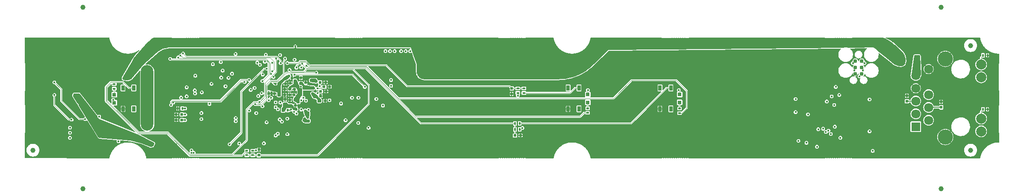
<source format=gbr>
%TF.GenerationSoftware,KiCad,Pcbnew,7.0.2-0*%
%TF.CreationDate,2023-05-18T01:22:18+02:00*%
%TF.ProjectId,panel,70616e65-6c2e-46b6-9963-61645f706362,2.2.0*%
%TF.SameCoordinates,PX2918ffdPY6cadc66*%
%TF.FileFunction,Copper,L6,Bot*%
%TF.FilePolarity,Positive*%
%FSLAX46Y46*%
G04 Gerber Fmt 4.6, Leading zero omitted, Abs format (unit mm)*
G04 Created by KiCad (PCBNEW 7.0.2-0) date 2023-05-18 01:22:18*
%MOMM*%
%LPD*%
G01*
G04 APERTURE LIST*
%TA.AperFunction,ComponentPad*%
%ADD10R,1.800000X1.800000*%
%TD*%
%TA.AperFunction,ComponentPad*%
%ADD11C,1.800000*%
%TD*%
%TA.AperFunction,ComponentPad*%
%ADD12C,2.000000*%
%TD*%
%TA.AperFunction,ComponentPad*%
%ADD13C,3.000000*%
%TD*%
%TA.AperFunction,WasherPad*%
%ADD14O,2.500000X13.000000*%
%TD*%
%TA.AperFunction,SMDPad,CuDef*%
%ADD15R,0.600000X0.400000*%
%TD*%
%TA.AperFunction,SMDPad,CuDef*%
%ADD16R,0.600000X0.500000*%
%TD*%
%TA.AperFunction,SMDPad,CuDef*%
%ADD17R,0.500000X0.600000*%
%TD*%
%TA.AperFunction,SMDPad,CuDef*%
%ADD18R,0.900000X0.500000*%
%TD*%
%TA.AperFunction,SMDPad,CuDef*%
%ADD19R,0.400000X0.600000*%
%TD*%
%TA.AperFunction,SMDPad,CuDef*%
%ADD20C,1.000000*%
%TD*%
%TA.AperFunction,SMDPad,CuDef*%
%ADD21R,0.800000X0.800000*%
%TD*%
%TA.AperFunction,SMDPad,CuDef*%
%ADD22R,0.650000X1.050000*%
%TD*%
%TA.AperFunction,SMDPad,CuDef*%
%ADD23R,0.900000X1.700000*%
%TD*%
%TA.AperFunction,ConnectorPad*%
%ADD24C,0.787400*%
%TD*%
%TA.AperFunction,ViaPad*%
%ADD25C,0.440000*%
%TD*%
%TA.AperFunction,Conductor*%
%ADD26C,0.125000*%
%TD*%
%TA.AperFunction,Conductor*%
%ADD27C,0.091000*%
%TD*%
%TA.AperFunction,Conductor*%
%ADD28C,0.200000*%
%TD*%
G04 APERTURE END LIST*
D10*
%TO.P,J2,1,TD+*%
%TO.N,Board_0-/TX_P*%
X184997430Y14807430D03*
D11*
%TO.P,J2,2,TD-*%
%TO.N,Board_0-/TX_N*%
X187537430Y16077430D03*
%TO.P,J2,3,RD+*%
%TO.N,Board_0-/RX_P*%
X184997430Y17347430D03*
%TO.P,J2,4,CT*%
%TO.N,Board_0-Net-(U14-VDD1A)*%
X187537430Y18617430D03*
%TO.P,J2,5,CT*%
X184997430Y19887430D03*
%TO.P,J2,6,RD-*%
%TO.N,Board_0-/RX_N*%
X187537430Y21157430D03*
%TO.P,J2,7,7*%
%TO.N,Board_0-GND*%
X184997430Y22427430D03*
%TO.P,J2,9,V+*%
%TO.N,Board_0-Net-(J2-V+)*%
X184997430Y24967430D03*
%TO.P,J2,10,V-*%
%TO.N,Board_0-GND*%
X187537430Y26237430D03*
D12*
%TO.P,J2,11,LLED+*%
%TO.N,Board_0-Net-(J2-LLED+)*%
X197947430Y13887430D03*
%TO.P,J2,12,LLED-*%
%TO.N,Board_0-Net-(J2-LLED-)*%
X197947430Y16427430D03*
%TO.P,J2,13,RLED+*%
%TO.N,Board_0-Net-(J2-RLED+)*%
X197947430Y24607430D03*
%TO.P,J2,14,RLED-*%
%TO.N,Board_0-Net-(J2-RLED-)*%
X197947430Y27147430D03*
D13*
%TO.P,J2,15,SHIELD*%
%TO.N,Board_0-GND*%
X190837430Y12767430D03*
X190837430Y28267430D03*
%TD*%
D14*
%TO.P,K1,*%
%TO.N,*%
X32736110Y20516030D03*
%TD*%
D15*
%TO.P,R26,1*%
%TO.N,Board_0-/SW_1*%
X107347430Y22408870D03*
%TO.P,R26,2*%
%TO.N,Board_0-Net-(R26-Pad2)*%
X107347430Y21508870D03*
%TD*%
D16*
%TO.P,C8,1*%
%TO.N,Board_0-+3.3V*%
X62886110Y21107430D03*
%TO.P,C8,2*%
%TO.N,Board_0-GND*%
X61786110Y21107430D03*
%TD*%
D17*
%TO.P,C79,1*%
%TO.N,Board_0-+3.3V*%
X57936110Y22457430D03*
%TO.P,C79,2*%
%TO.N,Board_0-GND*%
X57936110Y21357430D03*
%TD*%
D18*
%TO.P,L5,1*%
%TO.N,Board_0-Net-(U2-VDDSMPS)*%
X64436110Y17457430D03*
%TO.P,L5,2*%
%TO.N,Board_0-+3.3V*%
X64436110Y15957430D03*
%TD*%
D19*
%TO.P,R5,1*%
%TO.N,Board_0-GND*%
X38786110Y18417430D03*
%TO.P,R5,2*%
%TO.N,Board_0-Net-(K1-IREF)*%
X39686110Y18417430D03*
%TD*%
D15*
%TO.P,R18,1*%
%TO.N,Board_0-Net-(D3-K)*%
X26197430Y22357430D03*
%TO.P,R18,2*%
%TO.N,Board_0-/LED1*%
X26197430Y23257430D03*
%TD*%
D19*
%TO.P,R49,1*%
%TO.N,Board_0-Net-(J2-RLED-)*%
X198297430Y28957430D03*
%TO.P,R49,2*%
%TO.N,Board_0-GND*%
X199197430Y28957430D03*
%TD*%
D16*
%TO.P,C32,1*%
%TO.N,Board_0-+3.3V*%
X58886110Y22207430D03*
%TO.P,C32,2*%
%TO.N,Board_0-GND*%
X59986110Y22207430D03*
%TD*%
D17*
%TO.P,C42,1*%
%TO.N,Board_0-/SW_3*%
X54847430Y9157430D03*
%TO.P,C42,2*%
%TO.N,Board_0-GND*%
X54847430Y10257430D03*
%TD*%
%TO.P,C47,1*%
%TO.N,Board_0-Net-(U14-VDD1A)*%
X183236110Y19857430D03*
%TO.P,C47,2*%
%TO.N,Board_0-GND*%
X183236110Y20957430D03*
%TD*%
%TO.P,C49,1*%
%TO.N,Board_0-Net-(U14-VDD1A)*%
X190036110Y18657430D03*
%TO.P,C49,2*%
%TO.N,Board_0-GND*%
X190036110Y19757430D03*
%TD*%
D16*
%TO.P,C33,1*%
%TO.N,Board_0-+3.3V*%
X58986110Y23307430D03*
%TO.P,C33,2*%
%TO.N,Board_0-GND*%
X60086110Y23307430D03*
%TD*%
D20*
%TO.P,REF\u002A\u002A,*%
%TO.N,*%
X20000000Y2490000D03*
%TD*%
D16*
%TO.P,C2,1*%
%TO.N,Board_0-+3.3V*%
X60986110Y19007430D03*
%TO.P,C2,2*%
%TO.N,Board_0-GND*%
X62086110Y19007430D03*
%TD*%
%TO.P,C10,1*%
%TO.N,Board_0-+3.3V*%
X62986110Y22207430D03*
%TO.P,C10,2*%
%TO.N,Board_0-GND*%
X61886110Y22207430D03*
%TD*%
D15*
%TO.P,R21,1*%
%TO.N,Board_0-Net-(D4-K)*%
X119997430Y18457430D03*
%TO.P,R21,2*%
%TO.N,Board_0-/LED2*%
X119997430Y17557430D03*
%TD*%
D20*
%TO.P,REF11,~*%
%TO.N,N/C*%
X195847430Y30907430D03*
%TD*%
D21*
%TO.P,D4,1,K*%
%TO.N,Board_0-Net-(D4-K)*%
X119997430Y19607430D03*
%TO.P,D4,2,A*%
%TO.N,Board_0-+3.3V*%
X119997430Y21207430D03*
%TD*%
D15*
%TO.P,R16,1*%
%TO.N,Board_0-Net-(D1-K)*%
X138197430Y18407430D03*
%TO.P,R16,2*%
%TO.N,Board_0-/LED3*%
X138197430Y17507430D03*
%TD*%
D17*
%TO.P,C53,1*%
%TO.N,Board_0-/SW_1*%
X104947430Y22408870D03*
%TO.P,C53,2*%
%TO.N,Board_0-GND*%
X104947430Y21308870D03*
%TD*%
D22*
%TO.P,SW2,1,1*%
%TO.N,Board_0-unconnected-(SW2-Pad1)*%
X134322430Y22493870D03*
%TO.P,SW2,2,2*%
%TO.N,Board_0-GND*%
X134322430Y18343870D03*
%TO.P,SW2,3,3*%
%TO.N,Board_0-Net-(R27-Pad2)*%
X136472430Y22493870D03*
%TO.P,SW2,4,4*%
%TO.N,Board_0-unconnected-(SW2-Pad4)*%
X136472430Y18343870D03*
%TD*%
D15*
%TO.P,R22,1*%
%TO.N,Board_0-+3.3V*%
X53647430Y10057430D03*
%TO.P,R22,2*%
%TO.N,Board_0-/SW_3*%
X53647430Y9157430D03*
%TD*%
D16*
%TO.P,C26,1*%
%TO.N,Board_0-GND*%
X68186110Y21806030D03*
%TO.P,C26,2*%
%TO.N,Board_0-/CIS_ADC_3*%
X67086110Y21806030D03*
%TD*%
D17*
%TO.P,C82,1*%
%TO.N,Board_0-Net-(U2-VDDA)*%
X63136110Y23396030D03*
%TO.P,C82,2*%
%TO.N,Board_0-GND*%
X63136110Y24496030D03*
%TD*%
D19*
%TO.P,R53,1*%
%TO.N,Board_0-+3.3V*%
X59686110Y18107430D03*
%TO.P,R53,2*%
%TO.N,Board_0-Net-(U2-PDR_ON)*%
X60586110Y18107430D03*
%TD*%
D23*
%TO.P,F1,1*%
%TO.N,Board_0-Net-(J2-V+)*%
X185286110Y28007430D03*
%TO.P,F1,2*%
%TO.N,Board_0-+15*%
X182386110Y28007430D03*
%TD*%
D19*
%TO.P,R27,1*%
%TO.N,Board_0-/SW_2*%
X105597430Y15457430D03*
%TO.P,R27,2*%
%TO.N,Board_0-Net-(R27-Pad2)*%
X106497430Y15457430D03*
%TD*%
D16*
%TO.P,C15,1*%
%TO.N,Board_0-Net-(K1-VLOGIC)*%
X39586110Y17217430D03*
%TO.P,C15,2*%
%TO.N,Board_0-GND*%
X38486110Y17217430D03*
%TD*%
%TO.P,C3,1*%
%TO.N,Board_0-+3.3V*%
X58886110Y21107430D03*
%TO.P,C3,2*%
%TO.N,Board_0-GND*%
X59986110Y21107430D03*
%TD*%
D15*
%TO.P,R19,1*%
%TO.N,Board_0-/SW_3*%
X52447430Y9157430D03*
%TO.P,R19,2*%
%TO.N,Board_0-Net-(R19-Pad2)*%
X52447430Y10057430D03*
%TD*%
D16*
%TO.P,C27,1*%
%TO.N,Board_0-GND*%
X68886110Y22706030D03*
%TO.P,C27,2*%
%TO.N,Board_0-/CIS_ADC_2*%
X67786110Y22706030D03*
%TD*%
D20*
%TO.P,REF12,~*%
%TO.N,N/C*%
X195847430Y10157430D03*
%TD*%
D21*
%TO.P,D3,1,K*%
%TO.N,Board_0-Net-(D3-K)*%
X26197430Y21157430D03*
%TO.P,D3,2,A*%
%TO.N,Board_0-+3.3V*%
X26197430Y19557430D03*
%TD*%
D16*
%TO.P,C34,1*%
%TO.N,Board_0-+3.3V*%
X60286110Y24407430D03*
%TO.P,C34,2*%
%TO.N,Board_0-GND*%
X61386110Y24407430D03*
%TD*%
D20*
%TO.P,REF\u002A\u002A,*%
%TO.N,*%
X190027580Y38490000D03*
%TD*%
%TO.P,REF\u002A\u002A,*%
%TO.N,*%
X20000000Y38490000D03*
%TD*%
D16*
%TO.P,C28,1*%
%TO.N,Board_0-GND*%
X68086110Y23606030D03*
%TO.P,C28,2*%
%TO.N,Board_0-/CIS_ADC_1*%
X66986110Y23606030D03*
%TD*%
D20*
%TO.P,REF13,~*%
%TO.N,N/C*%
X10097430Y10157430D03*
%TD*%
D16*
%TO.P,C83,1*%
%TO.N,Board_0-GND*%
X67986110Y19907430D03*
%TO.P,C83,2*%
%TO.N,Board_0-VERF+*%
X66886110Y19907430D03*
%TD*%
%TO.P,C84,1*%
%TO.N,Board_0-VERF+*%
X65986110Y20907430D03*
%TO.P,C84,2*%
%TO.N,Board_0-GND*%
X67086110Y20907430D03*
%TD*%
D19*
%TO.P,R48,1*%
%TO.N,Board_0-Net-(J2-LLED-)*%
X198297430Y18257430D03*
%TO.P,R48,2*%
%TO.N,Board_0-GND*%
X199197430Y18257430D03*
%TD*%
D24*
%TO.P,K3,1,RXD*%
%TO.N,Board_0-/DEBUG_RX*%
X174291110Y27837430D03*
%TO.P,K3,2,TXD*%
%TO.N,Board_0-/DEBUG_TX*%
X173021110Y27837430D03*
%TO.P,K3,3,RST*%
%TO.N,Board_0-/RST*%
X174291110Y26567430D03*
%TO.P,K3,4,SWD-CLK*%
%TO.N,Board_0-/SWD-CLK*%
X173021110Y26567430D03*
%TO.P,K3,5,SWD-IO*%
%TO.N,Board_0-/SWD-IO*%
X174291110Y25297430D03*
%TO.P,K3,6,GND*%
%TO.N,Board_0-GND*%
X173021110Y25297430D03*
%TD*%
D16*
%TO.P,C12,1*%
%TO.N,Board_0-+3.3V*%
X62186110Y23407430D03*
%TO.P,C12,2*%
%TO.N,Board_0-GND*%
X61086110Y23407430D03*
%TD*%
D17*
%TO.P,C77,1*%
%TO.N,Board_0-+3.3V*%
X60936110Y22257430D03*
%TO.P,C77,2*%
%TO.N,Board_0-GND*%
X60936110Y21157430D03*
%TD*%
D20*
%TO.P,REF\u002A\u002A,*%
%TO.N,*%
X190027580Y2490000D03*
%TD*%
D15*
%TO.P,R42,1*%
%TO.N,Board_0-+3.3V*%
X106147430Y21508870D03*
%TO.P,R42,2*%
%TO.N,Board_0-/SW_1*%
X106147430Y22408870D03*
%TD*%
D17*
%TO.P,C1,1*%
%TO.N,Board_0-+3.3V*%
X60036110Y19157430D03*
%TO.P,C1,2*%
%TO.N,Board_0-GND*%
X60036110Y20257430D03*
%TD*%
D18*
%TO.P,L7,1*%
%TO.N,Board_0-+3.3V*%
X65436110Y23956030D03*
%TO.P,L7,2*%
%TO.N,Board_0-Net-(U2-VDDA)*%
X65436110Y22456030D03*
%TD*%
D16*
%TO.P,C6,1*%
%TO.N,Board_0-+3.3V*%
X62086110Y20107430D03*
%TO.P,C6,2*%
%TO.N,Board_0-GND*%
X60986110Y20107430D03*
%TD*%
D17*
%TO.P,C81,1*%
%TO.N,Board_0-GND*%
X64136110Y23556030D03*
%TO.P,C81,2*%
%TO.N,Board_0-Net-(U2-VDDA)*%
X64136110Y22456030D03*
%TD*%
D16*
%TO.P,C18,1*%
%TO.N,Board_0-Net-(K1-VP)*%
X39586110Y16117430D03*
%TO.P,C18,2*%
%TO.N,Board_0-GND*%
X38486110Y16117430D03*
%TD*%
D22*
%TO.P,SW3,1,1*%
%TO.N,Board_0-unconnected-(SW3-Pad1)*%
X27922430Y22493870D03*
%TO.P,SW3,2,2*%
%TO.N,Board_0-GND*%
X27922430Y18343870D03*
%TO.P,SW3,3,3*%
%TO.N,Board_0-Net-(R19-Pad2)*%
X30072430Y22493870D03*
%TO.P,SW3,4,4*%
%TO.N,Board_0-unconnected-(SW3-Pad4)*%
X30072430Y18343870D03*
%TD*%
%TO.P,SW1,1,1*%
%TO.N,Board_0-unconnected-(SW1-Pad1)*%
X116122430Y22493870D03*
%TO.P,SW1,2,2*%
%TO.N,Board_0-GND*%
X116122430Y18343870D03*
%TO.P,SW1,3,3*%
%TO.N,Board_0-Net-(R26-Pad2)*%
X118272430Y22493870D03*
%TO.P,SW1,4,4*%
%TO.N,Board_0-unconnected-(SW1-Pad4)*%
X118272430Y18343870D03*
%TD*%
D16*
%TO.P,C56,1*%
%TO.N,Board_0-/SW_2*%
X105597430Y13057430D03*
%TO.P,C56,2*%
%TO.N,Board_0-GND*%
X106697430Y13057430D03*
%TD*%
D17*
%TO.P,C69,1*%
%TO.N,Board_0-GND*%
X56836110Y21356030D03*
%TO.P,C69,2*%
%TO.N,Board_0-+3.3V*%
X56836110Y22456030D03*
%TD*%
D21*
%TO.P,D1,1,K*%
%TO.N,Board_0-Net-(D1-K)*%
X138197430Y19607430D03*
%TO.P,D1,2,A*%
%TO.N,Board_0-+3.3V*%
X138197430Y21207430D03*
%TD*%
D19*
%TO.P,R43,1*%
%TO.N,Board_0-+3.3V*%
X106497430Y14257430D03*
%TO.P,R43,2*%
%TO.N,Board_0-/SW_2*%
X105597430Y14257430D03*
%TD*%
D25*
%TO.N,Board_0-+12V*%
X43456110Y16317430D03*
X50277110Y15922430D03*
X50277110Y16522430D03*
X42256110Y24917430D03*
X43456110Y17517430D03*
%TO.N,Board_0-+15*%
X29147430Y24857430D03*
X28147430Y24357430D03*
X87236110Y24806030D03*
X86736110Y25807430D03*
X28647430Y24857430D03*
X29147430Y24357430D03*
X28647430Y24357430D03*
X86736110Y25207430D03*
%TO.N,Board_0-+3.3V*%
X163336110Y11607430D03*
X63907183Y16436126D03*
X61385110Y22810430D03*
X165436110Y10832430D03*
X60836110Y24907430D03*
X60016110Y18691330D03*
X66236110Y23807430D03*
X169136110Y22705990D03*
X50960110Y11482430D03*
X50236110Y29242030D03*
X59047430Y29008030D03*
X163636110Y17257430D03*
X62636110Y22740630D03*
X23206110Y16817430D03*
X120036110Y22061990D03*
X45056110Y19317430D03*
X56383110Y15695230D03*
X27036110Y11905990D03*
X81736110Y29807430D03*
X25997430Y20137430D03*
X61986110Y23968930D03*
X83036110Y29807430D03*
X107047430Y14557430D03*
X106147430Y20957430D03*
X81036110Y24057430D03*
X80836110Y29807430D03*
X138036110Y22061990D03*
X161186110Y20307430D03*
X59534110Y23768330D03*
X55836110Y11506430D03*
X62316110Y17406030D03*
X58301110Y21951730D03*
X79936110Y29807430D03*
X63747430Y16037430D03*
X76586110Y14596530D03*
X81036110Y22905990D03*
X84836110Y29807430D03*
X161736110Y12006430D03*
X54286928Y10144853D03*
X161186110Y17707430D03*
X63236110Y21607430D03*
X83936110Y29807430D03*
X54536110Y27506030D03*
X78136110Y20306030D03*
X55620110Y25157430D03*
X62736110Y19607430D03*
X57276110Y23297430D03*
%TO.N,Board_0-/12V_EN*%
X49056110Y11317430D03*
X56436110Y26306030D03*
%TO.N,Board_0-/5V_EN*%
X38867110Y28522230D03*
X57236110Y25306030D03*
%TO.N,Board_0-/CIS_ADC_1*%
X66898110Y22860730D03*
X17436110Y14606030D03*
%TO.N,Board_0-/CIS_ADC_2*%
X17436110Y13606030D03*
X66439110Y22369630D03*
%TO.N,Board_0-/CIS_ADC_3*%
X17436110Y12606030D03*
X66456110Y21447430D03*
%TO.N,Board_0-/CIS_CP*%
X52036110Y23707430D03*
X37856110Y19607430D03*
%TO.N,Board_0-/CIS_LED_B*%
X37286110Y28256030D03*
X55547430Y23857430D03*
%TO.N,Board_0-/CIS_LED_G*%
X39836110Y29306030D03*
X59169110Y27414130D03*
%TO.N,Board_0-/CIS_LED_R*%
X57475110Y25784730D03*
X39336110Y28906030D03*
%TO.N,Board_0-/CIS_RS*%
X39456110Y20578430D03*
X54003110Y22502130D03*
%TO.N,Board_0-/CIS_SP*%
X52907110Y24086530D03*
X37456110Y19117430D03*
%TO.N,Board_0-/CIS_SP_TTL*%
X17736110Y16206030D03*
X14336110Y21106030D03*
%TO.N,Board_0-/DEBUG_RX*%
X58600110Y13417430D03*
X174836110Y27405990D03*
%TO.N,Board_0-/DEBUG_TX*%
X172536110Y27405990D03*
X58186110Y13069430D03*
%TO.N,Board_0-/ETH_RST*%
X166636110Y14406030D03*
X61856110Y17766030D03*
%TO.N,Board_0-/FMC_Ax*%
X53236110Y22107430D03*
X42217110Y21417430D03*
%TO.N,Board_0-/FMC_D0*%
X57718110Y24668430D03*
X47390110Y24551730D03*
%TO.N,Board_0-/FMC_D1*%
X48247110Y22817430D03*
X40556110Y22617430D03*
%TO.N,Board_0-/FMC_D2*%
X45456110Y23317430D03*
X57274110Y20530530D03*
%TO.N,Board_0-/FMC_D3*%
X56798110Y20070530D03*
X43556110Y21617430D03*
%TO.N,Board_0-/FMC_D6*%
X63226110Y26547430D03*
X45736110Y27206030D03*
%TO.N,Board_0-/FMC_NEx*%
X52936110Y18007430D03*
X40556110Y20817430D03*
%TO.N,Board_0-/FMC_NOE*%
X58177110Y19625230D03*
X42156110Y22017430D03*
%TO.N,Board_0-/LED1*%
X60046630Y28316510D03*
%TO.N,Board_0-/LED2*%
X64275110Y26922030D03*
%TO.N,Board_0-/LED3*%
X62303110Y26507630D03*
%TO.N,Board_0-/MEMS_CS*%
X57486110Y27507430D03*
X47312110Y27630130D03*
X60476110Y16406630D03*
%TO.N,Board_0-/MEMS_FSYNC*%
X58261459Y28296030D03*
X54921501Y19714530D03*
%TO.N,Board_0-/MEMS_INT*%
X49536110Y25306030D03*
X56236110Y29056030D03*
%TO.N,Board_0-/MEMS_MISO*%
X56036110Y27706030D03*
X47674110Y25943530D03*
%TO.N,Board_0-/MEMS_SCLK*%
X55561110Y18857430D03*
X48836110Y24506030D03*
X55056110Y27068430D03*
%TO.N,Board_0-/OLED_RESET*%
X60506110Y13327230D03*
X54336110Y17507430D03*
%TO.N,Board_0-/QSPI_IO0*%
X72029110Y16099230D03*
X64186110Y19956030D03*
%TO.N,Board_0-/QSPI_IO1*%
X63695110Y20530430D03*
X74566110Y20546030D03*
%TO.N,Board_0-/QSPI_IO2*%
X63251110Y20070630D03*
X73296110Y20545030D03*
%TO.N,Board_0-/QSPI_IO3*%
X64686110Y18166030D03*
X74536110Y15556030D03*
%TO.N,Board_0-/QSPI_nCS*%
X61875110Y25108630D03*
X75836110Y22706030D03*
%TO.N,Board_0-/RMII_MDC*%
X71136110Y19406030D03*
X165686110Y14307430D03*
%TO.N,Board_0-/RMII_TXD0*%
X58623110Y18245830D03*
X167686110Y14032430D03*
%TO.N,Board_0-/RMII_TXD1*%
X59097110Y19599330D03*
X168161110Y13357430D03*
%TO.N,Board_0-/RMII_TX_EN*%
X58177110Y18679930D03*
X167186110Y13764330D03*
%TO.N,Board_0-/RST*%
X79436110Y19006030D03*
X174517691Y25964185D03*
%TO.N,Board_0-/SWD-CLK*%
X54147430Y19307430D03*
X172791830Y25963262D03*
X66236110Y25513030D03*
%TO.N,Board_0-/SWD-IO*%
X173836110Y24805990D03*
X55418110Y21449930D03*
%TO.N,Board_0-/SW_1*%
X60476110Y27427230D03*
%TO.N,Board_0-/SW_2*%
X63460110Y27283830D03*
%TO.N,Board_0-/SW_3*%
X60916110Y26067630D03*
%TO.N,Board_0-AVDD*%
X18436110Y21106030D03*
X19136110Y21006030D03*
X33897430Y11487430D03*
X33297430Y11087430D03*
X33747430Y11087430D03*
X18936110Y20206030D03*
X23236110Y12906030D03*
%TO.N,Board_0-GND*%
X55836110Y16507430D03*
X85636110Y27306030D03*
X28997430Y19537430D03*
X11836110Y22706030D03*
X51236110Y27306030D03*
X16436110Y31507430D03*
X15736110Y18806030D03*
X78036110Y15856030D03*
X50636110Y27143430D03*
X182586110Y20957430D03*
X56036110Y29907430D03*
X52136110Y27307430D03*
X51936110Y17307430D03*
X69497430Y22706030D03*
X58656110Y24652830D03*
X20936110Y23106030D03*
X38497430Y10587430D03*
X59526110Y22777430D03*
X65247430Y14357430D03*
X18236110Y18006030D03*
X116136110Y17557430D03*
X166286110Y17082430D03*
X104347430Y21157430D03*
X170776110Y13847430D03*
X199747430Y28957430D03*
X63206110Y22776030D03*
X190036110Y20457430D03*
X39347430Y14137430D03*
X69209110Y20986130D03*
X37736110Y16117430D03*
X64149110Y19169930D03*
X63847430Y14357430D03*
X44647430Y13137430D03*
X65986110Y21906030D03*
X19036110Y17306030D03*
X18636110Y31807430D03*
X163736110Y22157430D03*
X26336110Y24706030D03*
X29236110Y16906030D03*
X84486110Y27207430D03*
X83786110Y27207430D03*
X28647430Y22006030D03*
X165486110Y28557430D03*
X25136110Y22006030D03*
X55036110Y29907430D03*
X18836110Y19106030D03*
X60486110Y22807430D03*
X76886110Y24257430D03*
X36197430Y9737430D03*
X29736110Y21506030D03*
X55447430Y10257430D03*
X62086110Y30757430D03*
X40847430Y14438830D03*
X45777110Y12122430D03*
X87756110Y22417430D03*
X38697430Y14087430D03*
X78436110Y17906030D03*
X71076110Y16266030D03*
X166911110Y16457430D03*
X170936110Y19606030D03*
X20936110Y21906030D03*
X64596110Y21454630D03*
X61286110Y29957430D03*
X174236110Y21405990D03*
X65321110Y18763930D03*
X134297430Y17557430D03*
X53236110Y27307430D03*
X22752110Y25491530D03*
X85836110Y22257430D03*
X38430699Y11270699D03*
X38497430Y9587430D03*
X62786110Y17777430D03*
X83086110Y27207430D03*
X24097430Y19706030D03*
X174631110Y10807430D03*
X21236110Y27206030D03*
X68797430Y22087430D03*
X44247430Y12637430D03*
X48686110Y12557430D03*
X24097430Y20137430D03*
X22636110Y27206030D03*
X106647430Y12457430D03*
X165645681Y23831177D03*
X68909221Y23475639D03*
X72036110Y22906030D03*
X84536110Y22407430D03*
X51336110Y30007430D03*
X16236110Y18006030D03*
X81136110Y27207430D03*
X60936110Y29156030D03*
X26337430Y24227430D03*
X60436110Y23841430D03*
X58176110Y23277430D03*
X52836110Y21607430D03*
X67718023Y21224077D03*
X82886110Y22957430D03*
X58176110Y20537430D03*
X18966310Y29319730D03*
X26116110Y26406030D03*
X48236110Y29242030D03*
X21336110Y11606430D03*
X166936110Y28006030D03*
X199747430Y18257430D03*
X68736110Y15007430D03*
X28547430Y18387430D03*
X14336110Y22407430D03*
X38136110Y18417430D03*
X167586110Y17082430D03*
X44147430Y10487430D03*
X59469110Y20716130D03*
X11836110Y22106030D03*
X35547430Y10437430D03*
X60986110Y19573430D03*
X61396110Y16377430D03*
X61022110Y15093030D03*
X59106110Y18687430D03*
X25136110Y11005990D03*
X81836110Y27207430D03*
X42548110Y25725730D03*
X17436110Y22706030D03*
X167714110Y21879630D03*
X168336110Y11107430D03*
X166936110Y17757430D03*
X17036110Y29607430D03*
X54877110Y12722430D03*
X38497430Y10087430D03*
X53936110Y21907430D03*
X165636110Y22257430D03*
X14736110Y21906030D03*
X68236110Y14307430D03*
X81836110Y22957430D03*
X173481110Y14507430D03*
X53236110Y25707430D03*
X57086110Y12957430D03*
X16336110Y22706030D03*
X160906110Y15552530D03*
X37736110Y17217430D03*
X38197430Y14087430D03*
X61636110Y14207430D03*
X53236110Y24607430D03*
X52036110Y20807430D03*
X24097430Y19287430D03*
X62334110Y24657430D03*
X14136110Y21806030D03*
X20936110Y24206030D03*
X170936110Y22705990D03*
X174631110Y17157430D03*
X27397430Y17912430D03*
%TO.N,Board_0-Net-(J2-LLED+)*%
X167374110Y19807230D03*
%TO.N,Board_0-Net-(J2-RLED+)*%
X168336110Y20807430D03*
%TO.N,Board_0-Net-(K1-IREF)*%
X40236110Y18417430D03*
%TO.N,Board_0-Net-(K1-VLOGIC)*%
X40256110Y17217430D03*
%TO.N,Board_0-Net-(K1-VP)*%
X40236110Y16117430D03*
%TO.N,Board_0-Net-(K2-Pin_5)*%
X14336110Y23606030D03*
X20436110Y16306030D03*
%TO.N,Board_0-Net-(U14-VDD1A)*%
X176456110Y10017430D03*
X168836110Y19107430D03*
X168936110Y14807430D03*
X170036110Y12607430D03*
X169835110Y21107430D03*
X175831110Y20207430D03*
X175831110Y13907430D03*
%TO.N,Board_0-Net-(U2-PDR_ON)*%
X61267110Y18237430D03*
%TO.N,Board_0-Net-(U2-VDDA)*%
X64596110Y22366730D03*
%TO.N,Board_0-Net-(U2-VDDSMPS)*%
X64547430Y16549990D03*
X64036110Y18007430D03*
%TO.N,Board_0-Net-(U2-VFBSMPS)*%
X61915110Y28093130D03*
X63236110Y18212730D03*
X58986110Y16257430D03*
X59436110Y15807430D03*
X54736110Y20907430D03*
%TO.N,Board_0-VERF+*%
X41497430Y10087430D03*
X41497430Y9637430D03*
X68847430Y20037430D03*
X41947430Y9637430D03*
X65426110Y21426030D03*
%TD*%
D26*
%TO.N,Board_0-+15*%
X119036110Y27706030D02*
X122586110Y31256030D01*
X89486110Y27706030D02*
X119036110Y27706030D01*
X85576110Y31616430D02*
X89486110Y27706030D01*
X179136110Y31256030D02*
X181336110Y29056030D01*
X28147430Y24645559D02*
X35118301Y31616430D01*
X87137110Y24806030D02*
X86736110Y25207430D01*
X181336110Y29056030D02*
X181336110Y28007430D01*
X87236110Y24806030D02*
X87137110Y24806030D01*
X28147430Y24357430D02*
X28147430Y24645559D01*
X87587110Y25807430D02*
X89486110Y27706030D01*
X181336110Y28007430D02*
X182386110Y28007430D01*
X35118301Y31616430D02*
X85576110Y31616430D01*
X86736110Y25207430D02*
X86736110Y25807430D01*
X86736110Y25807430D02*
X87587110Y25807430D01*
X122586110Y31256030D02*
X179136110Y31256030D01*
D27*
%TO.N,Board_0-+3.3V*%
X106497430Y14257430D02*
X106747430Y14257430D01*
X25997430Y20137430D02*
X26197430Y19937430D01*
X106747430Y14257430D02*
X107047430Y14557430D01*
X119997430Y22023310D02*
X120036110Y22061990D01*
X138197430Y21207430D02*
X138197430Y21900670D01*
X26197430Y19937430D02*
X26197430Y19557430D01*
X54199505Y10057430D02*
X53647430Y10057430D01*
X106147430Y21508870D02*
X106147430Y20957430D01*
X138197430Y21900670D02*
X138036110Y22061990D01*
X54286928Y10144853D02*
X54199505Y10057430D01*
X119997430Y21207430D02*
X119997430Y22023310D01*
D26*
X63747430Y16037430D02*
X63907183Y16197183D01*
X63907183Y16197183D02*
X63907183Y16436126D01*
D27*
%TO.N,Board_0-/12V_EN*%
X55894110Y26306030D02*
X51356110Y21768030D01*
X51356110Y13617430D02*
X49056110Y11317430D01*
X56436110Y26306030D02*
X55894110Y26306030D01*
X51356110Y21768030D02*
X51356110Y13617430D01*
%TO.N,Board_0-/5V_EN*%
X39101110Y28288030D02*
X38867110Y28522230D01*
X57236110Y25306030D02*
X57114110Y25427930D01*
X56215704Y28288030D02*
X39101110Y28288030D01*
X57114110Y25427930D02*
X57114110Y27389624D01*
X57114110Y27389624D02*
X56215704Y28288030D01*
%TO.N,Board_0-/CIS_ADC_1*%
X66898110Y23517830D02*
X66986110Y23606030D01*
X66898110Y22860730D02*
X66898110Y23517830D01*
%TO.N,Board_0-/CIS_ADC_2*%
X67336110Y22706030D02*
X67786110Y22706030D01*
X66439110Y22369630D02*
X67000110Y22369630D01*
X67000110Y22369630D02*
X67336110Y22706030D01*
%TO.N,Board_0-/CIS_ADC_3*%
X66815110Y21806030D02*
X66456110Y21447430D01*
X67086110Y21806030D02*
X66815110Y21806030D01*
%TO.N,Board_0-/CIS_CP*%
X37856110Y19607430D02*
X38034610Y19785930D01*
X38034610Y19785930D02*
X47272897Y19785930D01*
X51194396Y23707430D02*
X52036110Y23707430D01*
X47272897Y19785930D02*
X51194396Y23707430D01*
%TO.N,Board_0-/CIS_LED_B*%
X37436110Y28106030D02*
X37286110Y28256030D01*
X56796110Y27450238D02*
X56140318Y28106030D01*
X55547430Y23857430D02*
X56796110Y25106110D01*
X56140318Y28106030D02*
X37436110Y28106030D01*
X56796110Y25106110D02*
X56796110Y27450238D01*
%TO.N,Board_0-/CIS_LED_G*%
X59169110Y27892547D02*
X58409627Y28652030D01*
X59169110Y27414130D02*
X59169110Y27892547D01*
X40490110Y28652030D02*
X39836110Y29306030D01*
X58409627Y28652030D02*
X40490110Y28652030D01*
%TO.N,Board_0-/CIS_LED_R*%
X57072070Y28470030D02*
X39772110Y28470030D01*
X39772110Y28470030D02*
X39336110Y28906030D01*
X57842610Y27699490D02*
X57072070Y28470030D01*
X57475110Y25784730D02*
X57842610Y26152230D01*
X57842610Y26152230D02*
X57842610Y27699490D01*
%TO.N,Board_0-/CIS_SP*%
X37456110Y19726030D02*
X37456110Y19117430D01*
X52907110Y24086530D02*
X51316110Y24086530D01*
X37698010Y19967930D02*
X37456110Y19726030D01*
X51316110Y24086530D02*
X47197510Y19967930D01*
X47197510Y19967930D02*
X37698010Y19967930D01*
%TO.N,Board_0-/CIS_SP_TTL*%
X17236070Y16206030D02*
X14336110Y19105990D01*
X14336110Y19105990D02*
X14336110Y21106030D01*
X17736110Y16206030D02*
X17236070Y16206030D01*
%TO.N,Board_0-/DEBUG_RX*%
X174722550Y27405990D02*
X174291110Y27837430D01*
X174836110Y27405990D02*
X174722550Y27405990D01*
%TO.N,Board_0-/DEBUG_TX*%
X172589670Y27405990D02*
X173021110Y27837430D01*
X172536110Y27405990D02*
X172589670Y27405990D01*
%TO.N,Board_0-/LED1*%
X58447544Y23914930D02*
X59797430Y25264816D01*
X54773914Y19358030D02*
X55069169Y19358030D01*
X57104930Y23914930D02*
X58447544Y23914930D01*
X56236110Y20524971D02*
X56236110Y23046110D01*
X52447430Y18234514D02*
X53876846Y19663930D01*
X25347430Y23257430D02*
X24729430Y22639430D01*
X59797430Y27782370D02*
X60046630Y28031570D01*
X54468014Y19663930D02*
X54773914Y19358030D01*
X24729430Y19975430D02*
X31065430Y13639430D01*
X59797430Y25264816D02*
X59797430Y27782370D01*
X31065430Y13639430D02*
X36865430Y13639430D01*
X24729430Y22639430D02*
X24729430Y19975430D01*
X36865430Y13639430D02*
X41247430Y9257430D01*
X55069169Y19358030D02*
X56236110Y20524971D01*
X49547430Y9257430D02*
X52447430Y12157430D01*
X53876846Y19663930D02*
X54468014Y19663930D01*
X52447430Y12157430D02*
X52447430Y18234514D01*
X26197430Y23257430D02*
X25347430Y23257430D01*
X60046630Y28031570D02*
X60046630Y28316510D01*
X41247430Y9257430D02*
X49547430Y9257430D01*
X56236110Y23046110D02*
X57104930Y23914930D01*
%TO.N,Board_0-/LED2*%
X119212550Y17557430D02*
X118443110Y16787990D01*
X119997430Y17557430D02*
X119212550Y17557430D01*
X118443110Y16787990D02*
X85911496Y16787990D01*
X64592646Y26604494D02*
X64275110Y26922030D01*
X85911496Y16787990D02*
X76094992Y26604494D01*
X76094992Y26604494D02*
X64592646Y26604494D01*
%TO.N,Board_0-/LED3*%
X63088810Y27644330D02*
X62303110Y26858630D01*
X128636110Y24005990D02*
X125037550Y20407430D01*
X137536110Y24005990D02*
X128636110Y24005990D01*
X139636110Y21905990D02*
X137536110Y24005990D01*
X62303110Y26858630D02*
X62303110Y26507630D01*
X82549442Y20407430D02*
X76170378Y26786494D01*
X64062634Y27644330D02*
X63088810Y27644330D01*
X125037550Y20407430D02*
X82549442Y20407430D01*
X76170378Y26786494D02*
X64920470Y26786494D01*
X138597430Y17507430D02*
X138197430Y17507430D01*
X64920470Y26786494D02*
X64062634Y27644330D01*
X139636110Y18546110D02*
X138597430Y17507430D01*
X139636110Y21905990D02*
X139636110Y18546110D01*
%TO.N,Board_0-/MEMS_FSYNC*%
X56047430Y23501918D02*
X56047430Y20840459D01*
X58261459Y28296030D02*
X58261459Y25715947D01*
X56047430Y20840459D02*
X54921501Y19714530D01*
X58261459Y25715947D02*
X56047430Y23501918D01*
%TO.N,Board_0-/QSPI_nCS*%
X75836110Y22706030D02*
X73433110Y25108630D01*
X73433110Y25108630D02*
X61875110Y25108630D01*
%TO.N,Board_0-/RST*%
X174517691Y26340849D02*
X174291110Y26567430D01*
X174517691Y25964185D02*
X174517691Y26340849D01*
%TO.N,Board_0-/SWD-CLK*%
X54147430Y19307430D02*
X54297430Y19157430D01*
X54297430Y19157430D02*
X55347430Y19157430D01*
X56418110Y20228110D02*
X56418110Y22943598D01*
X57207442Y23732930D02*
X58522930Y23732930D01*
X56418110Y22943598D02*
X57207442Y23732930D01*
X55347430Y19157430D02*
X56418110Y20228110D01*
X60303030Y25513030D02*
X66236110Y25513030D01*
X58522930Y23732930D02*
X60303030Y25513030D01*
X172791830Y25963262D02*
X172791830Y26338150D01*
X172791830Y26338150D02*
X173021110Y26567430D01*
%TO.N,Board_0-/SWD-IO*%
X173836110Y24805990D02*
X173836110Y24842430D01*
X173836110Y24842430D02*
X174291110Y25297430D01*
%TO.N,Board_0-/SW_1*%
X104546538Y22809762D02*
X84295098Y22809762D01*
X63013424Y27826330D02*
X64138020Y27826330D01*
X62614324Y27427230D02*
X63013424Y27826330D01*
X80136366Y26968494D02*
X76047430Y26968494D01*
X106147430Y22408870D02*
X104947430Y22408870D01*
X107347430Y22408870D02*
X106147430Y22408870D01*
X104947430Y22408870D02*
X104546538Y22809762D01*
X64995856Y26968494D02*
X76047430Y26968494D01*
X84295098Y22809762D02*
X80136366Y26968494D01*
X64138020Y27826330D02*
X64995856Y26968494D01*
X60476110Y27427230D02*
X62614324Y27427230D01*
%TO.N,Board_0-/SW_2*%
X86984670Y15457430D02*
X76024670Y26417430D01*
X105597430Y15457430D02*
X86984670Y15457430D01*
X63460110Y27213830D02*
X63460110Y27283830D01*
X105597430Y14257430D02*
X105597430Y15457430D01*
X64256110Y26417430D02*
X63460110Y27213830D01*
X76024670Y26417430D02*
X64256110Y26417430D01*
X105597430Y13057430D02*
X105597430Y14257430D01*
%TO.N,Board_0-/SW_3*%
X53647430Y9157430D02*
X52447430Y9157430D01*
X64265550Y26235430D02*
X73469430Y26235430D01*
X60916110Y26067630D02*
X61288710Y25695030D01*
X66447430Y9157430D02*
X54847430Y9157430D01*
X73469430Y26235430D02*
X76647430Y23057430D01*
X76647430Y23057430D02*
X76647430Y19357430D01*
X63725150Y25695030D02*
X64265550Y26235430D01*
X61288710Y25695030D02*
X63725150Y25695030D01*
X54847430Y9157430D02*
X53647430Y9157430D01*
X76647430Y19357430D02*
X66447430Y9157430D01*
D26*
%TO.N,Board_0-GND*%
X68346130Y20986130D02*
X67986110Y20626110D01*
X69497430Y22706030D02*
X68886110Y22706030D01*
X57936110Y20777430D02*
X58176110Y20537430D01*
D27*
X116136110Y17557430D02*
X116136110Y18330190D01*
D26*
X57936110Y21357430D02*
X57936110Y20777430D01*
X67986110Y20626110D02*
X67986110Y19907430D01*
X67718023Y21224077D02*
X67401376Y20907430D01*
X69497430Y22706030D02*
X69497430Y22887430D01*
X69497430Y22887430D02*
X68778830Y23606030D01*
X116136110Y17605990D02*
X116161110Y17630990D01*
D27*
X68778830Y23606030D02*
X68909221Y23475639D01*
D26*
X67086110Y20907430D02*
X66986110Y20907430D01*
D28*
X38486110Y17217430D02*
X37736110Y17217430D01*
D27*
X54847430Y10257430D02*
X55447430Y10257430D01*
X104947430Y21308870D02*
X104498870Y21308870D01*
D26*
X134136110Y17605990D02*
X134161110Y17630990D01*
D27*
X106697430Y12507430D02*
X106647430Y12457430D01*
X68186110Y21806030D02*
X68716030Y21806030D01*
D26*
X183236110Y20957430D02*
X182586110Y20957430D01*
D28*
X38486110Y16117430D02*
X37736110Y16117430D01*
D27*
X106697430Y13057430D02*
X106697430Y12507430D01*
D26*
X60986110Y19573430D02*
X60986110Y20107430D01*
X68778830Y23606030D02*
X68086110Y23606030D01*
D27*
X27922430Y18343870D02*
X28503870Y18343870D01*
X28503870Y18343870D02*
X28547430Y18387430D01*
X134322430Y17582430D02*
X134297430Y17557430D01*
X199197430Y28957430D02*
X199747430Y28957430D01*
X68716030Y21806030D02*
X68797430Y21887430D01*
X199197430Y18257430D02*
X199747430Y18257430D01*
X134322430Y18343870D02*
X134322430Y17582430D01*
D26*
X67401376Y20907430D02*
X67086110Y20907430D01*
D28*
X38786110Y18417430D02*
X38136110Y18417430D01*
D27*
X116136110Y18330190D02*
X116122430Y18343870D01*
X104498870Y21308870D02*
X104347430Y21157430D01*
X68797430Y21887430D02*
X68797430Y22087430D01*
D26*
X69209110Y20986130D02*
X68346130Y20986130D01*
D27*
%TO.N,Board_0-Net-(D1-K)*%
X138197430Y19607430D02*
X138197430Y18407430D01*
%TO.N,Board_0-Net-(D3-K)*%
X26197430Y21157430D02*
X26197430Y22357430D01*
%TO.N,Board_0-Net-(D4-K)*%
X119997430Y18457430D02*
X119997430Y19607430D01*
%TO.N,Board_0-Net-(J2-LLED-)*%
X197947430Y16427430D02*
X197947430Y17907430D01*
X197947430Y17907430D02*
X198297430Y18257430D01*
%TO.N,Board_0-Net-(J2-RLED-)*%
X197947430Y27147430D02*
X197947430Y28607430D01*
X197947430Y28607430D02*
X198297430Y28957430D01*
D28*
%TO.N,Board_0-Net-(J2-V+)*%
X185286110Y28007430D02*
X185286110Y25012430D01*
X185286110Y25012430D02*
X185346110Y24952430D01*
%TO.N,Board_0-Net-(K1-IREF)*%
X40236110Y18417430D02*
X39686110Y18417430D01*
D27*
%TO.N,Board_0-Net-(K1-VLOGIC)*%
X40256110Y17217430D02*
X39586110Y17217430D01*
D28*
%TO.N,Board_0-Net-(K1-VP)*%
X40236110Y16117430D02*
X39586110Y16117430D01*
D27*
%TO.N,Board_0-Net-(K2-Pin_5)*%
X15736110Y22206030D02*
X14336110Y23606030D01*
X20436110Y16306030D02*
X19318805Y16306030D01*
X15736110Y19888725D02*
X15736110Y22206030D01*
X19318805Y16306030D02*
X15736110Y19888725D01*
%TO.N,Board_0-Net-(R19-Pad2)*%
X27941822Y23657430D02*
X29105382Y22493870D01*
X29105382Y22493870D02*
X30072430Y22493870D01*
X30990044Y13457430D02*
X24547430Y19900044D01*
X52447430Y10057430D02*
X51465430Y9075430D01*
X24547430Y19900044D02*
X24547430Y22714817D01*
X41129430Y9075430D02*
X36747430Y13457430D01*
X25490044Y23657430D02*
X27941822Y23657430D01*
X36747430Y13457430D02*
X30990044Y13457430D01*
X51465430Y9075430D02*
X41129430Y9075430D01*
X24547430Y22714817D02*
X25490044Y23657430D01*
%TO.N,Board_0-Net-(R26-Pad2)*%
X107347430Y21508870D02*
X116443150Y21508870D01*
X117428150Y22493870D02*
X118272430Y22493870D01*
X116443150Y21508870D02*
X117428150Y22493870D01*
%TO.N,Board_0-Net-(R27-Pad2)*%
X135583870Y22493870D02*
X136472430Y22493870D01*
X106497430Y15457430D02*
X128547430Y15457430D01*
X128547430Y15457430D02*
X135583870Y22493870D01*
D28*
%TO.N,Board_0-Net-(U14-VDD1A)*%
X185346110Y19872430D02*
X183251110Y19872430D01*
X184967430Y19857430D02*
X184997430Y19887430D01*
X183251110Y19872430D02*
X183236110Y19857430D01*
X187941110Y18657430D02*
X190036110Y18657430D01*
X187941110Y18657430D02*
X187886110Y18602430D01*
X183236110Y19857430D02*
X184967430Y19857430D01*
X187577430Y18657430D02*
X187941110Y18657430D01*
X187537430Y18617430D02*
X187577430Y18657430D01*
%TO.N,Board_0-Net-(U2-PDR_ON)*%
X61267110Y18237430D02*
X61137110Y18107430D01*
X61137110Y18107430D02*
X60586110Y18107430D01*
%TO.N,Board_0-Net-(U2-VDDSMPS)*%
X64436110Y17607430D02*
X64036110Y18007430D01*
X64436110Y17457430D02*
X64436110Y17607430D01*
X64436110Y16661310D02*
X64547430Y16549990D01*
X64436110Y17457430D02*
X64436110Y16661310D01*
%TD*%
%TA.AperFunction,Conductor*%
%TO.N,Board_0-GND*%
G36*
X25225851Y32476466D02*
G01*
X25236418Y32452062D01*
X25238221Y32452379D01*
X25238771Y32449254D01*
X25238772Y32449250D01*
X25240283Y32440679D01*
X25240486Y32439528D01*
X25240815Y32437340D01*
X25242041Y32427559D01*
X25243004Y32424044D01*
X25244088Y32418920D01*
X25248307Y32390923D01*
X25249359Y32387428D01*
X25250571Y32382332D01*
X25262822Y32312851D01*
X25263426Y32307651D01*
X25263632Y32304019D01*
X25269245Y32276246D01*
X25269978Y32271067D01*
X25270276Y32267431D01*
X25272473Y32257803D01*
X25272911Y32255635D01*
X25274624Y32245924D01*
X25275755Y32242481D01*
X25277095Y32237412D01*
X25282708Y32209646D01*
X25283933Y32206207D01*
X25285398Y32201175D01*
X25301098Y32132387D01*
X25301961Y32127225D01*
X25302350Y32123590D01*
X25309338Y32096149D01*
X25310327Y32091019D01*
X25310806Y32087402D01*
X25310807Y32087397D01*
X25313477Y32077907D01*
X25314024Y32075757D01*
X25316218Y32066143D01*
X25317530Y32062732D01*
X25319116Y32057751D01*
X25324115Y32038125D01*
X25326112Y32030282D01*
X25327500Y32026926D01*
X25329213Y32021976D01*
X25336825Y31994923D01*
X25348318Y31954071D01*
X25348320Y31954066D01*
X25349439Y31948952D01*
X25350007Y31945349D01*
X25358353Y31918293D01*
X25359600Y31913204D01*
X25360258Y31909613D01*
X25363405Y31900246D01*
X25364057Y31898131D01*
X25366723Y31888657D01*
X25368198Y31885328D01*
X25370035Y31880419D01*
X25378385Y31853349D01*
X25379946Y31850050D01*
X25381899Y31845201D01*
X25395144Y31805785D01*
X25404370Y31778326D01*
X25405743Y31773271D01*
X25406489Y31769707D01*
X25416179Y31743079D01*
X25417674Y31738072D01*
X25418511Y31734520D01*
X25418513Y31734512D01*
X25422121Y31725318D01*
X25422878Y31723238D01*
X25426016Y31713899D01*
X25427650Y31710658D01*
X25429730Y31705847D01*
X25432902Y31697132D01*
X25439418Y31679228D01*
X25441138Y31676017D01*
X25443334Y31671266D01*
X25469116Y31605576D01*
X25470738Y31600602D01*
X25471662Y31597075D01*
X25482662Y31570978D01*
X25484407Y31566047D01*
X25485420Y31562539D01*
X25489474Y31553555D01*
X25490335Y31551514D01*
X25493943Y31542321D01*
X25495738Y31539163D01*
X25498053Y31534465D01*
X25509058Y31508360D01*
X25510938Y31505236D01*
X25513372Y31500592D01*
X25542386Y31436288D01*
X25544254Y31431400D01*
X25545354Y31427918D01*
X25557640Y31402407D01*
X25559631Y31397562D01*
X25560816Y31394113D01*
X25565320Y31385327D01*
X25566281Y31383332D01*
X25570337Y31374344D01*
X25572288Y31371278D01*
X25574836Y31366699D01*
X25587128Y31341176D01*
X25589159Y31338154D01*
X25591820Y31333638D01*
X25624004Y31270861D01*
X25626114Y31266071D01*
X25627384Y31262654D01*
X25640932Y31237775D01*
X25643161Y31233037D01*
X25644516Y31229652D01*
X25649453Y31221101D01*
X25650505Y31219169D01*
X25655009Y31210384D01*
X25655012Y31210380D01*
X25657118Y31207408D01*
X25659891Y31202961D01*
X25673432Y31178094D01*
X25675608Y31175181D01*
X25678493Y31170802D01*
X25713767Y31109705D01*
X25716115Y31105021D01*
X25717553Y31101673D01*
X25732321Y31077508D01*
X25734784Y31072886D01*
X25736309Y31069567D01*
X25741655Y31061291D01*
X25742813Y31059396D01*
X25747749Y31050847D01*
X25750005Y31047977D01*
X25752985Y31043692D01*
X25767002Y31020755D01*
X25767763Y31019509D01*
X25770085Y31016704D01*
X25773183Y31012476D01*
X25811452Y30953224D01*
X25814032Y30948660D01*
X25815633Y30945392D01*
X25831595Y30921977D01*
X25834284Y30917486D01*
X25835965Y30914261D01*
X25841729Y30906244D01*
X25842977Y30904413D01*
X25848327Y30896130D01*
X25850716Y30893385D01*
X25853916Y30889238D01*
X25869862Y30865848D01*
X25869865Y30865845D01*
X25869867Y30865842D01*
X25872343Y30863136D01*
X25875637Y30859080D01*
X25916820Y30801797D01*
X25919622Y30797374D01*
X25921394Y30794172D01*
X25938491Y30771602D01*
X25941402Y30767248D01*
X25943242Y30764111D01*
X25949390Y30756402D01*
X25950727Y30754637D01*
X25956491Y30746619D01*
X25959019Y30743992D01*
X25962420Y30740012D01*
X25977939Y30719525D01*
X25979529Y30717427D01*
X25982113Y30714872D01*
X25985615Y30710976D01*
X26029599Y30655823D01*
X26032620Y30651540D01*
X26034536Y30648451D01*
X26052739Y30626758D01*
X26055865Y30622552D01*
X26057871Y30619492D01*
X26064413Y30612079D01*
X26065823Y30610399D01*
X26071975Y30602685D01*
X26074634Y30600184D01*
X26078225Y30596382D01*
X26093098Y30578656D01*
X26096422Y30574695D01*
X26099136Y30572267D01*
X26102827Y30568551D01*
X26144960Y30520808D01*
X26149525Y30515636D01*
X26152755Y30511510D01*
X26154834Y30508505D01*
X26174088Y30487756D01*
X26177423Y30483708D01*
X26179565Y30480771D01*
X26180837Y30479467D01*
X26186444Y30473717D01*
X26187946Y30472097D01*
X26194482Y30464692D01*
X26197267Y30462323D01*
X26201046Y30458704D01*
X26220322Y30437931D01*
X26223146Y30435648D01*
X26227018Y30432119D01*
X26276277Y30381616D01*
X26279711Y30377653D01*
X26281924Y30374772D01*
X26302201Y30354994D01*
X26305728Y30351123D01*
X26308019Y30348290D01*
X26308022Y30348288D01*
X26308023Y30348286D01*
X26315270Y30341562D01*
X26316831Y30340039D01*
X26323726Y30332970D01*
X26326611Y30330754D01*
X26330569Y30327324D01*
X26350846Y30307546D01*
X26350849Y30307544D01*
X26353797Y30305394D01*
X26357826Y30302075D01*
X26409560Y30254073D01*
X26413177Y30250297D01*
X26415538Y30247522D01*
X26435879Y30229571D01*
X26436768Y30228787D01*
X26440487Y30225094D01*
X26442924Y30222370D01*
X26450476Y30216033D01*
X26452137Y30214567D01*
X26458555Y30208613D01*
X26459372Y30207855D01*
X26462059Y30205997D01*
X26462359Y30205789D01*
X26466491Y30202555D01*
X26487726Y30183815D01*
X26490622Y30181917D01*
X26490764Y30181824D01*
X26494977Y30178693D01*
X26549018Y30133347D01*
X26552828Y30129747D01*
X26555318Y30127100D01*
X26555319Y30127099D01*
X26559789Y30123534D01*
X26577477Y30109427D01*
X26581363Y30105935D01*
X26583934Y30103335D01*
X26588509Y30099870D01*
X26591783Y30097390D01*
X26593515Y30096009D01*
X26601087Y30089656D01*
X26604181Y30087736D01*
X26608457Y30084721D01*
X26630592Y30067068D01*
X26633741Y30065221D01*
X26638086Y30062317D01*
X26667561Y30039991D01*
X26694331Y30019714D01*
X26698316Y30016308D01*
X26700938Y30013785D01*
X26723944Y29997244D01*
X26728004Y29993945D01*
X26728010Y29993940D01*
X26730697Y29991480D01*
X26738875Y29985904D01*
X26740674Y29984611D01*
X26748516Y29978671D01*
X26751695Y29976913D01*
X26756114Y29974114D01*
X26779109Y29957581D01*
X26782339Y29955897D01*
X26786832Y29953208D01*
X26841278Y29916087D01*
X26845148Y29913449D01*
X26849288Y29910254D01*
X26852046Y29907853D01*
X26875840Y29892486D01*
X26880055Y29889398D01*
X26882859Y29887077D01*
X26889037Y29883302D01*
X26891270Y29881938D01*
X26893115Y29880746D01*
X26901288Y29875173D01*
X26904552Y29873574D01*
X26909123Y29870991D01*
X26932924Y29855619D01*
X26936222Y29854104D01*
X26940855Y29851636D01*
X27001040Y29814857D01*
X27005343Y29811866D01*
X27007649Y29810053D01*
X27008211Y29809611D01*
X27032749Y29795444D01*
X27037102Y29792577D01*
X27040037Y29790385D01*
X27048698Y29785669D01*
X27048700Y29785668D01*
X27050626Y29784556D01*
X27059033Y29779418D01*
X27060753Y29778679D01*
X27062384Y29777978D01*
X27067067Y29775631D01*
X27091592Y29761471D01*
X27094974Y29760117D01*
X27099713Y29757887D01*
X27130694Y29741016D01*
X27161680Y29724143D01*
X27166119Y29721374D01*
X27169091Y29719268D01*
X27189139Y29708990D01*
X27194302Y29706343D01*
X27198810Y29703686D01*
X27201835Y29701653D01*
X27210719Y29697375D01*
X27210734Y29697368D01*
X27212710Y29696354D01*
X27221355Y29691645D01*
X27221359Y29691644D01*
X27221360Y29691643D01*
X27224767Y29690377D01*
X27229562Y29688267D01*
X27254766Y29675344D01*
X27258218Y29674159D01*
X27263050Y29672174D01*
X27326634Y29641553D01*
X27331202Y29639011D01*
X27334279Y29637053D01*
X27349940Y29629987D01*
X27360092Y29625406D01*
X27364734Y29622973D01*
X27366467Y29621931D01*
X27367857Y29621094D01*
X27376929Y29617270D01*
X27378938Y29616364D01*
X27387854Y29612070D01*
X27389734Y29611476D01*
X27391323Y29610974D01*
X27396220Y29609104D01*
X27422038Y29597454D01*
X27422040Y29597454D01*
X27422041Y29597453D01*
X27425536Y29596444D01*
X27430484Y29594695D01*
X27495478Y29567297D01*
X27500175Y29564982D01*
X27503339Y29563184D01*
X27529717Y29552831D01*
X27534464Y29550636D01*
X27537686Y29548910D01*
X27537688Y29548909D01*
X27546997Y29545521D01*
X27549031Y29544723D01*
X27558110Y29540896D01*
X27560138Y29540365D01*
X27561619Y29539977D01*
X27566596Y29538356D01*
X27592961Y29528007D01*
X27596519Y29527170D01*
X27601525Y29525675D01*
X27650846Y29507724D01*
X27667834Y29501541D01*
X27672648Y29499460D01*
X27675896Y29497823D01*
X27675898Y29497822D01*
X27702748Y29488801D01*
X27707612Y29486840D01*
X27710909Y29485279D01*
X27720348Y29482368D01*
X27722453Y29481661D01*
X27729976Y29478923D01*
X27731702Y29478295D01*
X27735266Y29477550D01*
X27740313Y29476180D01*
X27767163Y29467157D01*
X27770759Y29466498D01*
X27775830Y29465255D01*
X27843264Y29444456D01*
X27848167Y29442620D01*
X27851493Y29441146D01*
X27878759Y29433475D01*
X27883711Y29431760D01*
X27885189Y29431149D01*
X27887077Y29430368D01*
X27896655Y29427930D01*
X27898769Y29427335D01*
X27908201Y29424425D01*
X27911808Y29423857D01*
X27916900Y29422744D01*
X27944174Y29415069D01*
X27947786Y29414592D01*
X27952918Y29413603D01*
X28021307Y29396189D01*
X28026304Y29394597D01*
X28029691Y29393294D01*
X28029692Y29393294D01*
X28029697Y29393292D01*
X28057319Y29386988D01*
X28062342Y29385525D01*
X28065773Y29384302D01*
X28075439Y29382349D01*
X28077588Y29381858D01*
X28087153Y29379421D01*
X28087156Y29379421D01*
X28087159Y29379420D01*
X28090789Y29379033D01*
X28095953Y29378170D01*
X28123562Y29371868D01*
X28127196Y29371572D01*
X28132369Y29370841D01*
X28196143Y29357948D01*
X28201530Y29356859D01*
X28206600Y29355518D01*
X28208193Y29354995D01*
X28210056Y29354383D01*
X28237958Y29349463D01*
X28243053Y29348252D01*
X28246537Y29347202D01*
X28256303Y29345731D01*
X28258476Y29345347D01*
X28260858Y29344866D01*
X28268145Y29343392D01*
X28271772Y29343187D01*
X28276982Y29342583D01*
X28304872Y29337664D01*
X28308521Y29337549D01*
X28313720Y29337077D01*
X28383506Y29326559D01*
X28388624Y29325475D01*
X28392138Y29324511D01*
X28420246Y29320990D01*
X28425380Y29320036D01*
X28428926Y29319158D01*
X28438758Y29318175D01*
X28440922Y29317904D01*
X28450696Y29316430D01*
X28454343Y29316406D01*
X28459567Y29316061D01*
X28487661Y29312540D01*
X28487661Y29312541D01*
X28487670Y29312539D01*
X28491319Y29312606D01*
X28496537Y29312393D01*
X28566765Y29305366D01*
X28571921Y29304540D01*
X28575487Y29303751D01*
X28603730Y29301635D01*
X28608921Y29300936D01*
X28612488Y29300240D01*
X28622340Y29299749D01*
X28624520Y29299586D01*
X28634365Y29298600D01*
X28638007Y29298757D01*
X28643246Y29298675D01*
X28671497Y29296557D01*
X28671498Y29296558D01*
X28671499Y29296557D01*
X28672423Y29296621D01*
X28675121Y29296805D01*
X28680354Y29296853D01*
X28750831Y29293336D01*
X28756030Y29292768D01*
X28759633Y29292157D01*
X28787950Y29291452D01*
X28793172Y29291012D01*
X28796765Y29290495D01*
X28796767Y29290495D01*
X28806622Y29290495D01*
X28808838Y29290440D01*
X28809290Y29290418D01*
X28818697Y29289948D01*
X28822324Y29290287D01*
X28827558Y29290464D01*
X28855883Y29289758D01*
X28859032Y29290132D01*
X28859498Y29290186D01*
X28864730Y29290495D01*
X28935269Y29290495D01*
X28940501Y29290186D01*
X28941028Y29290124D01*
X28944116Y29289758D01*
X28972439Y29290464D01*
X28977675Y29290286D01*
X28981302Y29289948D01*
X28990746Y29290420D01*
X28991161Y29290440D01*
X28993377Y29290495D01*
X29003235Y29290495D01*
X29006828Y29291012D01*
X29012050Y29291452D01*
X29040366Y29292157D01*
X29043968Y29292768D01*
X29049168Y29293336D01*
X29119643Y29296853D01*
X29124860Y29296806D01*
X29128502Y29296557D01*
X29156751Y29298675D01*
X29161990Y29298757D01*
X29165634Y29298600D01*
X29175480Y29299586D01*
X29177653Y29299749D01*
X29187511Y29300240D01*
X29191079Y29300937D01*
X29196260Y29301635D01*
X29224512Y29303751D01*
X29228070Y29304539D01*
X29233238Y29305366D01*
X29303460Y29312393D01*
X29308678Y29312606D01*
X29312329Y29312539D01*
X29312337Y29312540D01*
X29340432Y29316061D01*
X29345655Y29316406D01*
X29349303Y29316430D01*
X29359065Y29317903D01*
X29361248Y29318176D01*
X29371073Y29319158D01*
X29374619Y29320036D01*
X29379753Y29320989D01*
X29407862Y29324511D01*
X29411372Y29325474D01*
X29416490Y29326558D01*
X29486275Y29337077D01*
X29491478Y29337549D01*
X29495127Y29337664D01*
X29523017Y29342583D01*
X29528225Y29343187D01*
X29531854Y29343392D01*
X29541547Y29345353D01*
X29543683Y29345729D01*
X29553462Y29347202D01*
X29556952Y29348254D01*
X29562035Y29349463D01*
X29589943Y29354383D01*
X29593404Y29355521D01*
X29598458Y29356858D01*
X29667631Y29370841D01*
X29672800Y29371572D01*
X29676437Y29371868D01*
X29704063Y29378174D01*
X29709210Y29379033D01*
X29712841Y29379420D01*
X29722432Y29381863D01*
X29724567Y29382350D01*
X29734226Y29384302D01*
X29736640Y29385162D01*
X29737665Y29385527D01*
X29742681Y29386989D01*
X29770302Y29393292D01*
X29773702Y29394601D01*
X29778680Y29396186D01*
X29847079Y29413603D01*
X29852212Y29414592D01*
X29855826Y29415069D01*
X29858709Y29415880D01*
X29861991Y29416804D01*
X29883093Y29422742D01*
X29888197Y29423858D01*
X29891798Y29424425D01*
X29901245Y29427340D01*
X29903318Y29427923D01*
X29912922Y29430368D01*
X29916292Y29431763D01*
X29921237Y29433475D01*
X29948507Y29441146D01*
X29951840Y29442624D01*
X29956731Y29444455D01*
X30024173Y29465258D01*
X30029250Y29466501D01*
X30032835Y29467157D01*
X30059673Y29476176D01*
X30064735Y29477549D01*
X30066561Y29477932D01*
X30068297Y29478294D01*
X30077616Y29481687D01*
X30079635Y29482365D01*
X30089092Y29485281D01*
X30092398Y29486847D01*
X30097232Y29488795D01*
X30124101Y29497821D01*
X30127363Y29499467D01*
X30132150Y29501536D01*
X30198476Y29525676D01*
X30203466Y29527166D01*
X30207037Y29528006D01*
X30233406Y29538357D01*
X30238365Y29539973D01*
X30241889Y29540895D01*
X30250987Y29544731D01*
X30253016Y29545527D01*
X30262311Y29548909D01*
X30265536Y29550638D01*
X30270278Y29552830D01*
X30296660Y29563184D01*
X30299822Y29564981D01*
X30304514Y29567293D01*
X30369516Y29594695D01*
X30374463Y29596445D01*
X30377961Y29597454D01*
X30403785Y29609108D01*
X30408674Y29610974D01*
X30412145Y29612070D01*
X30421068Y29616369D01*
X30423034Y29617255D01*
X30432142Y29621093D01*
X30435271Y29622977D01*
X30439881Y29625395D01*
X30465720Y29637053D01*
X30468793Y29639010D01*
X30473362Y29641552D01*
X30536943Y29672170D01*
X30541783Y29674159D01*
X30545233Y29675344D01*
X30570447Y29688272D01*
X30575222Y29690373D01*
X30578640Y29691643D01*
X30587316Y29696369D01*
X30589256Y29697364D01*
X30598164Y29701652D01*
X30601198Y29703692D01*
X30605695Y29706343D01*
X30630908Y29719268D01*
X30633873Y29721371D01*
X30638322Y29724145D01*
X30700294Y29757893D01*
X30705027Y29760119D01*
X30708407Y29761471D01*
X30732934Y29775634D01*
X30737613Y29777978D01*
X30740966Y29779418D01*
X30749406Y29784577D01*
X30751267Y29785652D01*
X30759962Y29790385D01*
X30762877Y29792564D01*
X30767259Y29795451D01*
X30791788Y29809611D01*
X30794659Y29811871D01*
X30798932Y29814842D01*
X30859162Y29851648D01*
X30863766Y29854100D01*
X30867074Y29855619D01*
X30890889Y29871000D01*
X30895424Y29873563D01*
X30898711Y29875173D01*
X30906882Y29880745D01*
X30908702Y29881920D01*
X30917140Y29887076D01*
X30919951Y29889404D01*
X30924170Y29892495D01*
X30947953Y29907853D01*
X30950702Y29910246D01*
X30954850Y29913449D01*
X30956804Y29914781D01*
X31013172Y29953213D01*
X31017657Y29955897D01*
X31020890Y29957581D01*
X31043878Y29974110D01*
X31048294Y29976907D01*
X31051484Y29978671D01*
X31059353Y29984633D01*
X31061104Y29985892D01*
X31069301Y29991479D01*
X31071989Y29993941D01*
X31076061Y29997249D01*
X31083147Y30002344D01*
X31116302Y30010130D01*
X31145253Y29992191D01*
X31153040Y29959034D01*
X31142085Y29936318D01*
X30850855Y29615211D01*
X30850484Y29614787D01*
X30848021Y29611931D01*
X30383685Y29061227D01*
X30380092Y29056806D01*
X30378136Y29054306D01*
X30374791Y29049868D01*
X29951940Y28467753D01*
X29948695Y28463112D01*
X29946900Y28460443D01*
X29943871Y28455755D01*
X29785349Y28200594D01*
X29562274Y27841528D01*
X29562241Y27841473D01*
X29561987Y27841048D01*
X29560085Y27837808D01*
X27720551Y24623525D01*
X27720537Y24623500D01*
X27720252Y24623001D01*
X27720001Y24622502D01*
X27719981Y24622464D01*
X27712927Y24608418D01*
X27712910Y24608384D01*
X27712662Y24607888D01*
X27712431Y24607359D01*
X27712424Y24607343D01*
X27709049Y24599599D01*
X27709042Y24599582D01*
X27708802Y24599031D01*
X27708594Y24598474D01*
X27708584Y24598448D01*
X27703112Y24583761D01*
X27703099Y24583725D01*
X27702903Y24583197D01*
X27702730Y24582645D01*
X27702722Y24582619D01*
X27671975Y24484016D01*
X27671613Y24482854D01*
X27671380Y24481669D01*
X27671379Y24481662D01*
X27665355Y24450924D01*
X27665121Y24449728D01*
X27665019Y24448532D01*
X27665017Y24448515D01*
X27663729Y24433344D01*
X27663495Y24430591D01*
X27663523Y24429404D01*
X27663523Y24429386D01*
X27664276Y24398047D01*
X27664277Y24398030D01*
X27664306Y24396838D01*
X27664465Y24395641D01*
X27664466Y24395640D01*
X27677401Y24298800D01*
X27677402Y24298791D01*
X27677563Y24297591D01*
X27677851Y24296419D01*
X27677854Y24296407D01*
X27684936Y24267662D01*
X27685637Y24264816D01*
X27692228Y24246776D01*
X27692751Y24245718D01*
X27692757Y24245704D01*
X27706659Y24217580D01*
X27706664Y24217572D01*
X27707191Y24216505D01*
X27707832Y24215500D01*
X27707835Y24215495D01*
X27761778Y24130940D01*
X27761785Y24130930D01*
X27762282Y24130151D01*
X27762856Y24129399D01*
X27777520Y24110180D01*
X27777528Y24110171D01*
X27778096Y24109426D01*
X27788073Y24098405D01*
X27807120Y24080619D01*
X27807860Y24080036D01*
X27897549Y24009373D01*
X27903199Y24004922D01*
X27918258Y23994436D01*
X27927202Y23988962D01*
X27927768Y23988660D01*
X27941843Y23981149D01*
X27943399Y23980319D01*
X28056582Y23928262D01*
X28073682Y23921590D01*
X28083660Y23918361D01*
X28084272Y23918203D01*
X28084276Y23918201D01*
X28100808Y23913910D01*
X28100812Y23913909D01*
X28101425Y23913750D01*
X28186069Y23897043D01*
X28226245Y23889113D01*
X28226878Y23889003D01*
X28235307Y23887601D01*
X28235950Y23887509D01*
X28240511Y23886890D01*
X28241174Y23886814D01*
X28249635Y23885917D01*
X28250294Y23885861D01*
X28683401Y23852550D01*
X28683917Y23852520D01*
X28690749Y23852159D01*
X28691293Y23852139D01*
X28694959Y23852035D01*
X28695463Y23852030D01*
X28702320Y23851993D01*
X28702863Y23851999D01*
X28916260Y23855824D01*
X28936584Y23856187D01*
X28951269Y23857146D01*
X28959628Y23858091D01*
X28974156Y23860434D01*
X29201372Y23908208D01*
X29215618Y23911916D01*
X29223651Y23914418D01*
X29237474Y23919452D01*
X29451637Y24009138D01*
X29464932Y24015461D01*
X29472350Y24019430D01*
X29484977Y24026975D01*
X29678431Y24155365D01*
X29690290Y24164071D01*
X29696829Y24169365D01*
X29707819Y24179159D01*
X29875161Y24343146D01*
X29875518Y24343510D01*
X29880285Y24348410D01*
X29880658Y24348807D01*
X29883150Y24351496D01*
X29883504Y24351891D01*
X29888038Y24357018D01*
X29888387Y24357427D01*
X30984912Y25657029D01*
X31270423Y25995417D01*
X31300674Y26011059D01*
X31333129Y26000729D01*
X31348773Y25970476D01*
X31348292Y25959198D01*
X31336110Y25888148D01*
X31335610Y25885230D01*
X31335610Y15206533D01*
X31335688Y15205611D01*
X31335689Y15205599D01*
X31340894Y15144448D01*
X31350764Y15028489D01*
X31365564Y14971649D01*
X31410833Y14797785D01*
X31509033Y14580544D01*
X31642532Y14383025D01*
X31788321Y14230912D01*
X31807489Y14210912D01*
X31999163Y14069151D01*
X32212036Y13961823D01*
X32340509Y13922479D01*
X32366779Y13900803D01*
X32370027Y13866899D01*
X32348351Y13840629D01*
X32327478Y13835430D01*
X31165048Y13835430D01*
X31133582Y13848464D01*
X26713176Y18268870D01*
X27506431Y18268870D01*
X27506431Y17809906D01*
X27511708Y17783365D01*
X27531823Y17753262D01*
X27561921Y17733151D01*
X27588467Y17727871D01*
X27847429Y17727871D01*
X27847430Y17727872D01*
X27847430Y18268870D01*
X27997430Y18268870D01*
X27997430Y17727871D01*
X28256395Y17727871D01*
X28282935Y17733149D01*
X28313038Y17753264D01*
X28333149Y17783362D01*
X28337265Y17804050D01*
X29596930Y17804050D01*
X29598531Y17796002D01*
X29605662Y17760150D01*
X29605662Y17760149D01*
X29605663Y17760148D01*
X29638926Y17710366D01*
X29688708Y17677103D01*
X29732610Y17668370D01*
X29732611Y17668370D01*
X30412249Y17668370D01*
X30412250Y17668370D01*
X30456152Y17677103D01*
X30505934Y17710366D01*
X30539197Y17760148D01*
X30547930Y17804050D01*
X30547930Y18883690D01*
X30539197Y18927592D01*
X30505934Y18977374D01*
X30456152Y19010637D01*
X30456151Y19010638D01*
X30456150Y19010638D01*
X30423150Y19017202D01*
X30412250Y19019370D01*
X29732610Y19019370D01*
X29723877Y19017634D01*
X29688709Y19010638D01*
X29638926Y18977374D01*
X29605662Y18927591D01*
X29598240Y18890274D01*
X29596930Y18883690D01*
X29596930Y17804050D01*
X28337265Y17804050D01*
X28338430Y17809908D01*
X28338430Y18268870D01*
X27997430Y18268870D01*
X27847430Y18268870D01*
X27506431Y18268870D01*
X26713176Y18268870D01*
X26563176Y18418870D01*
X27506430Y18418870D01*
X27847430Y18418870D01*
X27847430Y18959870D01*
X27997430Y18959870D01*
X27997430Y18418870D01*
X28338429Y18418870D01*
X28338429Y18877835D01*
X28333151Y18904376D01*
X28313036Y18934479D01*
X28282938Y18954590D01*
X28256392Y18959870D01*
X27997430Y18959870D01*
X27847430Y18959870D01*
X27588465Y18959870D01*
X27561924Y18954592D01*
X27531821Y18934477D01*
X27511710Y18904379D01*
X27506430Y18877833D01*
X27506430Y18418870D01*
X26563176Y18418870D01*
X26051082Y18930964D01*
X26038048Y18962430D01*
X26051082Y18993896D01*
X26082548Y19006930D01*
X26612249Y19006930D01*
X26612250Y19006930D01*
X26656152Y19015663D01*
X26705934Y19048926D01*
X26739197Y19098708D01*
X26747930Y19142610D01*
X26747930Y19972250D01*
X26739197Y20016152D01*
X26705934Y20065934D01*
X26656152Y20099197D01*
X26656151Y20099198D01*
X26656150Y20099198D01*
X26618373Y20106712D01*
X26612250Y20107930D01*
X26612249Y20107930D01*
X26415227Y20107930D01*
X26383761Y20120964D01*
X26371275Y20145469D01*
X26354188Y20253347D01*
X26354188Y20253348D01*
X26300907Y20357919D01*
X26217919Y20440907D01*
X26113348Y20494188D01*
X26113347Y20494189D01*
X26113346Y20494189D01*
X25997430Y20512549D01*
X25881513Y20494189D01*
X25776939Y20440906D01*
X25693954Y20357921D01*
X25640671Y20253347D01*
X25622311Y20137431D01*
X25640671Y20021514D01*
X25645215Y20012595D01*
X25649210Y19983716D01*
X25646930Y19972250D01*
X25646930Y19442548D01*
X25633896Y19411082D01*
X25602430Y19398048D01*
X25570964Y19411082D01*
X24938464Y20043582D01*
X24925430Y20075048D01*
X24925430Y20742611D01*
X25646930Y20742611D01*
X25655662Y20698710D01*
X25655662Y20698709D01*
X25655663Y20698708D01*
X25688926Y20648926D01*
X25738708Y20615663D01*
X25782610Y20606930D01*
X25782611Y20606930D01*
X26612249Y20606930D01*
X26612250Y20606930D01*
X26656152Y20615663D01*
X26705934Y20648926D01*
X26739197Y20698708D01*
X26747930Y20742610D01*
X26747930Y21572250D01*
X26739197Y21616152D01*
X26705934Y21665934D01*
X26656152Y21699197D01*
X26656151Y21699198D01*
X26656150Y21699198D01*
X26623150Y21705762D01*
X26612250Y21707930D01*
X26612249Y21707930D01*
X26437930Y21707930D01*
X26406464Y21720964D01*
X26393430Y21752430D01*
X26393430Y21962430D01*
X26406464Y21993896D01*
X26437930Y22006930D01*
X26512249Y22006930D01*
X26512250Y22006930D01*
X26556152Y22015663D01*
X26605934Y22048926D01*
X26639197Y22098708D01*
X26647930Y22142610D01*
X26647930Y22572250D01*
X26639197Y22616152D01*
X26605934Y22665934D01*
X26556152Y22699197D01*
X26556151Y22699198D01*
X26556150Y22699198D01*
X26521998Y22705991D01*
X26512250Y22707930D01*
X25882610Y22707930D01*
X25873877Y22706194D01*
X25838709Y22699198D01*
X25788926Y22665934D01*
X25755662Y22616151D01*
X25750475Y22590072D01*
X25746930Y22572250D01*
X25746930Y22142610D01*
X25747089Y22141813D01*
X25755662Y22098710D01*
X25755662Y22098709D01*
X25755663Y22098708D01*
X25788926Y22048926D01*
X25838708Y22015663D01*
X25882610Y22006930D01*
X25956930Y22006930D01*
X25988396Y21993896D01*
X26001430Y21962430D01*
X26001430Y21752430D01*
X25988396Y21720964D01*
X25956930Y21707930D01*
X25782610Y21707930D01*
X25773877Y21706194D01*
X25738709Y21699198D01*
X25688926Y21665934D01*
X25655662Y21616151D01*
X25646930Y21572250D01*
X25646930Y20742611D01*
X24925430Y20742611D01*
X24925430Y22539813D01*
X24938463Y22571278D01*
X25415582Y23048396D01*
X25447048Y23061430D01*
X25706666Y23061430D01*
X25738132Y23048396D01*
X25750311Y23025612D01*
X25755662Y22998710D01*
X25755662Y22998709D01*
X25755663Y22998708D01*
X25788926Y22948926D01*
X25838708Y22915663D01*
X25882610Y22906930D01*
X25882611Y22906930D01*
X26512249Y22906930D01*
X26512250Y22906930D01*
X26556152Y22915663D01*
X26605934Y22948926D01*
X26639197Y22998708D01*
X26647930Y23042610D01*
X26647930Y23416930D01*
X26660964Y23448396D01*
X26692430Y23461430D01*
X27842204Y23461430D01*
X27873670Y23448396D01*
X28076730Y23245336D01*
X28089764Y23213870D01*
X28076730Y23182404D01*
X28045264Y23169370D01*
X27582610Y23169370D01*
X27573877Y23167634D01*
X27538709Y23160638D01*
X27488926Y23127374D01*
X27455662Y23077591D01*
X27448704Y23042610D01*
X27446930Y23033690D01*
X27446930Y21954050D01*
X27447302Y21952179D01*
X27455662Y21910150D01*
X27455662Y21910149D01*
X27455663Y21910148D01*
X27488926Y21860366D01*
X27538708Y21827103D01*
X27582610Y21818370D01*
X27582611Y21818370D01*
X28262249Y21818370D01*
X28262250Y21818370D01*
X28306152Y21827103D01*
X28355934Y21860366D01*
X28389197Y21910148D01*
X28397930Y21954050D01*
X28397930Y22816704D01*
X28410964Y22848170D01*
X28442430Y22861204D01*
X28473896Y22848170D01*
X28937892Y22384174D01*
X28946518Y22372018D01*
X28948200Y22368525D01*
X28948201Y22368524D01*
X28948202Y22368523D01*
X28972629Y22349043D01*
X28976339Y22345727D01*
X28982406Y22339660D01*
X28989666Y22335098D01*
X28993736Y22332211D01*
X29018154Y22312738D01*
X29021932Y22311876D01*
X29035699Y22306174D01*
X29038982Y22304111D01*
X29070019Y22300615D01*
X29074915Y22299784D01*
X29083296Y22297870D01*
X29091872Y22297870D01*
X29096854Y22297590D01*
X29100023Y22297234D01*
X29127891Y22294093D01*
X29131549Y22295374D01*
X29146246Y22297870D01*
X29552430Y22297870D01*
X29583896Y22284836D01*
X29596930Y22253370D01*
X29596930Y21954050D01*
X29597302Y21952179D01*
X29605662Y21910150D01*
X29605662Y21910149D01*
X29605663Y21910148D01*
X29638926Y21860366D01*
X29688708Y21827103D01*
X29732610Y21818370D01*
X29732611Y21818370D01*
X30412249Y21818370D01*
X30412250Y21818370D01*
X30456152Y21827103D01*
X30505934Y21860366D01*
X30539197Y21910148D01*
X30547930Y21954050D01*
X30547930Y23033690D01*
X30539197Y23077592D01*
X30505934Y23127374D01*
X30456152Y23160637D01*
X30456151Y23160638D01*
X30456150Y23160638D01*
X30423150Y23167202D01*
X30412250Y23169370D01*
X29732610Y23169370D01*
X29723877Y23167634D01*
X29688709Y23160638D01*
X29638926Y23127374D01*
X29605662Y23077591D01*
X29596930Y23033690D01*
X29596930Y22734370D01*
X29583896Y22702904D01*
X29552430Y22689870D01*
X29205000Y22689870D01*
X29173534Y22702904D01*
X28109309Y23767129D01*
X28100681Y23779290D01*
X28099002Y23782777D01*
X28098653Y23783055D01*
X28074574Y23802258D01*
X28070870Y23805568D01*
X28064798Y23811640D01*
X28064104Y23812076D01*
X28057533Y23816205D01*
X28053462Y23819094D01*
X28029049Y23838563D01*
X28025268Y23839426D01*
X28011501Y23845129D01*
X28008221Y23847190D01*
X27977191Y23850686D01*
X27972275Y23851521D01*
X27963909Y23853430D01*
X27963908Y23853430D01*
X27955332Y23853430D01*
X27950350Y23853710D01*
X27928445Y23856178D01*
X27919313Y23857207D01*
X27919312Y23857207D01*
X27915655Y23855927D01*
X27900958Y23853430D01*
X25530909Y23853430D01*
X25516212Y23855927D01*
X25512554Y23857207D01*
X25481517Y23853710D01*
X25476535Y23853430D01*
X25467958Y23853430D01*
X25459589Y23851521D01*
X25454677Y23850687D01*
X25423643Y23847190D01*
X25420359Y23845126D01*
X25406597Y23839426D01*
X25402817Y23838563D01*
X25378395Y23819088D01*
X25374329Y23816204D01*
X25367071Y23811643D01*
X25361002Y23805575D01*
X25357286Y23802255D01*
X25332864Y23782778D01*
X25331181Y23779283D01*
X25322556Y23767130D01*
X24437730Y22882305D01*
X24425577Y22873680D01*
X24422082Y22871997D01*
X24402605Y22847575D01*
X24399285Y22843859D01*
X24393217Y22837790D01*
X24388656Y22830532D01*
X24385772Y22826466D01*
X24366297Y22802044D01*
X24365434Y22798264D01*
X24359734Y22784502D01*
X24357670Y22781218D01*
X24354173Y22750185D01*
X24353339Y22745273D01*
X24351430Y22736904D01*
X24351430Y22728327D01*
X24351150Y22723345D01*
X24347804Y22693647D01*
X24347653Y22692308D01*
X24348506Y22689870D01*
X24348932Y22688654D01*
X24351430Y22673955D01*
X24351430Y19940908D01*
X24348933Y19926212D01*
X24347653Y19922553D01*
X24350651Y19895943D01*
X24351150Y19891519D01*
X24351430Y19886536D01*
X24351430Y19877958D01*
X24353339Y19869591D01*
X24354174Y19864675D01*
X24357670Y19833645D01*
X24359731Y19830365D01*
X24365434Y19816598D01*
X24366297Y19812817D01*
X24385766Y19788404D01*
X24388655Y19784333D01*
X24393220Y19777068D01*
X24399292Y19770996D01*
X24402602Y19767292D01*
X24422083Y19742864D01*
X24425570Y19741185D01*
X24437731Y19732557D01*
X30454787Y13715501D01*
X30467821Y13684035D01*
X30454787Y13652569D01*
X30423321Y13639535D01*
X30406702Y13642755D01*
X26387071Y15261048D01*
X23445538Y16445302D01*
X23421217Y16469143D01*
X23420878Y16503200D01*
X23430690Y16518045D01*
X23509587Y16596941D01*
X23562868Y16701512D01*
X23581228Y16817430D01*
X23562868Y16933348D01*
X23509587Y17037919D01*
X23426599Y17120907D01*
X23322028Y17174188D01*
X23322027Y17174189D01*
X23322026Y17174189D01*
X23206110Y17192549D01*
X23090193Y17174189D01*
X22985621Y17120907D01*
X22946403Y17081690D01*
X22914936Y17068657D01*
X22883470Y17081691D01*
X22879763Y17085899D01*
X20184825Y20564407D01*
X19528296Y21411826D01*
X19528293Y21411830D01*
X19527917Y21412315D01*
X19518584Y21423039D01*
X19516697Y21425208D01*
X19516686Y21425220D01*
X19516290Y21425675D01*
X19496280Y21446183D01*
X19483212Y21458133D01*
X19446986Y21487653D01*
X19436541Y21494345D01*
X19418284Y21506043D01*
X19418274Y21506049D01*
X19417209Y21506731D01*
X19401977Y21514199D01*
X19367228Y21531236D01*
X19367215Y21531242D01*
X19366082Y21531797D01*
X19364888Y21532222D01*
X19364883Y21532224D01*
X19333956Y21543229D01*
X19333946Y21543232D01*
X19332760Y21543654D01*
X19331528Y21543940D01*
X19331517Y21543943D01*
X19287861Y21554067D01*
X19287854Y21554069D01*
X19287235Y21554212D01*
X19286628Y21554317D01*
X19286612Y21554320D01*
X19270422Y21557113D01*
X19270424Y21557113D01*
X19269785Y21557223D01*
X19269150Y21557296D01*
X19269134Y21557298D01*
X19241969Y21560407D01*
X19241951Y21560409D01*
X19241318Y21560481D01*
X19240682Y21560518D01*
X19240674Y21560518D01*
X19224260Y21561455D01*
X19224241Y21561456D01*
X19223637Y21561490D01*
X18314554Y21561490D01*
X18313913Y21561454D01*
X18313903Y21561453D01*
X18297422Y21560509D01*
X18297407Y21560508D01*
X18296801Y21560473D01*
X18296212Y21560406D01*
X18296185Y21560403D01*
X18268836Y21557260D01*
X18268810Y21557257D01*
X18268216Y21557188D01*
X18267631Y21557087D01*
X18267599Y21557082D01*
X18251300Y21554256D01*
X18251287Y21554254D01*
X18250685Y21554149D01*
X18250072Y21554007D01*
X18250071Y21554006D01*
X18206219Y21543790D01*
X18206204Y21543786D01*
X18204978Y21543500D01*
X18203791Y21543076D01*
X18203782Y21543073D01*
X18172732Y21531973D01*
X18172715Y21531967D01*
X18171535Y21531544D01*
X18170404Y21530988D01*
X18170395Y21530983D01*
X18121386Y21506836D01*
X18121375Y21506831D01*
X18120251Y21506276D01*
X18119187Y21505591D01*
X18119184Y21505589D01*
X18091469Y21487738D01*
X18091458Y21487731D01*
X18090396Y21487046D01*
X18089410Y21486238D01*
X18089409Y21486237D01*
X18066583Y21467526D01*
X18066574Y21467519D01*
X18065602Y21466721D01*
X18064719Y21465811D01*
X18064716Y21465807D01*
X18041767Y21442123D01*
X18041761Y21442118D01*
X18040882Y21441209D01*
X18040121Y21440220D01*
X18040110Y21440206D01*
X18006819Y21396880D01*
X18006814Y21396874D01*
X18006045Y21395872D01*
X18005391Y21394785D01*
X18005389Y21394780D01*
X17998839Y21383870D01*
X17987764Y21365425D01*
X17987237Y21364265D01*
X17987233Y21364257D01*
X17968632Y21323299D01*
X17968622Y21323277D01*
X17968358Y21322694D01*
X17968129Y21322105D01*
X17968118Y21322076D01*
X17962168Y21306695D01*
X17962155Y21306660D01*
X17961939Y21306100D01*
X17961757Y21305537D01*
X17961743Y21305496D01*
X17953311Y21279334D01*
X17953306Y21279318D01*
X17953112Y21278715D01*
X17952950Y21278093D01*
X17952949Y21278089D01*
X17948790Y21262110D01*
X17948781Y21262072D01*
X17948634Y21261506D01*
X17948518Y21260930D01*
X17948511Y21260896D01*
X17901451Y21025592D01*
X17901446Y21025567D01*
X17901351Y21025089D01*
X17901280Y21024625D01*
X17901273Y21024582D01*
X17899248Y21011239D01*
X17899245Y21011217D01*
X17899169Y21010715D01*
X17899116Y21010212D01*
X17899113Y21010184D01*
X17896790Y20987892D01*
X17896729Y20987308D01*
X17895899Y20972792D01*
X17895894Y20972315D01*
X17895893Y20972284D01*
X17895509Y20935092D01*
X17895509Y20935079D01*
X17895499Y20934063D01*
X17895583Y20933051D01*
X17895584Y20933036D01*
X17897827Y20906155D01*
X17897828Y20906140D01*
X17897915Y20905109D01*
X17898099Y20904078D01*
X17898100Y20904072D01*
X17905428Y20863052D01*
X17906158Y20858970D01*
X17906434Y20857973D01*
X17906435Y20857970D01*
X17913512Y20832430D01*
X17913916Y20830974D01*
X17927702Y20794776D01*
X17933508Y20781441D01*
X17933717Y20781017D01*
X17933726Y20780997D01*
X17938298Y20771711D01*
X17943902Y20760327D01*
X17944132Y20759909D01*
X17944141Y20759893D01*
X17950193Y20748926D01*
X17950926Y20747598D01*
X17951181Y20747183D01*
X17951188Y20747171D01*
X18800630Y19364746D01*
X18800940Y19364262D01*
X18804843Y19358258D01*
X18805154Y19357797D01*
X18811919Y19347929D01*
X18811924Y19347924D01*
X18848002Y19310600D01*
X18905172Y19268507D01*
X18906035Y19268045D01*
X18913625Y19262908D01*
X18962334Y19222036D01*
X18972268Y19210197D01*
X18994397Y19171868D01*
X18999683Y19157346D01*
X19008268Y19108658D01*
X19015849Y19065663D01*
X19017351Y19057148D01*
X19017357Y19057112D01*
X19019320Y19052905D01*
X19021935Y19045763D01*
X19022488Y19043725D01*
X19022489Y19043725D01*
X19036144Y18993488D01*
X19043113Y18977374D01*
X19053712Y18952866D01*
X20413480Y16739911D01*
X20418849Y16706278D01*
X20398863Y16678700D01*
X20382528Y16672662D01*
X20320193Y16662789D01*
X20215619Y16609506D01*
X20132632Y16526520D01*
X20132534Y16526326D01*
X20131883Y16525771D01*
X20127649Y16521536D01*
X20127315Y16521870D01*
X20106634Y16504207D01*
X20092885Y16502030D01*
X19418423Y16502030D01*
X19386957Y16515064D01*
X15945144Y19956877D01*
X15932110Y19988343D01*
X15932110Y22165168D01*
X15934608Y22179867D01*
X15935887Y22183521D01*
X15932390Y22214558D01*
X15932110Y22219540D01*
X15932110Y22228113D01*
X15932110Y22228116D01*
X15930196Y22236497D01*
X15929365Y22241393D01*
X15925869Y22272430D01*
X15923806Y22275713D01*
X15918104Y22289480D01*
X15917242Y22293258D01*
X15897769Y22317676D01*
X15894882Y22321746D01*
X15890320Y22329006D01*
X15884253Y22335073D01*
X15880937Y22338783D01*
X15861457Y22363210D01*
X15861456Y22363211D01*
X15861455Y22363212D01*
X15857962Y22364894D01*
X15845806Y22373520D01*
X14713870Y23505456D01*
X14700836Y23536922D01*
X14701384Y23543884D01*
X14702980Y23553955D01*
X14711228Y23606030D01*
X14710013Y23613698D01*
X14698069Y23689111D01*
X14692868Y23721948D01*
X14639587Y23826519D01*
X14556599Y23909507D01*
X14452028Y23962788D01*
X14452027Y23962789D01*
X14452026Y23962789D01*
X14336110Y23981149D01*
X14220193Y23962789D01*
X14115619Y23909506D01*
X14032634Y23826521D01*
X13979351Y23721947D01*
X13960991Y23606030D01*
X13979351Y23490114D01*
X13979351Y23490113D01*
X13979352Y23490112D01*
X14032633Y23385541D01*
X14115621Y23302553D01*
X14220192Y23249272D01*
X14273959Y23240756D01*
X14336109Y23230912D01*
X14336109Y23230913D01*
X14336110Y23230912D01*
X14398256Y23240756D01*
X14431374Y23232806D01*
X14436684Y23228271D01*
X15527076Y22137878D01*
X15540110Y22106413D01*
X15540110Y19929589D01*
X15537613Y19914893D01*
X15536333Y19911234D01*
X15538554Y19891519D01*
X15539830Y19880200D01*
X15540110Y19875217D01*
X15540110Y19866639D01*
X15542019Y19858272D01*
X15542854Y19853356D01*
X15546350Y19822326D01*
X15548411Y19819046D01*
X15554114Y19805279D01*
X15554977Y19801498D01*
X15574446Y19777085D01*
X15577335Y19773014D01*
X15581018Y19767153D01*
X15581900Y19765749D01*
X15587972Y19759677D01*
X15591282Y19755973D01*
X15610763Y19731545D01*
X15613078Y19730430D01*
X15614250Y19729866D01*
X15626411Y19721238D01*
X19151315Y16196334D01*
X19159941Y16184178D01*
X19161623Y16180685D01*
X19161624Y16180684D01*
X19161625Y16180683D01*
X19186052Y16161203D01*
X19189762Y16157887D01*
X19195829Y16151820D01*
X19203089Y16147258D01*
X19207159Y16144371D01*
X19208980Y16142919D01*
X19231577Y16124898D01*
X19235355Y16124036D01*
X19249122Y16118334D01*
X19252405Y16116271D01*
X19283442Y16112775D01*
X19288338Y16111944D01*
X19296719Y16110030D01*
X19305295Y16110030D01*
X19310277Y16109750D01*
X19313446Y16109394D01*
X19341314Y16106253D01*
X19344972Y16107534D01*
X19359669Y16110030D01*
X20092885Y16110030D01*
X20124351Y16096996D01*
X20132534Y16085734D01*
X20132632Y16085541D01*
X20174678Y16043496D01*
X20215621Y16002553D01*
X20320192Y15949272D01*
X20436110Y15930912D01*
X20552028Y15949272D01*
X20656599Y16002553D01*
X20739587Y16085541D01*
X20739587Y16085542D01*
X20744571Y16090525D01*
X20745909Y16089187D01*
X20763889Y16104553D01*
X20797844Y16101891D01*
X20815568Y16085532D01*
X22153920Y13907430D01*
X22943260Y12622818D01*
X22943626Y12622293D01*
X22943627Y12622292D01*
X22953231Y12608526D01*
X22953246Y12608505D01*
X22953615Y12607977D01*
X22954020Y12607463D01*
X22954029Y12607451D01*
X22954045Y12607431D01*
X22971739Y12584979D01*
X22983752Y12571438D01*
X22984214Y12570975D01*
X23016517Y12538574D01*
X23016523Y12538568D01*
X23017432Y12537657D01*
X23018438Y12536859D01*
X23018444Y12536854D01*
X23044738Y12516004D01*
X23045751Y12515201D01*
X23095223Y12484600D01*
X23096388Y12484055D01*
X23096392Y12484053D01*
X23126788Y12469837D01*
X23127960Y12469289D01*
X23173225Y12454238D01*
X23190706Y12449536D01*
X23219376Y12443589D01*
X23237280Y12440951D01*
X26544253Y12148905D01*
X26669796Y12137818D01*
X26699993Y12122067D01*
X26710208Y12089576D01*
X26705531Y12073289D01*
X26679351Y12021909D01*
X26660991Y11905990D01*
X26679351Y11790074D01*
X26679351Y11790073D01*
X26679352Y11790072D01*
X26732633Y11685501D01*
X26815621Y11602513D01*
X26920192Y11549232D01*
X27036110Y11530872D01*
X27152028Y11549232D01*
X27256599Y11602513D01*
X27339587Y11685501D01*
X27392868Y11790072D01*
X27411228Y11905990D01*
X27393424Y12018398D01*
X27401375Y12051515D01*
X27430414Y12069311D01*
X27441291Y12069686D01*
X28715296Y11957175D01*
X29315968Y11904128D01*
X29319454Y11903796D01*
X29325759Y11902788D01*
X31154963Y11472950D01*
X31294520Y11440156D01*
X31298020Y11439305D01*
X31304069Y11437431D01*
X33196092Y10699081D01*
X33278000Y10667117D01*
X33278738Y10666852D01*
X33288443Y10663464D01*
X33289217Y10663216D01*
X33305557Y10658153D01*
X33306320Y10657938D01*
X33316236Y10655251D01*
X33316995Y10655066D01*
X33344381Y10648669D01*
X33345164Y10648486D01*
X33367010Y10644994D01*
X33402632Y10641875D01*
X33424748Y10641517D01*
X33454412Y10643151D01*
X33455188Y10643215D01*
X33465431Y10644153D01*
X33466217Y10644246D01*
X33483212Y10646409D01*
X33484000Y10646530D01*
X33494137Y10648192D01*
X33494916Y10648340D01*
X33781622Y10705690D01*
X33809732Y10711312D01*
X33827919Y10716110D01*
X33856822Y10725638D01*
X33874306Y10732600D01*
X33919067Y10753647D01*
X33950877Y10773617D01*
X33952701Y10775099D01*
X33960541Y10780195D01*
X33967919Y10783953D01*
X33984808Y10800843D01*
X33988213Y10803914D01*
X33997795Y10811687D01*
X34023888Y10838700D01*
X34025802Y10841235D01*
X34029845Y10845880D01*
X34036867Y10852902D01*
X34050907Y10866941D01*
X34067614Y10899734D01*
X34068764Y10901843D01*
X34079393Y10920151D01*
X34087837Y10936964D01*
X34093890Y10951091D01*
X34095133Y10953741D01*
X34104188Y10971512D01*
X34104226Y10971750D01*
X34107277Y10982327D01*
X34107461Y10982755D01*
X34260645Y11340181D01*
X34267171Y11358493D01*
X34275854Y11388712D01*
X34280044Y11407694D01*
X34287901Y11458075D01*
X34289050Y11496857D01*
X34283104Y11558958D01*
X34274617Y11596817D01*
X34262883Y11629405D01*
X34245287Y11663985D01*
X34242906Y11667497D01*
X34211067Y11714460D01*
X34211065Y11714463D01*
X34210279Y11715622D01*
X34200351Y11726921D01*
X34185581Y11743732D01*
X34185580Y11743733D01*
X34184668Y11744771D01*
X34146494Y11778580D01*
X34145946Y11779008D01*
X34145938Y11779014D01*
X34131731Y11790093D01*
X34131721Y11790101D01*
X34131170Y11790530D01*
X34105229Y11808269D01*
X34104638Y11808621D01*
X34104624Y11808630D01*
X34089143Y11817851D01*
X34089140Y11817853D01*
X34088525Y11818219D01*
X33921991Y11903791D01*
X31796087Y12996170D01*
X31443487Y13177351D01*
X31421457Y13203324D01*
X31424246Y13237268D01*
X31450220Y13259299D01*
X31463826Y13261430D01*
X36647812Y13261430D01*
X36679278Y13248396D01*
X40961940Y8965734D01*
X40970566Y8953578D01*
X40972248Y8950085D01*
X40972249Y8950084D01*
X40972250Y8950083D01*
X40996670Y8930609D01*
X41000387Y8927287D01*
X41006454Y8921220D01*
X41013714Y8916658D01*
X41017784Y8913771D01*
X41022469Y8910035D01*
X41042202Y8894298D01*
X41045980Y8893436D01*
X41059747Y8887734D01*
X41063030Y8885671D01*
X41094067Y8882175D01*
X41098963Y8881344D01*
X41107344Y8879430D01*
X41115920Y8879430D01*
X41120902Y8879150D01*
X41124071Y8878794D01*
X41151939Y8875653D01*
X41155597Y8876934D01*
X41170294Y8879430D01*
X51424566Y8879430D01*
X51439262Y8876934D01*
X51442921Y8875653D01*
X51471079Y8878826D01*
X51473958Y8879150D01*
X51478940Y8879430D01*
X51487513Y8879430D01*
X51487516Y8879430D01*
X51495893Y8881343D01*
X51500794Y8882175D01*
X51531830Y8885671D01*
X51535110Y8887733D01*
X51548882Y8893437D01*
X51552658Y8894298D01*
X51577085Y8913780D01*
X51581130Y8916650D01*
X51588406Y8921220D01*
X51594473Y8927289D01*
X51598189Y8930609D01*
X51622610Y8950083D01*
X51624293Y8953578D01*
X51632915Y8965731D01*
X51920964Y9253779D01*
X51952430Y9266813D01*
X51983896Y9253779D01*
X51996930Y9222313D01*
X51996930Y8942611D01*
X52005662Y8898710D01*
X52005662Y8898709D01*
X52005663Y8898708D01*
X52038926Y8848926D01*
X52088708Y8815663D01*
X52132610Y8806930D01*
X52132611Y8806930D01*
X52762249Y8806930D01*
X52762250Y8806930D01*
X52806152Y8815663D01*
X52855934Y8848926D01*
X52889197Y8898708D01*
X52893675Y8921220D01*
X52894549Y8925612D01*
X52913472Y8953931D01*
X52938194Y8961430D01*
X53156666Y8961430D01*
X53188132Y8948396D01*
X53200311Y8925612D01*
X53205662Y8898710D01*
X53205662Y8898709D01*
X53205663Y8898708D01*
X53238926Y8848926D01*
X53288708Y8815663D01*
X53332610Y8806930D01*
X53332611Y8806930D01*
X53962249Y8806930D01*
X53962250Y8806930D01*
X54006152Y8815663D01*
X54055934Y8848926D01*
X54089197Y8898708D01*
X54093675Y8921220D01*
X54094549Y8925612D01*
X54113472Y8953931D01*
X54138194Y8961430D01*
X54402430Y8961430D01*
X54433896Y8948396D01*
X54446930Y8916930D01*
X54446930Y8842611D01*
X54455662Y8798710D01*
X54455662Y8798709D01*
X54455663Y8798708D01*
X54488926Y8748926D01*
X54538708Y8715663D01*
X54582610Y8706930D01*
X54582611Y8706930D01*
X55112249Y8706930D01*
X55112250Y8706930D01*
X55156152Y8715663D01*
X55205934Y8748926D01*
X55239197Y8798708D01*
X55247930Y8842610D01*
X55247930Y8916930D01*
X55260964Y8948396D01*
X55292430Y8961430D01*
X66406566Y8961430D01*
X66421262Y8958934D01*
X66424921Y8957653D01*
X66453079Y8960826D01*
X66455958Y8961150D01*
X66460940Y8961430D01*
X66469513Y8961430D01*
X66469516Y8961430D01*
X66477893Y8963343D01*
X66482794Y8964175D01*
X66513830Y8967671D01*
X66517110Y8969733D01*
X66530882Y8975437D01*
X66534658Y8976298D01*
X66559085Y8995780D01*
X66563130Y8998650D01*
X66570406Y9003220D01*
X66576473Y9009289D01*
X66580189Y9012609D01*
X66604610Y9032083D01*
X66606292Y9035577D01*
X66614915Y9047731D01*
X69573615Y12006431D01*
X161360991Y12006431D01*
X161379351Y11890514D01*
X161379351Y11890513D01*
X161379352Y11890512D01*
X161432633Y11785941D01*
X161515621Y11702953D01*
X161620192Y11649672D01*
X161736110Y11631312D01*
X161852028Y11649672D01*
X161956599Y11702953D01*
X162039587Y11785941D01*
X162092868Y11890512D01*
X162111228Y12006430D01*
X162108776Y12021908D01*
X162099362Y12081350D01*
X162092868Y12122348D01*
X162039587Y12226919D01*
X161956599Y12309907D01*
X161852028Y12363188D01*
X161852027Y12363189D01*
X161852026Y12363189D01*
X161736110Y12381549D01*
X161620193Y12363189D01*
X161515619Y12309906D01*
X161432634Y12226921D01*
X161379351Y12122347D01*
X161360991Y12006431D01*
X69573615Y12006431D01*
X70174615Y12607431D01*
X169660991Y12607431D01*
X169679351Y12491514D01*
X169679351Y12491513D01*
X169679352Y12491512D01*
X169732633Y12386941D01*
X169815621Y12303953D01*
X169920192Y12250672D01*
X169978151Y12241492D01*
X170036109Y12232312D01*
X170036109Y12232313D01*
X170036110Y12232312D01*
X170152028Y12250672D01*
X170256599Y12303953D01*
X170339587Y12386941D01*
X170392868Y12491512D01*
X170411228Y12607430D01*
X170411141Y12607977D01*
X170394559Y12712672D01*
X170392868Y12723348D01*
X170370407Y12767430D01*
X189241509Y12767430D01*
X189261158Y12517769D01*
X189319618Y12274269D01*
X189415457Y12042894D01*
X189546302Y11829373D01*
X189660083Y11696152D01*
X189660085Y11696152D01*
X190185684Y12221752D01*
X190249439Y12146695D01*
X190291094Y12115030D01*
X189766150Y11590087D01*
X189766150Y11590085D01*
X189899372Y11476303D01*
X190112893Y11345458D01*
X190344268Y11249619D01*
X190587768Y11191159D01*
X190837429Y11171510D01*
X191087091Y11191159D01*
X191330591Y11249619D01*
X191561966Y11345458D01*
X191775487Y11476303D01*
X191908708Y11590085D01*
X191908708Y11590087D01*
X191384221Y12114574D01*
X191489088Y12213907D01*
X191492292Y12218633D01*
X192014773Y11696152D01*
X192014775Y11696152D01*
X192128557Y11829373D01*
X192259402Y12042894D01*
X192355241Y12274269D01*
X192413701Y12517769D01*
X192433350Y12767430D01*
X192413701Y13017092D01*
X192355241Y13260592D01*
X192259402Y13491967D01*
X192128557Y13705488D01*
X192014775Y13838710D01*
X192014773Y13838710D01*
X191489173Y13313111D01*
X191425421Y13388165D01*
X191383765Y13419832D01*
X191908708Y13944775D01*
X191908708Y13944777D01*
X191775487Y14058558D01*
X191561966Y14189403D01*
X191330591Y14285242D01*
X191087091Y14343702D01*
X190837429Y14363351D01*
X190587768Y14343702D01*
X190344268Y14285242D01*
X190112893Y14189403D01*
X189899372Y14058558D01*
X189766150Y13944777D01*
X189766150Y13944775D01*
X190290638Y13420288D01*
X190185772Y13320953D01*
X190182567Y13316227D01*
X189660085Y13838710D01*
X189660083Y13838710D01*
X189546302Y13705488D01*
X189415457Y13491967D01*
X189319618Y13260592D01*
X189261158Y13017092D01*
X189241509Y12767430D01*
X170370407Y12767430D01*
X170339587Y12827919D01*
X170256599Y12910907D01*
X170152028Y12964188D01*
X170152027Y12964189D01*
X170152026Y12964189D01*
X170036110Y12982549D01*
X169920193Y12964189D01*
X169815619Y12910906D01*
X169732634Y12827921D01*
X169679351Y12723347D01*
X169660991Y12607431D01*
X70174615Y12607431D01*
X72163714Y14596530D01*
X76210991Y14596530D01*
X76229351Y14480614D01*
X76229351Y14480613D01*
X76229352Y14480612D01*
X76282633Y14376041D01*
X76365621Y14293053D01*
X76470192Y14239772D01*
X76586110Y14221412D01*
X76702028Y14239772D01*
X76806599Y14293053D01*
X76889587Y14376041D01*
X76942868Y14480612D01*
X76961228Y14596530D01*
X76942868Y14712448D01*
X76889587Y14817019D01*
X76806599Y14900007D01*
X76702028Y14953288D01*
X76702027Y14953289D01*
X76702026Y14953289D01*
X76586109Y14971649D01*
X76470193Y14953289D01*
X76365619Y14900006D01*
X76282634Y14817021D01*
X76229351Y14712447D01*
X76210991Y14596530D01*
X72163714Y14596530D01*
X73123214Y15556030D01*
X74160991Y15556030D01*
X74179351Y15440114D01*
X74179351Y15440113D01*
X74179352Y15440112D01*
X74232633Y15335541D01*
X74315621Y15252553D01*
X74420192Y15199272D01*
X74431961Y15197408D01*
X74536109Y15180912D01*
X74536109Y15180913D01*
X74536110Y15180912D01*
X74652028Y15199272D01*
X74756599Y15252553D01*
X74839587Y15335541D01*
X74892868Y15440112D01*
X74911228Y15556030D01*
X74907540Y15579312D01*
X74896499Y15649025D01*
X74892868Y15671948D01*
X74839587Y15776519D01*
X74756599Y15859507D01*
X74652028Y15912788D01*
X74652027Y15912789D01*
X74652026Y15912789D01*
X74536109Y15931149D01*
X74420193Y15912789D01*
X74315619Y15859506D01*
X74232634Y15776521D01*
X74179351Y15671947D01*
X74160991Y15556030D01*
X73123214Y15556030D01*
X76573215Y19006031D01*
X79060991Y19006031D01*
X79079351Y18890114D01*
X79079351Y18890113D01*
X79079352Y18890112D01*
X79132633Y18785541D01*
X79215621Y18702553D01*
X79320192Y18649272D01*
X79436110Y18630912D01*
X79552028Y18649272D01*
X79656599Y18702553D01*
X79739587Y18785541D01*
X79792868Y18890112D01*
X79811228Y19006030D01*
X79792868Y19121948D01*
X79739587Y19226519D01*
X79656599Y19309507D01*
X79552028Y19362788D01*
X79552027Y19362789D01*
X79552026Y19362789D01*
X79436109Y19381149D01*
X79320193Y19362789D01*
X79215619Y19309506D01*
X79132634Y19226521D01*
X79079351Y19121947D01*
X79060991Y19006031D01*
X76573215Y19006031D01*
X76757129Y19189945D01*
X76769283Y19198568D01*
X76772777Y19200250D01*
X76792254Y19224676D01*
X76795571Y19228387D01*
X76801640Y19234454D01*
X76806210Y19241730D01*
X76809080Y19245775D01*
X76828562Y19270202D01*
X76829423Y19273978D01*
X76835127Y19287750D01*
X76837189Y19291030D01*
X76840685Y19322066D01*
X76841517Y19326967D01*
X76843430Y19335344D01*
X76843430Y19343922D01*
X76843710Y19348905D01*
X76847207Y19379939D01*
X76845927Y19383598D01*
X76843430Y19398294D01*
X76843430Y20306030D01*
X77760991Y20306030D01*
X77779351Y20190114D01*
X77779351Y20190113D01*
X77779352Y20190112D01*
X77832633Y20085541D01*
X77915621Y20002553D01*
X78020192Y19949272D01*
X78072999Y19940908D01*
X78136109Y19930912D01*
X78136109Y19930913D01*
X78136110Y19930912D01*
X78252028Y19949272D01*
X78356599Y20002553D01*
X78439587Y20085541D01*
X78492868Y20190112D01*
X78511228Y20306030D01*
X78510823Y20308584D01*
X78499355Y20380992D01*
X78492868Y20421948D01*
X78439587Y20526519D01*
X78356599Y20609507D01*
X78252028Y20662788D01*
X78252027Y20662789D01*
X78252026Y20662789D01*
X78136109Y20681149D01*
X78020193Y20662789D01*
X77915619Y20609506D01*
X77832634Y20526521D01*
X77779351Y20421947D01*
X77760991Y20306030D01*
X76843430Y20306030D01*
X76843430Y23016567D01*
X76845928Y23031266D01*
X76847207Y23034920D01*
X76843710Y23065957D01*
X76843430Y23070939D01*
X76843430Y23079518D01*
X76841521Y23087881D01*
X76840685Y23092801D01*
X76837189Y23123829D01*
X76837189Y23123830D01*
X76835126Y23127113D01*
X76829424Y23140880D01*
X76828562Y23144658D01*
X76812825Y23164391D01*
X76809089Y23169076D01*
X76806202Y23173146D01*
X76801640Y23180406D01*
X76795573Y23186473D01*
X76792257Y23190183D01*
X76772777Y23214610D01*
X76772776Y23214611D01*
X76772775Y23214612D01*
X76769282Y23216294D01*
X76757126Y23224920D01*
X73836582Y26145464D01*
X73823548Y26176930D01*
X73836582Y26208396D01*
X73868048Y26221430D01*
X75925052Y26221430D01*
X75956518Y26208396D01*
X86817180Y15347734D01*
X86825806Y15335578D01*
X86827488Y15332085D01*
X86827489Y15332084D01*
X86827490Y15332083D01*
X86851910Y15312609D01*
X86855627Y15309287D01*
X86861694Y15303220D01*
X86868954Y15298658D01*
X86873024Y15295771D01*
X86875877Y15293496D01*
X86897442Y15276298D01*
X86901220Y15275436D01*
X86914987Y15269734D01*
X86918270Y15267671D01*
X86935726Y15265705D01*
X86949299Y15264175D01*
X86954219Y15263339D01*
X86962583Y15261430D01*
X86962584Y15261430D01*
X86971161Y15261430D01*
X86976143Y15261150D01*
X86977049Y15261048D01*
X87007180Y15257653D01*
X87010838Y15258934D01*
X87025535Y15261430D01*
X105202430Y15261430D01*
X105233896Y15248396D01*
X105246930Y15216930D01*
X105246930Y15142611D01*
X105255662Y15098710D01*
X105255662Y15098709D01*
X105255663Y15098708D01*
X105288926Y15048926D01*
X105338708Y15015663D01*
X105365612Y15010312D01*
X105393930Y14991390D01*
X105401430Y14966667D01*
X105401430Y14748194D01*
X105388396Y14716728D01*
X105365612Y14704549D01*
X105338709Y14699198D01*
X105288926Y14665934D01*
X105255662Y14616151D01*
X105246930Y14572250D01*
X105246930Y13942611D01*
X105255662Y13898710D01*
X105255662Y13898709D01*
X105255663Y13898708D01*
X105288926Y13848926D01*
X105338708Y13815663D01*
X105365612Y13810312D01*
X105393930Y13791390D01*
X105401430Y13766667D01*
X105401430Y13502430D01*
X105388396Y13470964D01*
X105356930Y13457930D01*
X105282610Y13457930D01*
X105273877Y13456194D01*
X105238709Y13449198D01*
X105188926Y13415934D01*
X105155662Y13366151D01*
X105146930Y13322250D01*
X105146930Y12792611D01*
X105155662Y12748710D01*
X105155662Y12748709D01*
X105155663Y12748708D01*
X105188926Y12698926D01*
X105238708Y12665663D01*
X105282610Y12656930D01*
X105282611Y12656930D01*
X105912249Y12656930D01*
X105912250Y12656930D01*
X105956152Y12665663D01*
X106005934Y12698926D01*
X106039197Y12748708D01*
X106047930Y12792610D01*
X106047930Y12982430D01*
X106306431Y12982430D01*
X106306431Y12798466D01*
X106311708Y12771925D01*
X106331823Y12741822D01*
X106361921Y12721711D01*
X106388467Y12716431D01*
X106622429Y12716431D01*
X106622430Y12716432D01*
X106622430Y12982430D01*
X106772430Y12982430D01*
X106772430Y12716431D01*
X107006395Y12716431D01*
X107032935Y12721709D01*
X107063038Y12741824D01*
X107083149Y12771922D01*
X107088430Y12798468D01*
X107088430Y12982430D01*
X106772430Y12982430D01*
X106622430Y12982430D01*
X106306431Y12982430D01*
X106047930Y12982430D01*
X106047930Y13132430D01*
X106306430Y13132430D01*
X106622430Y13132430D01*
X106622429Y13398430D01*
X106772430Y13398430D01*
X106772430Y13132430D01*
X107088429Y13132430D01*
X107088429Y13316395D01*
X107083151Y13342936D01*
X107063036Y13373039D01*
X107032938Y13393150D01*
X107006392Y13398430D01*
X106772430Y13398430D01*
X106622429Y13398430D01*
X106388465Y13398430D01*
X106361924Y13393152D01*
X106331821Y13373037D01*
X106311710Y13342939D01*
X106306430Y13316393D01*
X106306430Y13132430D01*
X106047930Y13132430D01*
X106047930Y13322250D01*
X106039197Y13366152D01*
X106005934Y13415934D01*
X105956152Y13449197D01*
X105956151Y13449198D01*
X105956150Y13449198D01*
X105923150Y13455762D01*
X105912250Y13457930D01*
X105912249Y13457930D01*
X105837930Y13457930D01*
X105806464Y13470964D01*
X105793430Y13502430D01*
X105793430Y13764331D01*
X166810991Y13764331D01*
X166829351Y13648414D01*
X166829351Y13648413D01*
X166829352Y13648412D01*
X166882633Y13543841D01*
X166965621Y13460853D01*
X167070192Y13407572D01*
X167186110Y13389212D01*
X167302028Y13407572D01*
X167406599Y13460853D01*
X167489587Y13543841D01*
X167542868Y13648412D01*
X167542868Y13648414D01*
X167543082Y13648833D01*
X167568980Y13670953D01*
X167589694Y13672583D01*
X167686110Y13657312D01*
X167802028Y13675672D01*
X167864363Y13707434D01*
X167898315Y13710105D01*
X167924214Y13687986D01*
X167926886Y13654032D01*
X167916030Y13636317D01*
X167857634Y13577921D01*
X167804351Y13473347D01*
X167785991Y13357430D01*
X167804351Y13241514D01*
X167804351Y13241513D01*
X167804352Y13241512D01*
X167857633Y13136941D01*
X167940621Y13053953D01*
X168045192Y13000672D01*
X168161110Y12982312D01*
X168277028Y13000672D01*
X168381599Y13053953D01*
X168464587Y13136941D01*
X168517868Y13241512D01*
X168536228Y13357430D01*
X168517868Y13473348D01*
X168464587Y13577919D01*
X168381599Y13660907D01*
X168277028Y13714188D01*
X168277027Y13714189D01*
X168277026Y13714189D01*
X168161110Y13732549D01*
X168045191Y13714189D01*
X167982857Y13682428D01*
X167948903Y13679756D01*
X167923005Y13701876D01*
X167920333Y13735830D01*
X167931187Y13753542D01*
X167989587Y13811941D01*
X168038241Y13907431D01*
X175455991Y13907431D01*
X175474351Y13791514D01*
X175474351Y13791513D01*
X175474352Y13791512D01*
X175527633Y13686941D01*
X175610621Y13603953D01*
X175715192Y13550672D01*
X175831110Y13532312D01*
X175947028Y13550672D01*
X176051599Y13603953D01*
X176134587Y13686941D01*
X176187868Y13791512D01*
X176203881Y13892611D01*
X183946929Y13892611D01*
X183955662Y13848710D01*
X183955662Y13848709D01*
X183955663Y13848708D01*
X183988926Y13798926D01*
X184038708Y13765663D01*
X184082610Y13756930D01*
X184082611Y13756930D01*
X185912249Y13756930D01*
X185912250Y13756930D01*
X185956152Y13765663D01*
X186005934Y13798926D01*
X186039197Y13848708D01*
X186047930Y13892610D01*
X186047930Y14739665D01*
X192033218Y14739665D01*
X192039503Y14682548D01*
X192062843Y14470414D01*
X192106728Y14302553D01*
X192130687Y14210907D01*
X192131359Y14208339D01*
X192237297Y13959044D01*
X192309565Y13840629D01*
X192378412Y13727820D01*
X192551685Y13519610D01*
X192753428Y13338848D01*
X192979340Y13189386D01*
X193091215Y13136941D01*
X193224603Y13074411D01*
X193224605Y13074411D01*
X193224606Y13074410D01*
X193241159Y13069430D01*
X193483997Y12996370D01*
X193587431Y12981148D01*
X193751991Y12956930D01*
X193751992Y12956930D01*
X193954251Y12956930D01*
X193955061Y12956930D01*
X194157586Y12971753D01*
X194421979Y13030649D01*
X194421979Y13030650D01*
X194421983Y13030650D01*
X194674988Y13127416D01*
X194911207Y13259989D01*
X195125607Y13425542D01*
X195313616Y13620549D01*
X195471229Y13840851D01*
X195495177Y13887431D01*
X196792000Y13887431D01*
X196811673Y13675120D01*
X196870024Y13470043D01*
X196965063Y13279175D01*
X197093556Y13109025D01*
X197093558Y13109023D01*
X197251128Y12965378D01*
X197432411Y12853132D01*
X197631232Y12776109D01*
X197677666Y12767429D01*
X197840818Y12736930D01*
X197840820Y12736930D01*
X198054042Y12736930D01*
X198209298Y12765953D01*
X198263628Y12776109D01*
X198462449Y12853132D01*
X198643732Y12965378D01*
X198801302Y13109023D01*
X198929796Y13279175D01*
X199024835Y13470041D01*
X199083186Y13675120D01*
X199102859Y13887430D01*
X199096224Y13959040D01*
X199083186Y14099741D01*
X199039602Y14252919D01*
X199024835Y14304819D01*
X198943687Y14467788D01*
X198929796Y14495686D01*
X198801303Y14665836D01*
X198801302Y14665837D01*
X198643732Y14809482D01*
X198462449Y14921728D01*
X198462447Y14921729D01*
X198263626Y14998752D01*
X198054042Y15037930D01*
X198054040Y15037930D01*
X197840820Y15037930D01*
X197840818Y15037930D01*
X197631233Y14998752D01*
X197432412Y14921729D01*
X197251129Y14809483D01*
X197093556Y14665836D01*
X196965063Y14495686D01*
X196870024Y14304818D01*
X196811673Y14099741D01*
X196792000Y13887431D01*
X195495177Y13887431D01*
X195595086Y14081755D01*
X195682548Y14338125D01*
X195731749Y14604497D01*
X195741642Y14875195D01*
X195712016Y15144448D01*
X195643502Y15406518D01*
X195611217Y15482491D01*
X195537562Y15655817D01*
X195485178Y15741651D01*
X195396448Y15887040D01*
X195223175Y16095250D01*
X195021432Y16276012D01*
X194795520Y16425474D01*
X194795514Y16425477D01*
X194791348Y16427430D01*
X196792000Y16427430D01*
X196811673Y16215120D01*
X196870024Y16010043D01*
X196965063Y15819175D01*
X197092240Y15650768D01*
X197093558Y15649023D01*
X197251128Y15505378D01*
X197432411Y15393132D01*
X197631232Y15316109D01*
X197677115Y15307532D01*
X197840818Y15276930D01*
X197840820Y15276930D01*
X198054042Y15276930D01*
X198166000Y15297859D01*
X198263628Y15316109D01*
X198462449Y15393132D01*
X198643732Y15505378D01*
X198801302Y15649023D01*
X198929796Y15819175D01*
X199024835Y16010041D01*
X199083186Y16215120D01*
X199102859Y16427430D01*
X199100213Y16455989D01*
X199083186Y16639741D01*
X199048185Y16762754D01*
X199024835Y16844819D01*
X198932173Y17030912D01*
X198929796Y17035686D01*
X198801303Y17205836D01*
X198754035Y17248927D01*
X198643732Y17349482D01*
X198462449Y17461728D01*
X198462447Y17461729D01*
X198263626Y17538752D01*
X198179752Y17554431D01*
X198151217Y17573025D01*
X198143429Y17598173D01*
X198143430Y17762430D01*
X198156464Y17793896D01*
X198187930Y17806930D01*
X198512249Y17806930D01*
X198512250Y17806930D01*
X198556152Y17815663D01*
X198605934Y17848926D01*
X198639197Y17898708D01*
X198647930Y17942610D01*
X198647930Y18182430D01*
X198906431Y18182430D01*
X198906431Y17948466D01*
X198911708Y17921925D01*
X198931823Y17891822D01*
X198961921Y17871711D01*
X198988467Y17866431D01*
X199122429Y17866431D01*
X199122430Y17866432D01*
X199122430Y18182430D01*
X199272430Y18182430D01*
X199272430Y17866431D01*
X199406395Y17866431D01*
X199432935Y17871709D01*
X199463038Y17891824D01*
X199483149Y17921922D01*
X199488430Y17948468D01*
X199488430Y18182430D01*
X199272430Y18182430D01*
X199122430Y18182430D01*
X198906431Y18182430D01*
X198647930Y18182430D01*
X198647930Y18332430D01*
X198906430Y18332430D01*
X199122430Y18332430D01*
X199122430Y18648430D01*
X199272430Y18648430D01*
X199272430Y18332430D01*
X199488429Y18332430D01*
X199488429Y18566395D01*
X199483151Y18592936D01*
X199463036Y18623039D01*
X199432938Y18643150D01*
X199406392Y18648430D01*
X199272430Y18648430D01*
X199122430Y18648430D01*
X198988465Y18648430D01*
X198961924Y18643152D01*
X198931821Y18623037D01*
X198911710Y18592939D01*
X198906430Y18566393D01*
X198906430Y18332430D01*
X198647930Y18332430D01*
X198647930Y18572250D01*
X198639197Y18616152D01*
X198605934Y18665934D01*
X198556152Y18699197D01*
X198556151Y18699198D01*
X198556150Y18699198D01*
X198523150Y18705762D01*
X198512250Y18707930D01*
X198082610Y18707930D01*
X198073877Y18706194D01*
X198038709Y18699198D01*
X197988926Y18665934D01*
X197955662Y18616151D01*
X197946930Y18572250D01*
X197946930Y18202550D01*
X197933896Y18171084D01*
X197837730Y18074918D01*
X197825577Y18066293D01*
X197822082Y18064610D01*
X197802605Y18040188D01*
X197799285Y18036472D01*
X197793217Y18030403D01*
X197788656Y18023145D01*
X197785772Y18019079D01*
X197766297Y17994657D01*
X197765434Y17990877D01*
X197759734Y17977115D01*
X197757670Y17973831D01*
X197754173Y17942798D01*
X197753339Y17937886D01*
X197751429Y17929516D01*
X197751429Y17920937D01*
X197751149Y17915959D01*
X197747652Y17884923D01*
X197747652Y17884921D01*
X197747653Y17884921D01*
X197748693Y17881948D01*
X197748932Y17881267D01*
X197751430Y17866568D01*
X197751430Y17598173D01*
X197738396Y17566707D01*
X197715107Y17554431D01*
X197631233Y17538752D01*
X197432412Y17461729D01*
X197251129Y17349483D01*
X197093556Y17205836D01*
X196965063Y17035686D01*
X196870024Y16844818D01*
X196811673Y16639741D01*
X196792000Y16427430D01*
X194791348Y16427430D01*
X194550256Y16540450D01*
X194290862Y16618491D01*
X194053339Y16653446D01*
X194022869Y16657930D01*
X193819799Y16657930D01*
X193818999Y16657872D01*
X193818986Y16657871D01*
X193617273Y16643108D01*
X193352880Y16584212D01*
X193099868Y16487443D01*
X192863655Y16354873D01*
X192649252Y16189318D01*
X192461243Y15994311D01*
X192303632Y15774011D01*
X192179774Y15533107D01*
X192092312Y15276735D01*
X192043110Y15010360D01*
X192035342Y14797785D01*
X192033218Y14739665D01*
X186047930Y14739665D01*
X186047930Y15722250D01*
X186039197Y15766152D01*
X186005934Y15815934D01*
X185956152Y15849197D01*
X185956151Y15849198D01*
X185956150Y15849198D01*
X185923150Y15855762D01*
X185912250Y15857930D01*
X184082610Y15857930D01*
X184073877Y15856194D01*
X184038709Y15849198D01*
X183988926Y15815934D01*
X183955662Y15766151D01*
X183946929Y15722250D01*
X183946929Y13892611D01*
X176203881Y13892611D01*
X176206228Y13907430D01*
X176187868Y14023348D01*
X176134587Y14127919D01*
X176051599Y14210907D01*
X175947028Y14264188D01*
X175947027Y14264189D01*
X175947026Y14264189D01*
X175831110Y14282549D01*
X175715193Y14264189D01*
X175610619Y14210906D01*
X175527634Y14127921D01*
X175474351Y14023347D01*
X175455991Y13907431D01*
X168038241Y13907431D01*
X168042868Y13916512D01*
X168061228Y14032430D01*
X168058560Y14049272D01*
X168049056Y14109278D01*
X168042868Y14148348D01*
X167989587Y14252919D01*
X167906599Y14335907D01*
X167802028Y14389188D01*
X167802027Y14389189D01*
X167802026Y14389189D01*
X167686110Y14407549D01*
X167570193Y14389189D01*
X167465619Y14335906D01*
X167382634Y14252921D01*
X167329137Y14147927D01*
X167303238Y14125808D01*
X167282526Y14124178D01*
X167186110Y14139449D01*
X167070193Y14121089D01*
X166965619Y14067806D01*
X166882634Y13984821D01*
X166829351Y13880247D01*
X166810991Y13764331D01*
X105793430Y13764331D01*
X105793430Y13766667D01*
X105806464Y13798133D01*
X105829247Y13810312D01*
X105856152Y13815663D01*
X105905934Y13848926D01*
X105939197Y13898708D01*
X105947930Y13942610D01*
X105947930Y13942611D01*
X106146930Y13942611D01*
X106155662Y13898710D01*
X106155662Y13898709D01*
X106155663Y13898708D01*
X106188926Y13848926D01*
X106238708Y13815663D01*
X106282610Y13806930D01*
X106282611Y13806930D01*
X106712249Y13806930D01*
X106712250Y13806930D01*
X106756152Y13815663D01*
X106805934Y13848926D01*
X106839197Y13898708D01*
X106847930Y13942610D01*
X106847930Y14064504D01*
X106860964Y14095970D01*
X106868758Y14102186D01*
X106870406Y14103220D01*
X106876473Y14109289D01*
X106880189Y14112609D01*
X106904610Y14132083D01*
X106906292Y14135577D01*
X106914915Y14147731D01*
X106946855Y14179671D01*
X106978320Y14192704D01*
X106985280Y14192157D01*
X107047430Y14182312D01*
X107163348Y14200672D01*
X107267919Y14253953D01*
X107321396Y14307430D01*
X165310991Y14307430D01*
X165329351Y14191514D01*
X165329351Y14191513D01*
X165329352Y14191512D01*
X165382633Y14086941D01*
X165465621Y14003953D01*
X165570192Y13950672D01*
X165686110Y13932312D01*
X165802028Y13950672D01*
X165906599Y14003953D01*
X165989587Y14086941D01*
X166042868Y14191512D01*
X166061228Y14307430D01*
X166045611Y14406030D01*
X166260991Y14406030D01*
X166279351Y14290114D01*
X166279351Y14290113D01*
X166279352Y14290112D01*
X166332633Y14185541D01*
X166415621Y14102553D01*
X166520192Y14049272D01*
X166550308Y14044502D01*
X166636109Y14030912D01*
X166636109Y14030913D01*
X166636110Y14030912D01*
X166752028Y14049272D01*
X166856599Y14102553D01*
X166939587Y14185541D01*
X166992868Y14290112D01*
X167011228Y14406030D01*
X167010987Y14407549D01*
X166997028Y14495685D01*
X166992868Y14521948D01*
X166939587Y14626519D01*
X166856599Y14709507D01*
X166752028Y14762788D01*
X166752027Y14762789D01*
X166752026Y14762789D01*
X166636110Y14781149D01*
X166520193Y14762789D01*
X166415619Y14709506D01*
X166332634Y14626521D01*
X166279351Y14521947D01*
X166260991Y14406030D01*
X166045611Y14406030D01*
X166042868Y14423348D01*
X165989587Y14527919D01*
X165906599Y14610907D01*
X165802028Y14664188D01*
X165802027Y14664189D01*
X165802026Y14664189D01*
X165686110Y14682549D01*
X165570193Y14664189D01*
X165465619Y14610906D01*
X165382634Y14527921D01*
X165329351Y14423347D01*
X165310991Y14307430D01*
X107321396Y14307430D01*
X107350907Y14336941D01*
X107404188Y14441512D01*
X107422548Y14557430D01*
X107404188Y14673348D01*
X107350907Y14777919D01*
X107321395Y14807431D01*
X168560991Y14807431D01*
X168579351Y14691514D01*
X168579351Y14691513D01*
X168579352Y14691512D01*
X168632633Y14586941D01*
X168715621Y14503953D01*
X168820192Y14450672D01*
X168936110Y14432312D01*
X169052028Y14450672D01*
X169156599Y14503953D01*
X169239587Y14586941D01*
X169292868Y14691512D01*
X169311228Y14807430D01*
X169305584Y14843061D01*
X169294319Y14914189D01*
X169292868Y14923348D01*
X169239587Y15027919D01*
X169156599Y15110907D01*
X169052028Y15164188D01*
X169052027Y15164189D01*
X169052026Y15164189D01*
X168936110Y15182549D01*
X168820193Y15164189D01*
X168715619Y15110906D01*
X168632634Y15027921D01*
X168579351Y14923347D01*
X168560991Y14807431D01*
X107321395Y14807431D01*
X107267919Y14860907D01*
X107163348Y14914188D01*
X107163347Y14914189D01*
X107163346Y14914189D01*
X107047430Y14932549D01*
X106931513Y14914189D01*
X106826939Y14860906D01*
X106743954Y14777921D01*
X106743952Y14777919D01*
X106743953Y14777919D01*
X106728808Y14748194D01*
X106720672Y14732227D01*
X106694773Y14710108D01*
X106681022Y14707930D01*
X106282610Y14707930D01*
X106273877Y14706194D01*
X106238709Y14699198D01*
X106188926Y14665934D01*
X106155662Y14616151D01*
X106146930Y14572250D01*
X106146930Y13942611D01*
X105947930Y13942611D01*
X105947930Y14572250D01*
X105939197Y14616152D01*
X105905934Y14665934D01*
X105856152Y14699197D01*
X105856151Y14699198D01*
X105856150Y14699198D01*
X105829248Y14704549D01*
X105800929Y14723472D01*
X105793430Y14748194D01*
X105793430Y14966667D01*
X105806464Y14998133D01*
X105829247Y15010312D01*
X105856152Y15015663D01*
X105905934Y15048926D01*
X105939197Y15098708D01*
X105947930Y15142610D01*
X105947930Y15142611D01*
X106146930Y15142611D01*
X106155662Y15098710D01*
X106155662Y15098709D01*
X106155663Y15098708D01*
X106188926Y15048926D01*
X106238708Y15015663D01*
X106282610Y15006930D01*
X106282611Y15006930D01*
X106712249Y15006930D01*
X106712250Y15006930D01*
X106756152Y15015663D01*
X106805934Y15048926D01*
X106839197Y15098708D01*
X106847930Y15142610D01*
X106847930Y15216930D01*
X106860964Y15248396D01*
X106892430Y15261430D01*
X128506566Y15261430D01*
X128521262Y15258934D01*
X128524921Y15257653D01*
X128555052Y15261048D01*
X128555958Y15261150D01*
X128560940Y15261430D01*
X128569513Y15261430D01*
X128569516Y15261430D01*
X128577893Y15263343D01*
X128582794Y15264175D01*
X128613830Y15267671D01*
X128617110Y15269733D01*
X128630882Y15275437D01*
X128634658Y15276298D01*
X128659085Y15295780D01*
X128663130Y15298650D01*
X128670406Y15303220D01*
X128676473Y15309289D01*
X128680189Y15312609D01*
X128704610Y15332083D01*
X128706293Y15335578D01*
X128714915Y15347731D01*
X129444614Y16077430D01*
X186481847Y16077430D01*
X186502130Y15871495D01*
X186562198Y15673474D01*
X186659744Y15490981D01*
X186791019Y15331020D01*
X186950980Y15199745D01*
X187133473Y15102199D01*
X187133475Y15102199D01*
X187133476Y15102198D01*
X187331496Y15042130D01*
X187537430Y15021847D01*
X187743364Y15042130D01*
X187941384Y15102198D01*
X188123880Y15199745D01*
X188283840Y15331020D01*
X188415115Y15490980D01*
X188512662Y15673476D01*
X188572730Y15871496D01*
X188593013Y16077430D01*
X188572730Y16283364D01*
X188512662Y16481384D01*
X188512661Y16481385D01*
X188512661Y16481387D01*
X188415115Y16663880D01*
X188283840Y16823841D01*
X188123879Y16955116D01*
X187941386Y17052662D01*
X187743365Y17112730D01*
X187537430Y17133013D01*
X187331494Y17112730D01*
X187133473Y17052662D01*
X186950980Y16955116D01*
X186791019Y16823841D01*
X186659744Y16663880D01*
X186562198Y16481387D01*
X186502130Y16283366D01*
X186481847Y16077430D01*
X129444614Y16077430D01*
X131636054Y18268870D01*
X133906431Y18268870D01*
X133906431Y17809906D01*
X133911708Y17783365D01*
X133931823Y17753262D01*
X133961921Y17733151D01*
X133988467Y17727871D01*
X134247429Y17727871D01*
X134247430Y17727872D01*
X134247430Y18268870D01*
X134397430Y18268870D01*
X134397430Y17727871D01*
X134656395Y17727871D01*
X134682935Y17733149D01*
X134713038Y17753264D01*
X134733149Y17783362D01*
X134737265Y17804050D01*
X135996930Y17804050D01*
X135998531Y17796002D01*
X136005662Y17760150D01*
X136005662Y17760149D01*
X136005663Y17760148D01*
X136038926Y17710366D01*
X136088708Y17677103D01*
X136132610Y17668370D01*
X136132611Y17668370D01*
X136812249Y17668370D01*
X136812250Y17668370D01*
X136856152Y17677103D01*
X136905934Y17710366D01*
X136939197Y17760148D01*
X136947930Y17804050D01*
X136947930Y18883690D01*
X136939197Y18927592D01*
X136905934Y18977374D01*
X136856152Y19010637D01*
X136856151Y19010638D01*
X136856150Y19010638D01*
X136823150Y19017202D01*
X136812250Y19019370D01*
X136132610Y19019370D01*
X136123877Y19017634D01*
X136088709Y19010638D01*
X136038926Y18977374D01*
X136005662Y18927591D01*
X135998240Y18890274D01*
X135996930Y18883690D01*
X135996930Y17804050D01*
X134737265Y17804050D01*
X134738430Y17809908D01*
X134738430Y18268870D01*
X134397430Y18268870D01*
X134247430Y18268870D01*
X133906431Y18268870D01*
X131636054Y18268870D01*
X131786054Y18418870D01*
X133906430Y18418870D01*
X134247430Y18418870D01*
X134247430Y18959870D01*
X134397430Y18959870D01*
X134397430Y18418870D01*
X134738429Y18418870D01*
X134738429Y18877835D01*
X134733151Y18904376D01*
X134713036Y18934479D01*
X134682938Y18954590D01*
X134656392Y18959870D01*
X134397430Y18959870D01*
X134247430Y18959870D01*
X133988465Y18959870D01*
X133961924Y18954592D01*
X133931821Y18934477D01*
X133911710Y18904379D01*
X133906430Y18877833D01*
X133906430Y18418870D01*
X131786054Y18418870D01*
X132559794Y19192610D01*
X137646930Y19192610D01*
X137649098Y19181710D01*
X137655662Y19148710D01*
X137655662Y19148709D01*
X137655663Y19148708D01*
X137688926Y19098926D01*
X137738708Y19065663D01*
X137782610Y19056930D01*
X137956930Y19056930D01*
X137988396Y19043896D01*
X138001430Y19012430D01*
X138001430Y18802430D01*
X137988396Y18770964D01*
X137956930Y18757930D01*
X137882610Y18757930D01*
X137880700Y18757550D01*
X137838709Y18749198D01*
X137788926Y18715934D01*
X137755662Y18666151D01*
X137747934Y18627296D01*
X137746930Y18622250D01*
X137746930Y18192610D01*
X137747869Y18187891D01*
X137755662Y18148710D01*
X137755662Y18148709D01*
X137755663Y18148708D01*
X137788926Y18098926D01*
X137838708Y18065663D01*
X137882610Y18056930D01*
X137882611Y18056930D01*
X138512249Y18056930D01*
X138512250Y18056930D01*
X138556152Y18065663D01*
X138605934Y18098926D01*
X138639197Y18148708D01*
X138647930Y18192610D01*
X138647930Y18622250D01*
X138639197Y18666152D01*
X138605934Y18715934D01*
X138556152Y18749197D01*
X138556151Y18749198D01*
X138556150Y18749198D01*
X138523150Y18755762D01*
X138512250Y18757930D01*
X138512249Y18757930D01*
X138437930Y18757930D01*
X138406464Y18770964D01*
X138393430Y18802430D01*
X138393430Y19012430D01*
X138406464Y19043896D01*
X138437930Y19056930D01*
X138612249Y19056930D01*
X138612250Y19056930D01*
X138656152Y19065663D01*
X138705934Y19098926D01*
X138739197Y19148708D01*
X138747930Y19192610D01*
X138747930Y20022250D01*
X138739197Y20066152D01*
X138705934Y20115934D01*
X138656152Y20149197D01*
X138656151Y20149198D01*
X138656150Y20149198D01*
X138623150Y20155762D01*
X138612250Y20157930D01*
X137782610Y20157930D01*
X137773877Y20156194D01*
X137738709Y20149198D01*
X137688926Y20115934D01*
X137655662Y20066151D01*
X137648955Y20032430D01*
X137646930Y20022250D01*
X137646930Y19192610D01*
X132559794Y19192610D01*
X134159795Y20792610D01*
X137646930Y20792610D01*
X137647434Y20790076D01*
X137655662Y20748710D01*
X137655662Y20748709D01*
X137655663Y20748708D01*
X137688926Y20698926D01*
X137738708Y20665663D01*
X137782610Y20656930D01*
X137782611Y20656930D01*
X138612249Y20656930D01*
X138612250Y20656930D01*
X138656152Y20665663D01*
X138705934Y20698926D01*
X138739197Y20748708D01*
X138747930Y20792610D01*
X138747930Y21622250D01*
X138739197Y21666152D01*
X138705934Y21715934D01*
X138656152Y21749197D01*
X138656151Y21749198D01*
X138656150Y21749198D01*
X138623150Y21755762D01*
X138612250Y21757930D01*
X138612249Y21757930D01*
X138437930Y21757930D01*
X138406464Y21770964D01*
X138393430Y21802430D01*
X138393430Y21859808D01*
X138395928Y21874507D01*
X138397207Y21878161D01*
X138393710Y21909198D01*
X138393430Y21914180D01*
X138393430Y21922757D01*
X138392831Y21925380D01*
X138392262Y21942248D01*
X138393568Y21950490D01*
X138411228Y22061990D01*
X138410774Y22064854D01*
X138399208Y22137879D01*
X138392868Y22177908D01*
X138339587Y22282479D01*
X138256599Y22365467D01*
X138152028Y22418748D01*
X138152027Y22418749D01*
X138152026Y22418749D01*
X138036110Y22437109D01*
X137920193Y22418749D01*
X137815619Y22365466D01*
X137732634Y22282481D01*
X137679351Y22177907D01*
X137660991Y22061990D01*
X137679351Y21946074D01*
X137679351Y21946073D01*
X137679352Y21946072D01*
X137731303Y21844111D01*
X137732634Y21841500D01*
X137752056Y21822078D01*
X137765090Y21790612D01*
X137752056Y21759146D01*
X137745313Y21753612D01*
X137688927Y21715936D01*
X137655662Y21666151D01*
X137651332Y21644379D01*
X137646930Y21622250D01*
X137646930Y20792610D01*
X134159795Y20792610D01*
X135652021Y22284836D01*
X135683488Y22297870D01*
X135952430Y22297870D01*
X135983896Y22284836D01*
X135996930Y22253370D01*
X135996930Y21954050D01*
X135997302Y21952179D01*
X136005662Y21910150D01*
X136005662Y21910149D01*
X136005663Y21910148D01*
X136038926Y21860366D01*
X136088708Y21827103D01*
X136132610Y21818370D01*
X136132611Y21818370D01*
X136812249Y21818370D01*
X136812250Y21818370D01*
X136856152Y21827103D01*
X136905934Y21860366D01*
X136939197Y21910148D01*
X136947930Y21954050D01*
X136947930Y23033690D01*
X136939197Y23077592D01*
X136905934Y23127374D01*
X136856152Y23160637D01*
X136856151Y23160638D01*
X136856150Y23160638D01*
X136823150Y23167202D01*
X136812250Y23169370D01*
X136132610Y23169370D01*
X136123877Y23167634D01*
X136088709Y23160638D01*
X136038926Y23127374D01*
X136005662Y23077591D01*
X135996930Y23033690D01*
X135996930Y22734370D01*
X135983896Y22702904D01*
X135952430Y22689870D01*
X135624734Y22689870D01*
X135610037Y22692367D01*
X135606379Y22693647D01*
X135575342Y22690150D01*
X135570360Y22689870D01*
X135561783Y22689870D01*
X135553414Y22687961D01*
X135548502Y22687127D01*
X135517469Y22683630D01*
X135514185Y22681566D01*
X135500423Y22675866D01*
X135496643Y22675003D01*
X135472221Y22655528D01*
X135468155Y22652644D01*
X135460897Y22648083D01*
X135454828Y22642015D01*
X135451112Y22638695D01*
X135426690Y22619218D01*
X135425007Y22615723D01*
X135416382Y22603570D01*
X134873896Y22061083D01*
X134842430Y22048049D01*
X134810964Y22061083D01*
X134797930Y22092549D01*
X134797930Y23033690D01*
X134792150Y23062748D01*
X134789197Y23077592D01*
X134755934Y23127374D01*
X134706152Y23160637D01*
X134706151Y23160638D01*
X134706150Y23160638D01*
X134673150Y23167202D01*
X134662250Y23169370D01*
X133982610Y23169370D01*
X133973877Y23167634D01*
X133938709Y23160638D01*
X133888926Y23127374D01*
X133855662Y23077591D01*
X133848704Y23042610D01*
X133846930Y23033690D01*
X133846930Y21954050D01*
X133847302Y21952179D01*
X133855662Y21910150D01*
X133855662Y21910149D01*
X133855663Y21910148D01*
X133888926Y21860366D01*
X133938708Y21827103D01*
X133982610Y21818370D01*
X134523752Y21818370D01*
X134555218Y21805336D01*
X134568252Y21773870D01*
X134555218Y21742404D01*
X128479278Y15666464D01*
X128447812Y15653430D01*
X106892430Y15653430D01*
X106860964Y15666464D01*
X106847930Y15697930D01*
X106847930Y15772250D01*
X106843254Y15795755D01*
X106839197Y15816152D01*
X106805934Y15865934D01*
X106756152Y15899197D01*
X106756151Y15899198D01*
X106756150Y15899198D01*
X106722148Y15905961D01*
X106712250Y15907930D01*
X106282610Y15907930D01*
X106275582Y15906532D01*
X106238709Y15899198D01*
X106188926Y15865934D01*
X106155662Y15816151D01*
X106146930Y15772250D01*
X106146930Y15142611D01*
X105947930Y15142611D01*
X105947930Y15772250D01*
X105939197Y15816152D01*
X105905934Y15865934D01*
X105856152Y15899197D01*
X105856151Y15899198D01*
X105856150Y15899198D01*
X105822148Y15905961D01*
X105812250Y15907930D01*
X105382610Y15907930D01*
X105375582Y15906532D01*
X105338709Y15899198D01*
X105288926Y15865934D01*
X105255662Y15816151D01*
X105246930Y15772250D01*
X105246930Y15697930D01*
X105233896Y15666464D01*
X105202430Y15653430D01*
X87084288Y15653430D01*
X87052822Y15666464D01*
X86203262Y16516024D01*
X86190228Y16547490D01*
X86203262Y16578956D01*
X86234728Y16591990D01*
X118402246Y16591990D01*
X118416942Y16589494D01*
X118420601Y16588213D01*
X118448759Y16591386D01*
X118451638Y16591710D01*
X118456620Y16591990D01*
X118465193Y16591990D01*
X118465196Y16591990D01*
X118473573Y16593903D01*
X118478474Y16594735D01*
X118509510Y16598231D01*
X118512790Y16600293D01*
X118526562Y16605997D01*
X118530338Y16606858D01*
X118554765Y16626340D01*
X118558810Y16629210D01*
X118566086Y16633780D01*
X118572153Y16639849D01*
X118575869Y16643169D01*
X118600290Y16662643D01*
X118601972Y16666137D01*
X118610595Y16678291D01*
X119280701Y17348396D01*
X119312168Y17361430D01*
X119506666Y17361430D01*
X119538132Y17348396D01*
X119550311Y17325612D01*
X119555662Y17298710D01*
X119555662Y17298709D01*
X119555663Y17298708D01*
X119588926Y17248926D01*
X119638708Y17215663D01*
X119682610Y17206930D01*
X119682611Y17206930D01*
X120312249Y17206930D01*
X120312250Y17206930D01*
X120356152Y17215663D01*
X120405934Y17248926D01*
X120439197Y17298708D01*
X120447930Y17342610D01*
X120447930Y17772250D01*
X120439197Y17816152D01*
X120405934Y17865934D01*
X120356152Y17899197D01*
X120356151Y17899198D01*
X120356150Y17899198D01*
X120323150Y17905762D01*
X120312250Y17907930D01*
X119682610Y17907930D01*
X119675964Y17906608D01*
X119638709Y17899198D01*
X119588926Y17865934D01*
X119555662Y17816151D01*
X119550311Y17789248D01*
X119531388Y17760929D01*
X119506666Y17753430D01*
X119253411Y17753430D01*
X119238714Y17755927D01*
X119235059Y17757206D01*
X119235058Y17757206D01*
X119204029Y17753710D01*
X119199047Y17753430D01*
X119190464Y17753430D01*
X119182091Y17751520D01*
X119177178Y17750686D01*
X119146149Y17747190D01*
X119142865Y17745126D01*
X119129103Y17739426D01*
X119125323Y17738563D01*
X119100901Y17719088D01*
X119096835Y17716204D01*
X119089577Y17711643D01*
X119083508Y17705575D01*
X119079792Y17702255D01*
X119055370Y17682778D01*
X119053687Y17679283D01*
X119045062Y17667130D01*
X118374958Y16997024D01*
X118343492Y16983990D01*
X86011114Y16983990D01*
X85979648Y16997024D01*
X84707802Y18268870D01*
X115706431Y18268870D01*
X115706431Y17809906D01*
X115711708Y17783365D01*
X115731823Y17753262D01*
X115761921Y17733151D01*
X115788467Y17727871D01*
X116047429Y17727871D01*
X116047430Y17727872D01*
X116047430Y18268870D01*
X116197430Y18268870D01*
X116197430Y17727871D01*
X116456395Y17727871D01*
X116482935Y17733149D01*
X116513038Y17753264D01*
X116533149Y17783362D01*
X116537265Y17804050D01*
X117796930Y17804050D01*
X117798531Y17796002D01*
X117805662Y17760150D01*
X117805662Y17760149D01*
X117805663Y17760148D01*
X117838926Y17710366D01*
X117888708Y17677103D01*
X117932610Y17668370D01*
X117932611Y17668370D01*
X118612249Y17668370D01*
X118612250Y17668370D01*
X118656152Y17677103D01*
X118705934Y17710366D01*
X118739197Y17760148D01*
X118747930Y17804050D01*
X118747930Y18883690D01*
X118739197Y18927592D01*
X118705934Y18977374D01*
X118656152Y19010637D01*
X118656151Y19010638D01*
X118656150Y19010638D01*
X118623150Y19017202D01*
X118612250Y19019370D01*
X117932610Y19019370D01*
X117923877Y19017634D01*
X117888709Y19010638D01*
X117838926Y18977374D01*
X117805662Y18927591D01*
X117798240Y18890274D01*
X117796930Y18883690D01*
X117796930Y17804050D01*
X116537265Y17804050D01*
X116538430Y17809908D01*
X116538430Y18268870D01*
X116197430Y18268870D01*
X116047430Y18268870D01*
X115706431Y18268870D01*
X84707802Y18268870D01*
X84557802Y18418870D01*
X115706430Y18418870D01*
X116047430Y18418870D01*
X116047430Y18959870D01*
X116197430Y18959870D01*
X116197430Y18418870D01*
X116538429Y18418870D01*
X116538429Y18877835D01*
X116533151Y18904376D01*
X116513036Y18934479D01*
X116482938Y18954590D01*
X116456392Y18959870D01*
X116197430Y18959870D01*
X116047430Y18959870D01*
X115788465Y18959870D01*
X115761924Y18954592D01*
X115731821Y18934477D01*
X115711710Y18904379D01*
X115706430Y18877833D01*
X115706430Y18418870D01*
X84557802Y18418870D01*
X82841208Y20135464D01*
X82828174Y20166930D01*
X82841208Y20198396D01*
X82872674Y20211430D01*
X119485149Y20211430D01*
X119516615Y20198396D01*
X119529649Y20166930D01*
X119516615Y20135464D01*
X119509871Y20129929D01*
X119488926Y20115935D01*
X119455662Y20066151D01*
X119448955Y20032430D01*
X119446930Y20022250D01*
X119446930Y19192610D01*
X119449098Y19181710D01*
X119455662Y19148710D01*
X119455662Y19148709D01*
X119455663Y19148708D01*
X119488926Y19098926D01*
X119538708Y19065663D01*
X119582610Y19056930D01*
X119756930Y19056930D01*
X119788396Y19043896D01*
X119801430Y19012430D01*
X119801430Y18852430D01*
X119788396Y18820964D01*
X119756930Y18807930D01*
X119682610Y18807930D01*
X119675160Y18806448D01*
X119638709Y18799198D01*
X119588926Y18765934D01*
X119555662Y18716151D01*
X119546930Y18672250D01*
X119546930Y18242611D01*
X119555662Y18198710D01*
X119555662Y18198709D01*
X119555663Y18198708D01*
X119588926Y18148926D01*
X119638708Y18115663D01*
X119682610Y18106930D01*
X119682611Y18106930D01*
X120312249Y18106930D01*
X120312250Y18106930D01*
X120356152Y18115663D01*
X120405934Y18148926D01*
X120439197Y18198708D01*
X120447930Y18242610D01*
X120447930Y18672250D01*
X120439197Y18716152D01*
X120405934Y18765934D01*
X120356152Y18799197D01*
X120356151Y18799198D01*
X120356150Y18799198D01*
X120319700Y18806448D01*
X120312250Y18807930D01*
X120312249Y18807930D01*
X120237930Y18807930D01*
X120206464Y18820964D01*
X120193430Y18852430D01*
X120193430Y19012430D01*
X120206464Y19043896D01*
X120237930Y19056930D01*
X120412249Y19056930D01*
X120412250Y19056930D01*
X120456152Y19065663D01*
X120505934Y19098926D01*
X120539197Y19148708D01*
X120547930Y19192610D01*
X120547930Y20022250D01*
X120539197Y20066152D01*
X120505934Y20115934D01*
X120496659Y20122131D01*
X120484989Y20129929D01*
X120466066Y20158248D01*
X120472710Y20191652D01*
X120501029Y20210575D01*
X120509711Y20211430D01*
X124996686Y20211430D01*
X125011382Y20208934D01*
X125015041Y20207653D01*
X125043199Y20210826D01*
X125046078Y20211150D01*
X125051060Y20211430D01*
X125059633Y20211430D01*
X125059636Y20211430D01*
X125068013Y20213343D01*
X125072914Y20214175D01*
X125103950Y20217671D01*
X125107230Y20219733D01*
X125121002Y20225437D01*
X125124778Y20226298D01*
X125149205Y20245780D01*
X125153250Y20248650D01*
X125160526Y20253220D01*
X125166593Y20259289D01*
X125170309Y20262609D01*
X125194730Y20282083D01*
X125196412Y20285577D01*
X125205035Y20297731D01*
X128704261Y23796956D01*
X128735728Y23809990D01*
X137436492Y23809990D01*
X137467958Y23796956D01*
X139427075Y21837839D01*
X139440109Y21806373D01*
X139440109Y18645729D01*
X139427075Y18614263D01*
X138645433Y17832621D01*
X138613967Y17819587D01*
X138589245Y17827086D01*
X138556152Y17849197D01*
X138541945Y17852023D01*
X138512250Y17857930D01*
X137882610Y17857930D01*
X137877583Y17856930D01*
X137838709Y17849198D01*
X137788926Y17815934D01*
X137755662Y17766151D01*
X137747547Y17725352D01*
X137746930Y17722250D01*
X137746930Y17292610D01*
X137747427Y17290114D01*
X137755662Y17248710D01*
X137755662Y17248709D01*
X137755663Y17248708D01*
X137788926Y17198926D01*
X137838708Y17165663D01*
X137882610Y17156930D01*
X137882611Y17156930D01*
X138512249Y17156930D01*
X138512250Y17156930D01*
X138556152Y17165663D01*
X138605934Y17198926D01*
X138639197Y17248708D01*
X138640932Y17257430D01*
X163260991Y17257430D01*
X163279351Y17141514D01*
X163279351Y17141513D01*
X163279352Y17141512D01*
X163332633Y17036941D01*
X163415621Y16953953D01*
X163520192Y16900672D01*
X163539916Y16897548D01*
X163636109Y16882312D01*
X163636109Y16882313D01*
X163636110Y16882312D01*
X163752028Y16900672D01*
X163856599Y16953953D01*
X163939587Y17036941D01*
X163992868Y17141512D01*
X164011228Y17257430D01*
X163996973Y17347430D01*
X183941847Y17347430D01*
X183946646Y17298710D01*
X183962130Y17141495D01*
X184022198Y16943474D01*
X184119744Y16760981D01*
X184251019Y16601020D01*
X184410980Y16469745D01*
X184593473Y16372199D01*
X184593475Y16372199D01*
X184593476Y16372198D01*
X184791496Y16312130D01*
X184997430Y16291847D01*
X185203364Y16312130D01*
X185401384Y16372198D01*
X185403536Y16373348D01*
X185494313Y16421870D01*
X185583880Y16469745D01*
X185743840Y16601020D01*
X185875115Y16760980D01*
X185963976Y16927226D01*
X185972661Y16943474D01*
X185973861Y16947429D01*
X186032730Y17141496D01*
X186053013Y17347430D01*
X186032730Y17553364D01*
X185972662Y17751384D01*
X185972661Y17751385D01*
X185972661Y17751387D01*
X185875115Y17933880D01*
X185743840Y18093841D01*
X185583879Y18225116D01*
X185401386Y18322662D01*
X185203365Y18382730D01*
X184997430Y18403013D01*
X184791494Y18382730D01*
X184593473Y18322662D01*
X184410980Y18225116D01*
X184251019Y18093841D01*
X184119744Y17933880D01*
X184022198Y17751387D01*
X183962130Y17553366D01*
X183941847Y17347431D01*
X183941847Y17347430D01*
X163996973Y17347430D01*
X163992868Y17373348D01*
X163939587Y17477919D01*
X163856599Y17560907D01*
X163752028Y17614188D01*
X163752027Y17614189D01*
X163752026Y17614189D01*
X163636110Y17632549D01*
X163520193Y17614189D01*
X163415619Y17560906D01*
X163332634Y17477921D01*
X163279351Y17373347D01*
X163260991Y17257430D01*
X138640932Y17257430D01*
X138647576Y17290835D01*
X138666498Y17319152D01*
X138681320Y17325537D01*
X138684658Y17326298D01*
X138709085Y17345780D01*
X138713130Y17348650D01*
X138720406Y17353220D01*
X138726473Y17359289D01*
X138730189Y17362609D01*
X138730376Y17362758D01*
X138754610Y17382083D01*
X138756292Y17385577D01*
X138764915Y17397731D01*
X139074614Y17707430D01*
X160810991Y17707430D01*
X160829351Y17591514D01*
X160829351Y17591513D01*
X160829352Y17591512D01*
X160882633Y17486941D01*
X160965621Y17403953D01*
X161070192Y17350672D01*
X161186110Y17332312D01*
X161302028Y17350672D01*
X161406599Y17403953D01*
X161489587Y17486941D01*
X161542868Y17591512D01*
X161561228Y17707430D01*
X161542868Y17823348D01*
X161489587Y17927919D01*
X161406599Y18010907D01*
X161302028Y18064188D01*
X161302027Y18064189D01*
X161302026Y18064189D01*
X161186110Y18082549D01*
X161070193Y18064189D01*
X160965619Y18010906D01*
X160882634Y17927921D01*
X160829351Y17823347D01*
X160810991Y17707430D01*
X139074614Y17707430D01*
X139745809Y18378625D01*
X139757963Y18387248D01*
X139761457Y18388930D01*
X139780934Y18413356D01*
X139784251Y18417067D01*
X139790320Y18423134D01*
X139794890Y18430410D01*
X139797760Y18434455D01*
X139817242Y18458882D01*
X139818103Y18462658D01*
X139823807Y18476430D01*
X139825869Y18479710D01*
X139829365Y18510746D01*
X139830197Y18515647D01*
X139832110Y18524024D01*
X139832110Y18532602D01*
X139832390Y18537585D01*
X139835887Y18568619D01*
X139835050Y18571010D01*
X139834607Y18572278D01*
X139832110Y18586974D01*
X139832110Y18617430D01*
X186481847Y18617430D01*
X186502130Y18411495D01*
X186562198Y18213474D01*
X186659744Y18030981D01*
X186791019Y17871020D01*
X186950980Y17739745D01*
X187133473Y17642199D01*
X187133475Y17642199D01*
X187133476Y17642198D01*
X187331496Y17582130D01*
X187537430Y17561847D01*
X187743364Y17582130D01*
X187941384Y17642198D01*
X188123880Y17739745D01*
X188283840Y17871020D01*
X188415115Y18030980D01*
X188467997Y18129914D01*
X188512661Y18213473D01*
X188523416Y18248926D01*
X188533508Y18282196D01*
X188561765Y18375348D01*
X188583372Y18401675D01*
X188604349Y18406930D01*
X189591110Y18406930D01*
X189622576Y18393896D01*
X189635610Y18362430D01*
X189635610Y18342611D01*
X189644342Y18298710D01*
X189644342Y18298709D01*
X189644343Y18298708D01*
X189677606Y18248926D01*
X189727388Y18215663D01*
X189771290Y18206930D01*
X189771291Y18206930D01*
X190300929Y18206930D01*
X190300930Y18206930D01*
X190344832Y18215663D01*
X190394614Y18248926D01*
X190427877Y18298708D01*
X190436610Y18342610D01*
X190436610Y18972250D01*
X190427877Y19016152D01*
X190394614Y19065934D01*
X190344832Y19099197D01*
X190344831Y19099198D01*
X190344830Y19099198D01*
X190311830Y19105762D01*
X190300930Y19107930D01*
X189771290Y19107930D01*
X189762557Y19106194D01*
X189727389Y19099198D01*
X189677606Y19065934D01*
X189644342Y19016151D01*
X189635610Y18972250D01*
X189635610Y18952430D01*
X189622576Y18920964D01*
X189591110Y18907930D01*
X188580081Y18907930D01*
X188548615Y18920964D01*
X188537497Y18939513D01*
X188514916Y19013953D01*
X188512662Y19021384D01*
X188512661Y19021385D01*
X188512661Y19021387D01*
X188415115Y19203880D01*
X188283840Y19363841D01*
X188123879Y19495116D01*
X187941386Y19592662D01*
X187743365Y19652730D01*
X187537430Y19673013D01*
X187331494Y19652730D01*
X187133473Y19592662D01*
X186950980Y19495116D01*
X186791019Y19363841D01*
X186659744Y19203880D01*
X186562198Y19021387D01*
X186502130Y18823366D01*
X186481847Y18617430D01*
X139832110Y18617430D01*
X139832110Y19107430D01*
X168460991Y19107430D01*
X168479351Y18991514D01*
X168479351Y18991513D01*
X168479352Y18991512D01*
X168532633Y18886941D01*
X168615621Y18803953D01*
X168720192Y18750672D01*
X168772974Y18742312D01*
X168836109Y18732312D01*
X168836109Y18732313D01*
X168836110Y18732312D01*
X168952028Y18750672D01*
X169056599Y18803953D01*
X169139587Y18886941D01*
X169192868Y18991512D01*
X169211228Y19107430D01*
X169192868Y19223348D01*
X169139587Y19327919D01*
X169056599Y19410907D01*
X168952028Y19464188D01*
X168952027Y19464189D01*
X168952026Y19464189D01*
X168836110Y19482549D01*
X168720193Y19464189D01*
X168615619Y19410906D01*
X168532634Y19327921D01*
X168479351Y19223347D01*
X168460991Y19107430D01*
X139832110Y19107430D01*
X139832110Y19807230D01*
X166998991Y19807230D01*
X167017351Y19691314D01*
X167017351Y19691313D01*
X167017352Y19691312D01*
X167070633Y19586741D01*
X167153621Y19503753D01*
X167258192Y19450472D01*
X167374110Y19432112D01*
X167490028Y19450472D01*
X167594599Y19503753D01*
X167633457Y19542611D01*
X182835610Y19542611D01*
X182844342Y19498710D01*
X182844342Y19498709D01*
X182844343Y19498708D01*
X182877606Y19448926D01*
X182927388Y19415663D01*
X182971290Y19406930D01*
X182971291Y19406930D01*
X183500929Y19406930D01*
X183500930Y19406930D01*
X183544832Y19415663D01*
X183594614Y19448926D01*
X183627877Y19498708D01*
X183636610Y19542610D01*
X183636610Y19562430D01*
X183649644Y19593896D01*
X183681110Y19606930D01*
X183951745Y19606930D01*
X183983211Y19593896D01*
X183994329Y19575348D01*
X184022198Y19483473D01*
X184119744Y19300981D01*
X184251019Y19141020D01*
X184410980Y19009745D01*
X184593473Y18912199D01*
X184593475Y18912199D01*
X184593476Y18912198D01*
X184791496Y18852130D01*
X184997430Y18831847D01*
X185203364Y18852130D01*
X185401384Y18912198D01*
X185583880Y19009745D01*
X185743840Y19141020D01*
X185875115Y19300980D01*
X185972662Y19483476D01*
X186032730Y19681496D01*
X186032822Y19682430D01*
X189695111Y19682430D01*
X189695111Y19448466D01*
X189700388Y19421925D01*
X189720503Y19391822D01*
X189750601Y19371711D01*
X189777147Y19366431D01*
X189961109Y19366431D01*
X189961110Y19366432D01*
X189961110Y19682430D01*
X190111110Y19682430D01*
X190111110Y19366431D01*
X190295075Y19366431D01*
X190321615Y19371709D01*
X190351718Y19391824D01*
X190371829Y19421922D01*
X190377110Y19448468D01*
X190377110Y19682430D01*
X190111110Y19682430D01*
X189961110Y19682430D01*
X189695111Y19682430D01*
X186032822Y19682430D01*
X186047596Y19832430D01*
X189695110Y19832430D01*
X189961110Y19832430D01*
X189961110Y20148430D01*
X190111110Y20148430D01*
X190111110Y19832430D01*
X190377109Y19832430D01*
X190377109Y20066395D01*
X190371831Y20092936D01*
X190351716Y20123039D01*
X190321618Y20143150D01*
X190295072Y20148430D01*
X190111110Y20148430D01*
X189961110Y20148430D01*
X189777145Y20148430D01*
X189750604Y20143152D01*
X189720501Y20123037D01*
X189700390Y20092939D01*
X189695110Y20066393D01*
X189695110Y19832430D01*
X186047596Y19832430D01*
X186053013Y19887430D01*
X186032730Y20093364D01*
X185972662Y20291384D01*
X185972661Y20291385D01*
X185972661Y20291387D01*
X185875115Y20473880D01*
X185743840Y20633841D01*
X185583879Y20765116D01*
X185401386Y20862662D01*
X185203365Y20922730D01*
X185070765Y20935790D01*
X184997430Y20943013D01*
X184997429Y20943013D01*
X184791494Y20922730D01*
X184593473Y20862662D01*
X184410980Y20765116D01*
X184251019Y20633841D01*
X184119744Y20473880D01*
X184022198Y20291387D01*
X183980679Y20154513D01*
X183959072Y20128185D01*
X183938095Y20122930D01*
X183681110Y20122930D01*
X183649644Y20135964D01*
X183636610Y20167430D01*
X183636610Y20172250D01*
X183632778Y20191514D01*
X183627877Y20216152D01*
X183594614Y20265934D01*
X183544832Y20299197D01*
X183544831Y20299198D01*
X183544830Y20299198D01*
X183511830Y20305762D01*
X183500930Y20307930D01*
X182971290Y20307930D01*
X182962557Y20306194D01*
X182927389Y20299198D01*
X182877606Y20265934D01*
X182844342Y20216151D01*
X182835610Y20172250D01*
X182835610Y19542611D01*
X167633457Y19542611D01*
X167677587Y19586741D01*
X167730868Y19691312D01*
X167749228Y19807230D01*
X167730868Y19923148D01*
X167677587Y20027719D01*
X167594599Y20110707D01*
X167490028Y20163988D01*
X167490027Y20163989D01*
X167490026Y20163989D01*
X167374109Y20182349D01*
X167258193Y20163989D01*
X167153619Y20110706D01*
X167070634Y20027721D01*
X167017351Y19923147D01*
X166998991Y19807230D01*
X139832110Y19807230D01*
X139832110Y20307431D01*
X160810991Y20307431D01*
X160829351Y20191514D01*
X160829351Y20191513D01*
X160829352Y20191512D01*
X160882633Y20086941D01*
X160965621Y20003953D01*
X161070192Y19950672D01*
X161186110Y19932312D01*
X161302028Y19950672D01*
X161406599Y20003953D01*
X161489587Y20086941D01*
X161542868Y20191512D01*
X161545389Y20207430D01*
X175455991Y20207430D01*
X175474351Y20091514D01*
X175474351Y20091513D01*
X175474352Y20091512D01*
X175527633Y19986941D01*
X175610621Y19903953D01*
X175715192Y19850672D01*
X175831110Y19832312D01*
X175947028Y19850672D01*
X176051599Y19903953D01*
X176134587Y19986941D01*
X176187868Y20091512D01*
X176206228Y20207430D01*
X176205594Y20211430D01*
X176191693Y20299198D01*
X176187868Y20323348D01*
X176134587Y20427919D01*
X176051599Y20510907D01*
X175947028Y20564188D01*
X175947027Y20564189D01*
X175947026Y20564189D01*
X175831110Y20582549D01*
X175715193Y20564189D01*
X175610619Y20510906D01*
X175527634Y20427921D01*
X175474351Y20323347D01*
X175455991Y20207430D01*
X161545389Y20207430D01*
X161561228Y20307430D01*
X161542868Y20423348D01*
X161489587Y20527919D01*
X161406599Y20610907D01*
X161302028Y20664188D01*
X161302027Y20664189D01*
X161302026Y20664189D01*
X161186110Y20682549D01*
X161070193Y20664189D01*
X160965619Y20610906D01*
X160882634Y20527921D01*
X160829351Y20423347D01*
X160810991Y20307431D01*
X139832110Y20307431D01*
X139832110Y20807430D01*
X167960991Y20807430D01*
X167979351Y20691514D01*
X167979351Y20691513D01*
X167979352Y20691512D01*
X168032633Y20586941D01*
X168115621Y20503953D01*
X168220192Y20450672D01*
X168336110Y20432312D01*
X168452028Y20450672D01*
X168556599Y20503953D01*
X168639587Y20586941D01*
X168692868Y20691512D01*
X168711228Y20807430D01*
X168692868Y20923348D01*
X168639587Y21027919D01*
X168560076Y21107430D01*
X169459991Y21107430D01*
X169478351Y20991514D01*
X169478351Y20991513D01*
X169478352Y20991512D01*
X169531633Y20886941D01*
X169614621Y20803953D01*
X169719192Y20750672D01*
X169770086Y20742611D01*
X169835109Y20732312D01*
X169835109Y20732313D01*
X169835110Y20732312D01*
X169951028Y20750672D01*
X170055599Y20803953D01*
X170134076Y20882430D01*
X182895111Y20882430D01*
X182895111Y20648466D01*
X182900388Y20621925D01*
X182920503Y20591822D01*
X182950601Y20571711D01*
X182977147Y20566431D01*
X183161109Y20566431D01*
X183161110Y20566432D01*
X183161110Y20882430D01*
X183311110Y20882430D01*
X183311110Y20566431D01*
X183495075Y20566431D01*
X183521615Y20571709D01*
X183551718Y20591824D01*
X183571829Y20621922D01*
X183577110Y20648468D01*
X183577110Y20882430D01*
X183311110Y20882430D01*
X183161110Y20882430D01*
X182895111Y20882430D01*
X170134076Y20882430D01*
X170138587Y20886941D01*
X170191868Y20991512D01*
X170198349Y21032430D01*
X182895110Y21032430D01*
X183161110Y21032430D01*
X183161110Y21348430D01*
X183311110Y21348430D01*
X183311110Y21032430D01*
X183577109Y21032430D01*
X183577109Y21157430D01*
X186481847Y21157430D01*
X186502130Y20951495D01*
X186562198Y20753474D01*
X186659744Y20570981D01*
X186791019Y20411020D01*
X186950980Y20279745D01*
X187133473Y20182199D01*
X187133475Y20182199D01*
X187133476Y20182198D01*
X187331496Y20122130D01*
X187537430Y20101847D01*
X187743364Y20122130D01*
X187941384Y20182198D01*
X187941667Y20182349D01*
X187988591Y20207431D01*
X188123880Y20279745D01*
X188283840Y20411020D01*
X188415115Y20570980D01*
X188506854Y20742610D01*
X188512661Y20753474D01*
X188512662Y20753476D01*
X188572730Y20951496D01*
X188593013Y21157430D01*
X188572730Y21363364D01*
X188512662Y21561384D01*
X188512661Y21561385D01*
X188512661Y21561387D01*
X188415115Y21743880D01*
X188283840Y21903841D01*
X188123879Y22035116D01*
X187941386Y22132662D01*
X187743365Y22192730D01*
X187537430Y22213013D01*
X187331494Y22192730D01*
X187133473Y22132662D01*
X186950980Y22035116D01*
X186791019Y21903841D01*
X186659744Y21743880D01*
X186562198Y21561387D01*
X186502130Y21363366D01*
X186481847Y21157430D01*
X183577109Y21157430D01*
X183577109Y21266395D01*
X183571831Y21292936D01*
X183551716Y21323039D01*
X183521618Y21343150D01*
X183495072Y21348430D01*
X183311110Y21348430D01*
X183161110Y21348430D01*
X182977145Y21348430D01*
X182950604Y21343152D01*
X182920501Y21323037D01*
X182900390Y21292939D01*
X182895110Y21266393D01*
X182895110Y21032430D01*
X170198349Y21032430D01*
X170210228Y21107430D01*
X170209677Y21110906D01*
X170198330Y21182549D01*
X170191868Y21223348D01*
X170138587Y21327919D01*
X170055599Y21410907D01*
X169951028Y21464188D01*
X169951027Y21464189D01*
X169951026Y21464189D01*
X169835110Y21482549D01*
X169719193Y21464189D01*
X169614619Y21410906D01*
X169531634Y21327921D01*
X169478351Y21223347D01*
X169459991Y21107430D01*
X168560076Y21107430D01*
X168556599Y21110907D01*
X168452028Y21164188D01*
X168452027Y21164189D01*
X168452026Y21164189D01*
X168336109Y21182549D01*
X168220193Y21164189D01*
X168115619Y21110906D01*
X168032634Y21027921D01*
X167979351Y20923347D01*
X167960991Y20807430D01*
X139832110Y20807430D01*
X139832110Y21865129D01*
X139834607Y21879826D01*
X139835028Y21881030D01*
X139835886Y21883481D01*
X139832390Y21914512D01*
X139832110Y21919494D01*
X139832110Y21928074D01*
X139831940Y21928819D01*
X139830197Y21936456D01*
X139829364Y21941360D01*
X139825869Y21972390D01*
X139823806Y21975673D01*
X139818104Y21989440D01*
X139817242Y21993218D01*
X139797769Y22017636D01*
X139794882Y22021706D01*
X139790320Y22028966D01*
X139784253Y22035033D01*
X139780937Y22038743D01*
X139761457Y22063170D01*
X139761456Y22063171D01*
X139761455Y22063172D01*
X139757962Y22064854D01*
X139745806Y22073480D01*
X139113295Y22705991D01*
X168760991Y22705991D01*
X168779351Y22590074D01*
X168779351Y22590073D01*
X168779352Y22590072D01*
X168832633Y22485501D01*
X168915621Y22402513D01*
X169020192Y22349232D01*
X169136110Y22330872D01*
X169252028Y22349232D01*
X169356599Y22402513D01*
X169381516Y22427430D01*
X184001635Y22427430D01*
X184020769Y22233159D01*
X184077435Y22046354D01*
X184169454Y21874200D01*
X184245487Y21781555D01*
X184630160Y22166229D01*
X184687895Y22093831D01*
X184736653Y22060588D01*
X184351553Y21675489D01*
X184444199Y21599455D01*
X184616353Y21507436D01*
X184803158Y21450770D01*
X184997429Y21431636D01*
X185191701Y21450770D01*
X185378506Y21507436D01*
X185550660Y21599455D01*
X185643305Y21675489D01*
X185260833Y22057962D01*
X185353228Y22143690D01*
X185365675Y22165251D01*
X185749371Y21781555D01*
X185825405Y21874200D01*
X185917424Y22046354D01*
X185974090Y22233159D01*
X185993224Y22427431D01*
X185974090Y22621702D01*
X185917424Y22808507D01*
X185825405Y22980661D01*
X185749371Y23073307D01*
X185364698Y22688634D01*
X185306965Y22761029D01*
X185258205Y22794274D01*
X185643305Y23179373D01*
X185550660Y23255406D01*
X185378506Y23347425D01*
X185191701Y23404091D01*
X184997430Y23423225D01*
X184803158Y23404091D01*
X184616353Y23347425D01*
X184444196Y23255404D01*
X184351552Y23179374D01*
X184734026Y22796899D01*
X184641632Y22711170D01*
X184629184Y22689611D01*
X184245487Y23073307D01*
X184169454Y22980661D01*
X184077435Y22808507D01*
X184020769Y22621702D01*
X184001635Y22427430D01*
X169381516Y22427430D01*
X169439587Y22485501D01*
X169492868Y22590072D01*
X169511228Y22705990D01*
X169508331Y22724278D01*
X169500264Y22775212D01*
X169492868Y22821908D01*
X169439587Y22926479D01*
X169356599Y23009467D01*
X169252028Y23062748D01*
X169252027Y23062749D01*
X169252026Y23062749D01*
X169136110Y23081109D01*
X169020193Y23062749D01*
X168915619Y23009466D01*
X168832634Y22926481D01*
X168779351Y22821907D01*
X168760991Y22705991D01*
X139113295Y22705991D01*
X137835517Y23983769D01*
X171890503Y23983769D01*
X171920777Y23812077D01*
X171989829Y23651995D01*
X171989830Y23651993D01*
X171989831Y23651992D01*
X172003500Y23633631D01*
X172093943Y23512145D01*
X172227493Y23400083D01*
X172227494Y23400083D01*
X172227496Y23400081D01*
X172383295Y23321836D01*
X172552939Y23281630D01*
X172552941Y23281630D01*
X172682245Y23281630D01*
X172683546Y23281630D01*
X172813274Y23296793D01*
X172977103Y23356422D01*
X173122764Y23452225D01*
X173242406Y23579037D01*
X173329577Y23730023D01*
X173379579Y23897042D01*
X173389717Y24071090D01*
X173359442Y24242784D01*
X173344286Y24277919D01*
X173290390Y24402866D01*
X173287190Y24407164D01*
X173213587Y24506031D01*
X173186276Y24542716D01*
X173052726Y24654778D01*
X173048967Y24656666D01*
X172896925Y24733024D01*
X172727281Y24773230D01*
X172596674Y24773230D01*
X172595383Y24773080D01*
X172595381Y24773079D01*
X172466945Y24758067D01*
X172303116Y24698438D01*
X172157456Y24602636D01*
X172037813Y24475822D01*
X171954075Y24330781D01*
X171950643Y24324837D01*
X171900641Y24157818D01*
X171891316Y23997718D01*
X171890503Y23983769D01*
X137835517Y23983769D01*
X137703597Y24115689D01*
X137694969Y24127850D01*
X137693290Y24131337D01*
X137691191Y24133011D01*
X137668862Y24150818D01*
X137665158Y24154128D01*
X137659086Y24160200D01*
X137658009Y24160877D01*
X137651821Y24164765D01*
X137647750Y24167654D01*
X137623337Y24187123D01*
X137619556Y24187986D01*
X137605789Y24193689D01*
X137602509Y24195750D01*
X137571479Y24199246D01*
X137566563Y24200081D01*
X137558197Y24201990D01*
X137558196Y24201990D01*
X137549620Y24201990D01*
X137544638Y24202270D01*
X137524961Y24204487D01*
X137513601Y24205767D01*
X137513600Y24205767D01*
X137509943Y24204487D01*
X137495246Y24201990D01*
X128676974Y24201990D01*
X128662277Y24204487D01*
X128658619Y24205767D01*
X128627582Y24202270D01*
X128622600Y24201990D01*
X128614023Y24201990D01*
X128605654Y24200081D01*
X128600742Y24199247D01*
X128569709Y24195750D01*
X128566425Y24193686D01*
X128552663Y24187986D01*
X128548883Y24187123D01*
X128524461Y24167648D01*
X128520395Y24164764D01*
X128513137Y24160203D01*
X128507068Y24154135D01*
X128503352Y24150815D01*
X128478930Y24131338D01*
X128477247Y24127843D01*
X128468622Y24115690D01*
X124969398Y20616464D01*
X124937932Y20603430D01*
X120509711Y20603430D01*
X120478245Y20616464D01*
X120465211Y20647930D01*
X120478245Y20679396D01*
X120484989Y20684931D01*
X120498723Y20694108D01*
X120505934Y20698926D01*
X120539197Y20748708D01*
X120547930Y20792610D01*
X120547930Y21622250D01*
X120539197Y21666152D01*
X120505934Y21715934D01*
X120456152Y21749197D01*
X120456151Y21749198D01*
X120456150Y21749198D01*
X120423150Y21755762D01*
X120412250Y21757930D01*
X120412249Y21757930D01*
X120363448Y21757930D01*
X120331982Y21770964D01*
X120318948Y21802430D01*
X120331982Y21833896D01*
X120332795Y21834709D01*
X120339587Y21841501D01*
X120392868Y21946072D01*
X120411228Y22061990D01*
X120392868Y22177908D01*
X120339587Y22282479D01*
X120256599Y22365467D01*
X120152028Y22418748D01*
X120152027Y22418749D01*
X120152026Y22418749D01*
X120036109Y22437109D01*
X119920193Y22418749D01*
X119815619Y22365466D01*
X119732634Y22282481D01*
X119679351Y22177907D01*
X119660991Y22061990D01*
X119679351Y21946074D01*
X119679351Y21946073D01*
X119679352Y21946072D01*
X119683692Y21937555D01*
X119732634Y21841499D01*
X119740237Y21833896D01*
X119753271Y21802430D01*
X119740237Y21770964D01*
X119708771Y21757930D01*
X119582610Y21757930D01*
X119573877Y21756194D01*
X119538709Y21749198D01*
X119488926Y21715934D01*
X119455662Y21666151D01*
X119451332Y21644379D01*
X119446930Y21622250D01*
X119446930Y20792610D01*
X119447434Y20790076D01*
X119455662Y20748710D01*
X119455662Y20748709D01*
X119455663Y20748708D01*
X119483379Y20707228D01*
X119488926Y20698926D01*
X119509871Y20684931D01*
X119528794Y20656612D01*
X119522150Y20623208D01*
X119493831Y20604285D01*
X119485149Y20603430D01*
X106424828Y20603430D01*
X106393362Y20616464D01*
X106380328Y20647930D01*
X106393362Y20679396D01*
X106421657Y20707691D01*
X106450907Y20736941D01*
X106504188Y20841512D01*
X106522548Y20957430D01*
X106520201Y20972245D01*
X106510200Y21035391D01*
X106504188Y21073348D01*
X106487000Y21107081D01*
X106484329Y21141033D01*
X106501929Y21164283D01*
X106506148Y21167103D01*
X106506152Y21167103D01*
X106555934Y21200366D01*
X106589197Y21250148D01*
X106597930Y21294050D01*
X106896930Y21294050D01*
X106899098Y21283150D01*
X106905662Y21250150D01*
X106905662Y21250149D01*
X106905663Y21250148D01*
X106938926Y21200366D01*
X106988708Y21167103D01*
X107032610Y21158370D01*
X107032611Y21158370D01*
X107662249Y21158370D01*
X107662250Y21158370D01*
X107706152Y21167103D01*
X107755934Y21200366D01*
X107789197Y21250148D01*
X107794548Y21277052D01*
X107813472Y21305371D01*
X107838194Y21312870D01*
X116402286Y21312870D01*
X116416982Y21310374D01*
X116420641Y21309093D01*
X116448799Y21312266D01*
X116451678Y21312590D01*
X116456660Y21312870D01*
X116465233Y21312870D01*
X116465236Y21312870D01*
X116473613Y21314783D01*
X116478514Y21315615D01*
X116509550Y21319111D01*
X116512830Y21321173D01*
X116526602Y21326877D01*
X116530378Y21327738D01*
X116554805Y21347220D01*
X116558850Y21350090D01*
X116566126Y21354660D01*
X116572193Y21360729D01*
X116575909Y21364049D01*
X116576170Y21364257D01*
X116600330Y21383523D01*
X116602012Y21387017D01*
X116610635Y21399171D01*
X117496301Y22284836D01*
X117527768Y22297870D01*
X117752430Y22297870D01*
X117783896Y22284836D01*
X117796930Y22253370D01*
X117796930Y21954050D01*
X117797302Y21952179D01*
X117805662Y21910150D01*
X117805662Y21910149D01*
X117805663Y21910148D01*
X117838926Y21860366D01*
X117888708Y21827103D01*
X117932610Y21818370D01*
X117932611Y21818370D01*
X118612249Y21818370D01*
X118612250Y21818370D01*
X118656152Y21827103D01*
X118705934Y21860366D01*
X118739197Y21910148D01*
X118747930Y21954050D01*
X118747930Y23033690D01*
X118739197Y23077592D01*
X118705934Y23127374D01*
X118656152Y23160637D01*
X118656151Y23160638D01*
X118656150Y23160638D01*
X118623150Y23167202D01*
X118612250Y23169370D01*
X117932610Y23169370D01*
X117923877Y23167634D01*
X117888709Y23160638D01*
X117838926Y23127374D01*
X117805662Y23077591D01*
X117796930Y23033690D01*
X117796930Y22734370D01*
X117783896Y22702904D01*
X117752430Y22689870D01*
X117469014Y22689870D01*
X117454317Y22692367D01*
X117450659Y22693647D01*
X117419622Y22690150D01*
X117414640Y22689870D01*
X117406063Y22689870D01*
X117397694Y22687961D01*
X117392782Y22687127D01*
X117361749Y22683630D01*
X117358465Y22681566D01*
X117344703Y22675866D01*
X117340923Y22675003D01*
X117316501Y22655528D01*
X117312435Y22652644D01*
X117305177Y22648083D01*
X117299108Y22642015D01*
X117295392Y22638695D01*
X117270970Y22619218D01*
X117269287Y22615723D01*
X117260662Y22603570D01*
X116673896Y22016803D01*
X116642430Y22003769D01*
X116610964Y22016803D01*
X116597930Y22048269D01*
X116597930Y23033690D01*
X116592150Y23062748D01*
X116589197Y23077592D01*
X116555934Y23127374D01*
X116506152Y23160637D01*
X116506151Y23160638D01*
X116506150Y23160638D01*
X116473150Y23167202D01*
X116462250Y23169370D01*
X115782610Y23169370D01*
X115773877Y23167634D01*
X115738709Y23160638D01*
X115688926Y23127374D01*
X115655662Y23077591D01*
X115648704Y23042610D01*
X115646930Y23033690D01*
X115646930Y21954050D01*
X115647302Y21952179D01*
X115655662Y21910150D01*
X115655662Y21910149D01*
X115655663Y21910148D01*
X115688926Y21860366D01*
X115738708Y21827103D01*
X115782610Y21818370D01*
X115782611Y21818370D01*
X116368032Y21818370D01*
X116399498Y21805336D01*
X116412532Y21773870D01*
X116399498Y21742404D01*
X116374998Y21717904D01*
X116343532Y21704870D01*
X107838194Y21704870D01*
X107806728Y21717904D01*
X107794549Y21740688D01*
X107789507Y21766034D01*
X107789197Y21767592D01*
X107755934Y21817374D01*
X107706152Y21850637D01*
X107706151Y21850638D01*
X107706150Y21850638D01*
X107673150Y21857202D01*
X107662250Y21859370D01*
X107032610Y21859370D01*
X107023877Y21857634D01*
X106988709Y21850638D01*
X106938926Y21817374D01*
X106905662Y21767591D01*
X106898851Y21733348D01*
X106896930Y21723690D01*
X106896930Y21294050D01*
X106597930Y21294050D01*
X106597930Y21723690D01*
X106589197Y21767592D01*
X106555934Y21817374D01*
X106506152Y21850637D01*
X106506151Y21850638D01*
X106506150Y21850638D01*
X106473150Y21857202D01*
X106462250Y21859370D01*
X105832610Y21859370D01*
X105823877Y21857634D01*
X105788709Y21850638D01*
X105738926Y21817374D01*
X105705662Y21767591D01*
X105698851Y21733348D01*
X105696930Y21723690D01*
X105696930Y21294050D01*
X105699098Y21283150D01*
X105705662Y21250150D01*
X105705662Y21250149D01*
X105705663Y21250148D01*
X105738926Y21200366D01*
X105788708Y21167103D01*
X105788710Y21167103D01*
X105792930Y21164283D01*
X105811853Y21135964D01*
X105807858Y21107080D01*
X105790671Y21073349D01*
X105772311Y20957430D01*
X105790671Y20841514D01*
X105790671Y20841513D01*
X105790672Y20841512D01*
X105838305Y20748025D01*
X105843954Y20736940D01*
X105901498Y20679396D01*
X105914532Y20647930D01*
X105901498Y20616464D01*
X105870032Y20603430D01*
X82649060Y20603430D01*
X82617594Y20616464D01*
X82000188Y21233870D01*
X104606431Y21233870D01*
X104606431Y20999906D01*
X104611708Y20973365D01*
X104631823Y20943262D01*
X104661921Y20923151D01*
X104688467Y20917871D01*
X104872429Y20917871D01*
X104872430Y20917872D01*
X104872430Y21233870D01*
X105022430Y21233870D01*
X105022430Y20917871D01*
X105206395Y20917871D01*
X105232935Y20923149D01*
X105263038Y20943264D01*
X105283149Y20973362D01*
X105288430Y20999908D01*
X105288430Y21233870D01*
X105022430Y21233870D01*
X104872430Y21233870D01*
X104606431Y21233870D01*
X82000188Y21233870D01*
X81850188Y21383870D01*
X104606430Y21383870D01*
X104872430Y21383870D01*
X104872430Y21699870D01*
X105022430Y21699870D01*
X105022430Y21383870D01*
X105288429Y21383870D01*
X105288429Y21617835D01*
X105283151Y21644376D01*
X105263036Y21674479D01*
X105232938Y21694590D01*
X105206392Y21699870D01*
X105022430Y21699870D01*
X104872430Y21699870D01*
X104688465Y21699870D01*
X104661924Y21694592D01*
X104631821Y21674477D01*
X104611710Y21644379D01*
X104606430Y21617833D01*
X104606430Y21383870D01*
X81850188Y21383870D01*
X80328068Y22905990D01*
X80660991Y22905990D01*
X80679351Y22790074D01*
X80679351Y22790073D01*
X80679352Y22790072D01*
X80732633Y22685501D01*
X80815621Y22602513D01*
X80920192Y22549232D01*
X80978151Y22540052D01*
X81036109Y22530872D01*
X81036109Y22530873D01*
X81036110Y22530872D01*
X81152028Y22549232D01*
X81256599Y22602513D01*
X81339587Y22685501D01*
X81392868Y22790072D01*
X81411228Y22905990D01*
X81392868Y23021908D01*
X81339587Y23126479D01*
X81256599Y23209467D01*
X81152028Y23262748D01*
X81152027Y23262749D01*
X81152026Y23262749D01*
X81036110Y23281109D01*
X80920193Y23262749D01*
X80815619Y23209466D01*
X80732634Y23126481D01*
X80679351Y23021907D01*
X80660991Y22905990D01*
X80328068Y22905990D01*
X79176627Y24057431D01*
X80660991Y24057431D01*
X80679351Y23941514D01*
X80679351Y23941513D01*
X80679352Y23941512D01*
X80732633Y23836941D01*
X80815621Y23753953D01*
X80920192Y23700672D01*
X81036110Y23682312D01*
X81152028Y23700672D01*
X81256599Y23753953D01*
X81339587Y23836941D01*
X81392868Y23941512D01*
X81411228Y24057430D01*
X81392868Y24173348D01*
X81339587Y24277919D01*
X81256599Y24360907D01*
X81152028Y24414188D01*
X81152027Y24414189D01*
X81152026Y24414189D01*
X81036109Y24432549D01*
X80920193Y24414189D01*
X80815619Y24360906D01*
X80732634Y24277921D01*
X80679351Y24173347D01*
X80660991Y24057431D01*
X79176627Y24057431D01*
X76537530Y26696528D01*
X76524496Y26727994D01*
X76537530Y26759460D01*
X76568996Y26772494D01*
X80036748Y26772494D01*
X80068214Y26759460D01*
X84127608Y22700066D01*
X84136234Y22687910D01*
X84137916Y22684417D01*
X84137917Y22684416D01*
X84137918Y22684415D01*
X84162345Y22664935D01*
X84166055Y22661619D01*
X84172122Y22655552D01*
X84179382Y22650990D01*
X84183452Y22648103D01*
X84207870Y22628630D01*
X84211648Y22627768D01*
X84225415Y22622066D01*
X84228698Y22620003D01*
X84259735Y22616507D01*
X84264631Y22615676D01*
X84273012Y22613762D01*
X84281588Y22613762D01*
X84286570Y22613482D01*
X84289739Y22613126D01*
X84317607Y22609985D01*
X84321265Y22611266D01*
X84335962Y22613762D01*
X104446920Y22613762D01*
X104478386Y22600728D01*
X104533896Y22545218D01*
X104546930Y22513752D01*
X104546930Y22094050D01*
X104547430Y22091536D01*
X104555662Y22050150D01*
X104555662Y22050149D01*
X104555663Y22050148D01*
X104588926Y22000366D01*
X104638708Y21967103D01*
X104682610Y21958370D01*
X104682611Y21958370D01*
X105212249Y21958370D01*
X105212250Y21958370D01*
X105256152Y21967103D01*
X105305934Y22000366D01*
X105339197Y22050148D01*
X105347930Y22094050D01*
X105347930Y22168370D01*
X105360964Y22199836D01*
X105392430Y22212870D01*
X105656666Y22212870D01*
X105688132Y22199836D01*
X105700311Y22177052D01*
X105705662Y22150150D01*
X105705662Y22150149D01*
X105705663Y22150148D01*
X105738926Y22100366D01*
X105788708Y22067103D01*
X105832610Y22058370D01*
X105832611Y22058370D01*
X106462249Y22058370D01*
X106462250Y22058370D01*
X106506152Y22067103D01*
X106555934Y22100366D01*
X106589197Y22150148D01*
X106594548Y22177052D01*
X106613472Y22205371D01*
X106638194Y22212870D01*
X106856666Y22212870D01*
X106888132Y22199836D01*
X106900311Y22177052D01*
X106905662Y22150150D01*
X106905662Y22150149D01*
X106905663Y22150148D01*
X106938926Y22100366D01*
X106988708Y22067103D01*
X107032610Y22058370D01*
X107032611Y22058370D01*
X107662249Y22058370D01*
X107662250Y22058370D01*
X107706152Y22067103D01*
X107755934Y22100366D01*
X107789197Y22150148D01*
X107797930Y22194050D01*
X107797930Y22623690D01*
X107789197Y22667592D01*
X107755934Y22717374D01*
X107706152Y22750637D01*
X107706151Y22750638D01*
X107706150Y22750638D01*
X107673150Y22757202D01*
X107662250Y22759370D01*
X107032610Y22759370D01*
X107023877Y22757634D01*
X106988709Y22750638D01*
X106938926Y22717374D01*
X106905662Y22667591D01*
X106900311Y22640688D01*
X106881388Y22612369D01*
X106856666Y22604870D01*
X106638194Y22604870D01*
X106606728Y22617904D01*
X106594549Y22640688D01*
X106590034Y22663384D01*
X106589197Y22667592D01*
X106555934Y22717374D01*
X106506152Y22750637D01*
X106506151Y22750638D01*
X106506150Y22750638D01*
X106473150Y22757202D01*
X106462250Y22759370D01*
X105832610Y22759370D01*
X105823877Y22757634D01*
X105788709Y22750638D01*
X105738926Y22717374D01*
X105705662Y22667591D01*
X105700311Y22640688D01*
X105681388Y22612369D01*
X105656666Y22604870D01*
X105392430Y22604870D01*
X105360964Y22617904D01*
X105347930Y22649370D01*
X105347930Y22723690D01*
X105347725Y22724719D01*
X105339197Y22767592D01*
X105305934Y22817374D01*
X105256152Y22850637D01*
X105256151Y22850638D01*
X105256150Y22850638D01*
X105223150Y22857202D01*
X105212250Y22859370D01*
X105212249Y22859370D01*
X104792548Y22859370D01*
X104761082Y22872404D01*
X104714025Y22919461D01*
X104705397Y22931622D01*
X104704566Y22933347D01*
X104703718Y22935109D01*
X104679290Y22954590D01*
X104675586Y22957900D01*
X104669514Y22963972D01*
X104667886Y22964995D01*
X104662249Y22968537D01*
X104658178Y22971426D01*
X104633765Y22990895D01*
X104629984Y22991758D01*
X104616217Y22997461D01*
X104612937Y22999522D01*
X104581907Y23003018D01*
X104576991Y23003853D01*
X104568625Y23005762D01*
X104568624Y23005762D01*
X104560048Y23005762D01*
X104555066Y23006042D01*
X104535389Y23008259D01*
X104524029Y23009539D01*
X104524028Y23009539D01*
X104520371Y23008259D01*
X104505674Y23005762D01*
X84394716Y23005762D01*
X84363250Y23018796D01*
X80303853Y27078193D01*
X80295225Y27090354D01*
X80293546Y27093841D01*
X80291385Y27095564D01*
X80269118Y27113322D01*
X80265414Y27116632D01*
X80259342Y27122704D01*
X80258317Y27123348D01*
X80252077Y27127269D01*
X80248006Y27130158D01*
X80223593Y27149627D01*
X80219812Y27150490D01*
X80206045Y27156193D01*
X80202765Y27158254D01*
X80171735Y27161750D01*
X80166819Y27162585D01*
X80158453Y27164494D01*
X80158452Y27164494D01*
X80149876Y27164494D01*
X80144894Y27164774D01*
X80125217Y27166991D01*
X80113857Y27168271D01*
X80113856Y27168271D01*
X80110199Y27166991D01*
X80095502Y27164494D01*
X65095474Y27164494D01*
X65064008Y27177528D01*
X64305507Y27936029D01*
X64296879Y27948190D01*
X64295200Y27951677D01*
X64295199Y27951678D01*
X64270772Y27971158D01*
X64267068Y27974468D01*
X64260996Y27980540D01*
X64260991Y27980543D01*
X64253731Y27985105D01*
X64249660Y27987994D01*
X64225247Y28007463D01*
X64221466Y28008326D01*
X64207699Y28014029D01*
X64204419Y28016090D01*
X64173389Y28019586D01*
X64168473Y28020421D01*
X64160107Y28022330D01*
X64160106Y28022330D01*
X64151530Y28022330D01*
X64146548Y28022610D01*
X64126871Y28024827D01*
X64115511Y28026107D01*
X64115510Y28026107D01*
X64111853Y28024827D01*
X64097156Y28022330D01*
X63054289Y28022330D01*
X63039592Y28024827D01*
X63035934Y28026107D01*
X63004897Y28022610D01*
X62999915Y28022330D01*
X62991338Y28022330D01*
X62982969Y28020421D01*
X62978057Y28019587D01*
X62947023Y28016090D01*
X62943739Y28014026D01*
X62929977Y28008326D01*
X62926197Y28007463D01*
X62901775Y27987988D01*
X62897709Y27985104D01*
X62890451Y27980543D01*
X62884382Y27974475D01*
X62880666Y27971155D01*
X62856244Y27951678D01*
X62854561Y27948183D01*
X62845936Y27936030D01*
X62546172Y27636264D01*
X62514706Y27623230D01*
X60819335Y27623230D01*
X60787869Y27636264D01*
X60779686Y27647526D01*
X60779587Y27647720D01*
X60696600Y27730706D01*
X60696599Y27730707D01*
X60592028Y27783988D01*
X60592027Y27783989D01*
X60592026Y27783989D01*
X60476109Y27802349D01*
X60360193Y27783989D01*
X60255619Y27730706D01*
X60172634Y27647721D01*
X60119351Y27543147D01*
X60100991Y27427230D01*
X60119351Y27311314D01*
X60119351Y27311313D01*
X60119352Y27311312D01*
X60172633Y27206741D01*
X60255621Y27123753D01*
X60360192Y27070472D01*
X60476110Y27052112D01*
X60592028Y27070472D01*
X60696599Y27123753D01*
X60779587Y27206741D01*
X60779686Y27206934D01*
X60780336Y27207490D01*
X60784571Y27211724D01*
X60784904Y27211391D01*
X60805586Y27229053D01*
X60819335Y27231230D01*
X62291092Y27231230D01*
X62322558Y27218196D01*
X62335592Y27186730D01*
X62322558Y27155265D01*
X62290029Y27122736D01*
X62193410Y27026118D01*
X62181257Y27017493D01*
X62177762Y27015810D01*
X62158285Y26991388D01*
X62154965Y26987672D01*
X62148897Y26981603D01*
X62144336Y26974345D01*
X62141452Y26970279D01*
X62121977Y26945857D01*
X62121114Y26942077D01*
X62115414Y26928315D01*
X62113350Y26925031D01*
X62109853Y26893998D01*
X62109019Y26889086D01*
X62107110Y26880717D01*
X62107110Y26872140D01*
X62106830Y26867156D01*
X62104285Y26844575D01*
X62087809Y26814767D01*
X62083511Y26811999D01*
X61999634Y26728121D01*
X61946351Y26623547D01*
X61927991Y26507631D01*
X61946351Y26391714D01*
X61946351Y26391713D01*
X61946352Y26391712D01*
X61999633Y26287141D01*
X62082621Y26204153D01*
X62187192Y26150872D01*
X62303110Y26132512D01*
X62419028Y26150872D01*
X62523599Y26204153D01*
X62606587Y26287141D01*
X62659868Y26391712D01*
X62678228Y26507630D01*
X62659868Y26623548D01*
X62606587Y26728119D01*
X62559648Y26775058D01*
X62546616Y26806521D01*
X62559647Y26837984D01*
X63012367Y27290704D01*
X63043832Y27303737D01*
X63075298Y27290703D01*
X63087784Y27266198D01*
X63103351Y27167914D01*
X63103351Y27167913D01*
X63103352Y27167912D01*
X63154828Y27066883D01*
X63156634Y27063340D01*
X63225919Y26994055D01*
X63238953Y26962589D01*
X63225919Y26931123D01*
X63201414Y26918637D01*
X63110193Y26904189D01*
X63005619Y26850906D01*
X62922634Y26767921D01*
X62869351Y26663347D01*
X62850991Y26547430D01*
X62869351Y26431514D01*
X62869351Y26431513D01*
X62869352Y26431512D01*
X62922633Y26326941D01*
X63005621Y26243953D01*
X63110192Y26190672D01*
X63155170Y26183548D01*
X63226109Y26172312D01*
X63226109Y26172313D01*
X63226110Y26172312D01*
X63342028Y26190672D01*
X63446599Y26243953D01*
X63529587Y26326941D01*
X63582868Y26431512D01*
X63601228Y26547430D01*
X63582868Y26663348D01*
X63554193Y26719625D01*
X63551522Y26753577D01*
X63573641Y26779476D01*
X63607595Y26782148D01*
X63625318Y26771284D01*
X64043204Y26353188D01*
X64056230Y26321719D01*
X64043196Y26290264D01*
X63656998Y25904064D01*
X63625532Y25891030D01*
X61388328Y25891030D01*
X61356862Y25904064D01*
X61293870Y25967056D01*
X61280836Y25998522D01*
X61281384Y26005484D01*
X61283349Y26017886D01*
X61291228Y26067630D01*
X61288371Y26085665D01*
X61275067Y26169665D01*
X61272868Y26183548D01*
X61219587Y26288119D01*
X61136599Y26371107D01*
X61032028Y26424388D01*
X61032027Y26424389D01*
X61032026Y26424389D01*
X60916110Y26442749D01*
X60800193Y26424389D01*
X60695619Y26371106D01*
X60612634Y26288121D01*
X60559351Y26183547D01*
X60540991Y26067631D01*
X60559351Y25951714D01*
X60559351Y25951713D01*
X60559352Y25951712D01*
X60601093Y25869789D01*
X60612634Y25847140D01*
X60674778Y25784996D01*
X60687812Y25753530D01*
X60674778Y25722064D01*
X60643312Y25709030D01*
X60343895Y25709030D01*
X60329198Y25711527D01*
X60325540Y25712807D01*
X60294503Y25709310D01*
X60289521Y25709030D01*
X60280944Y25709030D01*
X60272575Y25707121D01*
X60267663Y25706287D01*
X60236629Y25702790D01*
X60233345Y25700726D01*
X60219583Y25695026D01*
X60215802Y25694163D01*
X60191374Y25674684D01*
X60187310Y25671800D01*
X60180055Y25667241D01*
X60173995Y25661181D01*
X60170277Y25657859D01*
X60145848Y25638377D01*
X60144164Y25634879D01*
X60135540Y25622727D01*
X60069396Y25556582D01*
X60037930Y25543548D01*
X60006464Y25556582D01*
X59993430Y25588048D01*
X59993430Y27682754D01*
X60006463Y27714219D01*
X60156329Y27864085D01*
X60168483Y27872708D01*
X60171977Y27874390D01*
X60191454Y27898816D01*
X60194771Y27902527D01*
X60200840Y27908594D01*
X60205410Y27915870D01*
X60208280Y27919915D01*
X60227762Y27944342D01*
X60228623Y27948118D01*
X60234327Y27961890D01*
X60236389Y27965170D01*
X60237557Y27975541D01*
X60254030Y28005349D01*
X60261575Y28010209D01*
X60267119Y28013033D01*
X60347216Y28093130D01*
X61539991Y28093130D01*
X61558351Y27977214D01*
X61558351Y27977213D01*
X61558352Y27977212D01*
X61611633Y27872641D01*
X61694621Y27789653D01*
X61799192Y27736372D01*
X61915110Y27718012D01*
X62031028Y27736372D01*
X62135599Y27789653D01*
X62218587Y27872641D01*
X62271868Y27977212D01*
X62290228Y28093130D01*
X62271868Y28209048D01*
X62218587Y28313619D01*
X62135599Y28396607D01*
X62031028Y28449888D01*
X62031027Y28449889D01*
X62031026Y28449889D01*
X61915109Y28468249D01*
X61799193Y28449889D01*
X61694619Y28396606D01*
X61611634Y28313621D01*
X61558351Y28209047D01*
X61539991Y28093130D01*
X60347216Y28093130D01*
X60350107Y28096021D01*
X60403388Y28200592D01*
X60421748Y28316510D01*
X60403388Y28432428D01*
X60350107Y28536999D01*
X60267119Y28619987D01*
X60162548Y28673268D01*
X60162547Y28673269D01*
X60162546Y28673269D01*
X60046630Y28691629D01*
X59930713Y28673269D01*
X59826139Y28619986D01*
X59743154Y28537001D01*
X59689871Y28432427D01*
X59671511Y28316511D01*
X59689871Y28200594D01*
X59689871Y28200593D01*
X59689872Y28200592D01*
X59727051Y28127623D01*
X59743154Y28096020D01*
X59757057Y28082117D01*
X59770091Y28050651D01*
X59757057Y28019185D01*
X59687730Y27949858D01*
X59675577Y27941233D01*
X59672082Y27939550D01*
X59652605Y27915128D01*
X59649285Y27911412D01*
X59643217Y27905343D01*
X59638656Y27898085D01*
X59635772Y27894019D01*
X59616297Y27869597D01*
X59615434Y27865817D01*
X59609734Y27852055D01*
X59607670Y27848771D01*
X59604173Y27817738D01*
X59603339Y27812826D01*
X59601430Y27804457D01*
X59601430Y27795880D01*
X59601150Y27790898D01*
X59597653Y27759862D01*
X59598932Y27756207D01*
X59601430Y27741508D01*
X59601430Y27567107D01*
X59588396Y27535641D01*
X59556930Y27522607D01*
X59525464Y27535641D01*
X59517280Y27546904D01*
X59499928Y27580959D01*
X59472587Y27634619D01*
X59432709Y27674497D01*
X59389599Y27717608D01*
X59389406Y27717706D01*
X59388850Y27718357D01*
X59384616Y27722591D01*
X59384949Y27722925D01*
X59367287Y27743606D01*
X59365110Y27757355D01*
X59365110Y27851685D01*
X59367608Y27866384D01*
X59367801Y27866935D01*
X59368887Y27870038D01*
X59365390Y27901075D01*
X59365110Y27906057D01*
X59365110Y27914630D01*
X59365110Y27914633D01*
X59363196Y27923014D01*
X59362365Y27927910D01*
X59358869Y27958947D01*
X59356806Y27962230D01*
X59351104Y27975997D01*
X59350242Y27979775D01*
X59330769Y28004193D01*
X59327882Y28008263D01*
X59323320Y28015523D01*
X59317253Y28021590D01*
X59313937Y28025300D01*
X59294457Y28049727D01*
X59294456Y28049728D01*
X59294455Y28049729D01*
X59290962Y28051411D01*
X59278806Y28060037D01*
X58577114Y28761729D01*
X58568486Y28773890D01*
X58566807Y28777377D01*
X58554063Y28787540D01*
X58542379Y28796858D01*
X58538675Y28800168D01*
X58532603Y28806240D01*
X58526584Y28810022D01*
X58525338Y28810805D01*
X58521267Y28813694D01*
X58496854Y28833163D01*
X58493073Y28834026D01*
X58479306Y28839729D01*
X58476026Y28841790D01*
X58444996Y28845286D01*
X58440080Y28846121D01*
X58431714Y28848030D01*
X58431713Y28848030D01*
X58423137Y28848030D01*
X58418155Y28848310D01*
X58398478Y28850527D01*
X58387118Y28851807D01*
X58387117Y28851807D01*
X58383460Y28850527D01*
X58368763Y28848030D01*
X56618568Y28848030D01*
X56587102Y28861064D01*
X56574068Y28892530D01*
X56578918Y28912732D01*
X56592868Y28940112D01*
X56603625Y29008030D01*
X58672311Y29008030D01*
X58690671Y28892114D01*
X58690671Y28892113D01*
X58690672Y28892112D01*
X58743953Y28787541D01*
X58826941Y28704553D01*
X58931512Y28651272D01*
X59047430Y28632912D01*
X59163348Y28651272D01*
X59267919Y28704553D01*
X59350907Y28787541D01*
X59404188Y28892112D01*
X59422548Y29008030D01*
X59414822Y29056806D01*
X59405528Y29115486D01*
X59404188Y29123948D01*
X59350907Y29228519D01*
X59267919Y29311507D01*
X59163348Y29364788D01*
X59163347Y29364789D01*
X59163346Y29364789D01*
X59047429Y29383149D01*
X58931513Y29364789D01*
X58826939Y29311506D01*
X58743954Y29228521D01*
X58690671Y29123947D01*
X58672311Y29008030D01*
X56603625Y29008030D01*
X56611228Y29056030D01*
X56600128Y29126112D01*
X56592868Y29171948D01*
X56539587Y29276519D01*
X56456599Y29359507D01*
X56352028Y29412788D01*
X56352027Y29412789D01*
X56352026Y29412789D01*
X56236109Y29431149D01*
X56120193Y29412789D01*
X56015619Y29359506D01*
X55932634Y29276521D01*
X55879351Y29171947D01*
X55860991Y29056030D01*
X55879351Y28940112D01*
X55893302Y28912732D01*
X55895974Y28878779D01*
X55873854Y28852880D01*
X55853652Y28848030D01*
X50464293Y28848030D01*
X50432827Y28861064D01*
X50419793Y28892530D01*
X50432827Y28923996D01*
X50444087Y28932179D01*
X50456599Y28938553D01*
X50539587Y29021541D01*
X50592868Y29126112D01*
X50611228Y29242030D01*
X50610934Y29243884D01*
X50600224Y29311507D01*
X50592868Y29357948D01*
X50539587Y29462519D01*
X50456599Y29545507D01*
X50352028Y29598788D01*
X50352027Y29598789D01*
X50352026Y29598789D01*
X50236109Y29617149D01*
X50120193Y29598789D01*
X50015619Y29545506D01*
X49932634Y29462521D01*
X49879351Y29357947D01*
X49860991Y29242031D01*
X49879351Y29126114D01*
X49879351Y29126113D01*
X49879352Y29126112D01*
X49932633Y29021541D01*
X50015621Y28938553D01*
X50028130Y28932179D01*
X50050249Y28906281D01*
X50047577Y28872327D01*
X50021678Y28850208D01*
X50007927Y28848030D01*
X40589728Y28848030D01*
X40558262Y28861064D01*
X40213870Y29205456D01*
X40200836Y29236922D01*
X40201384Y29243884D01*
X40204379Y29262788D01*
X40211228Y29306030D01*
X40210530Y29310434D01*
X40199174Y29382132D01*
X40192868Y29421948D01*
X40139587Y29526519D01*
X40056599Y29609507D01*
X39952028Y29662788D01*
X39952027Y29662789D01*
X39952026Y29662789D01*
X39836109Y29681149D01*
X39720193Y29662789D01*
X39615619Y29609506D01*
X39532634Y29526521D01*
X39479351Y29421947D01*
X39461052Y29306414D01*
X39443256Y29277375D01*
X39410139Y29269424D01*
X39336110Y29281149D01*
X39220193Y29262789D01*
X39115619Y29209506D01*
X39032634Y29126521D01*
X38979351Y29021947D01*
X38964314Y28927008D01*
X38946518Y28897968D01*
X38913401Y28890017D01*
X38867110Y28897349D01*
X38751193Y28878989D01*
X38646619Y28825706D01*
X38563634Y28742721D01*
X38510351Y28638147D01*
X38491991Y28522230D01*
X38510351Y28406312D01*
X38530518Y28366732D01*
X38533190Y28332779D01*
X38511070Y28306880D01*
X38490868Y28302030D01*
X37691949Y28302030D01*
X37660483Y28315064D01*
X37647997Y28339569D01*
X37642868Y28371947D01*
X37642868Y28371948D01*
X37589587Y28476519D01*
X37506599Y28559507D01*
X37402028Y28612788D01*
X37402027Y28612789D01*
X37402026Y28612789D01*
X37286110Y28631149D01*
X37170193Y28612789D01*
X37065619Y28559506D01*
X36982634Y28476521D01*
X36929351Y28371947D01*
X36910991Y28256031D01*
X36929351Y28140114D01*
X36929351Y28140113D01*
X36929352Y28140112D01*
X36982633Y28035541D01*
X37065621Y27952553D01*
X37170192Y27899272D01*
X37286110Y27880912D01*
X37402025Y27899271D01*
X37402026Y27899272D01*
X37402028Y27899272D01*
X37411591Y27904145D01*
X37436773Y27908715D01*
X37458619Y27906253D01*
X37462277Y27907534D01*
X37476974Y27910030D01*
X46966287Y27910030D01*
X46997753Y27896996D01*
X47010787Y27865530D01*
X47005937Y27845329D01*
X46987686Y27809507D01*
X46955351Y27746047D01*
X46936991Y27630130D01*
X46955351Y27514214D01*
X46955351Y27514213D01*
X46955352Y27514212D01*
X47008633Y27409641D01*
X47091621Y27326653D01*
X47196192Y27273372D01*
X47221977Y27269288D01*
X47312109Y27255012D01*
X47312109Y27255013D01*
X47312110Y27255012D01*
X47428028Y27273372D01*
X47532599Y27326653D01*
X47615587Y27409641D01*
X47668868Y27514212D01*
X47687228Y27630130D01*
X47668868Y27746048D01*
X47618282Y27845328D01*
X47615611Y27879281D01*
X47637730Y27905180D01*
X47657933Y27910030D01*
X54327553Y27910030D01*
X54359019Y27896996D01*
X54372053Y27865530D01*
X54359019Y27834064D01*
X54347757Y27825882D01*
X54322649Y27813088D01*
X54315619Y27809506D01*
X54232634Y27726521D01*
X54179351Y27621947D01*
X54160991Y27506031D01*
X54179351Y27390114D01*
X54179351Y27390113D01*
X54179352Y27390112D01*
X54232633Y27285541D01*
X54315621Y27202553D01*
X54420192Y27149272D01*
X54477886Y27140134D01*
X54536109Y27130912D01*
X54536109Y27130913D01*
X54536110Y27130912D01*
X54634377Y27146477D01*
X54667493Y27138527D01*
X54685289Y27109487D01*
X54685289Y27095564D01*
X54680991Y27068431D01*
X54699351Y26952514D01*
X54699351Y26952513D01*
X54699352Y26952512D01*
X54752633Y26847941D01*
X54835621Y26764953D01*
X54940192Y26711672D01*
X55056110Y26693312D01*
X55172028Y26711672D01*
X55276599Y26764953D01*
X55359587Y26847941D01*
X55412868Y26952512D01*
X55431228Y27068430D01*
X55429931Y27076616D01*
X55418424Y27149272D01*
X55412868Y27184348D01*
X55359587Y27288919D01*
X55276599Y27371907D01*
X55172028Y27425188D01*
X55172027Y27425189D01*
X55172026Y27425189D01*
X55056109Y27443549D01*
X54957843Y27427985D01*
X54924725Y27435936D01*
X54906930Y27464976D01*
X54906930Y27478896D01*
X54911228Y27506030D01*
X54910677Y27509506D01*
X54897910Y27590114D01*
X54892868Y27621948D01*
X54839587Y27726519D01*
X54756599Y27809507D01*
X54724463Y27825881D01*
X54702345Y27851779D01*
X54705017Y27885733D01*
X54730916Y27907852D01*
X54744667Y27910030D01*
X55651614Y27910030D01*
X55683080Y27896996D01*
X55696114Y27865530D01*
X55691264Y27845327D01*
X55679351Y27821947D01*
X55660991Y27706031D01*
X55679351Y27590114D01*
X55679351Y27590113D01*
X55679352Y27590112D01*
X55732633Y27485541D01*
X55815621Y27402553D01*
X55920192Y27349272D01*
X56036110Y27330912D01*
X56152028Y27349272D01*
X56256599Y27402553D01*
X56339587Y27485541D01*
X56360398Y27526388D01*
X56386295Y27548506D01*
X56420249Y27545834D01*
X56431510Y27537653D01*
X56499721Y27469442D01*
X56587076Y27382087D01*
X56600110Y27350621D01*
X56600110Y26707276D01*
X56587076Y26675810D01*
X56555610Y26662776D01*
X56548649Y26663324D01*
X56436110Y26681149D01*
X56320193Y26662789D01*
X56215619Y26609506D01*
X56132632Y26526520D01*
X56132534Y26526326D01*
X56131883Y26525771D01*
X56127649Y26521536D01*
X56127315Y26521870D01*
X56106634Y26504207D01*
X56092885Y26502030D01*
X55934974Y26502030D01*
X55920277Y26504527D01*
X55916619Y26505807D01*
X55885582Y26502310D01*
X55880600Y26502030D01*
X55872023Y26502030D01*
X55863654Y26500121D01*
X55858742Y26499287D01*
X55827709Y26495790D01*
X55824425Y26493726D01*
X55810663Y26488026D01*
X55806883Y26487163D01*
X55782461Y26467688D01*
X55778395Y26464804D01*
X55771137Y26460243D01*
X55765068Y26454175D01*
X55761352Y26450855D01*
X55736930Y26431378D01*
X55735247Y26427883D01*
X55726622Y26415730D01*
X53357392Y24046500D01*
X53325926Y24033466D01*
X53294460Y24046500D01*
X53281426Y24077966D01*
X53281973Y24084923D01*
X53282228Y24086530D01*
X53280718Y24096062D01*
X53264006Y24201575D01*
X53263868Y24202448D01*
X53210587Y24307019D01*
X53127599Y24390007D01*
X53023028Y24443288D01*
X53023027Y24443289D01*
X53023026Y24443289D01*
X52907109Y24461649D01*
X52791193Y24443289D01*
X52686619Y24390006D01*
X52603632Y24307020D01*
X52603534Y24306826D01*
X52602883Y24306271D01*
X52598649Y24302036D01*
X52598315Y24302370D01*
X52577634Y24284707D01*
X52563885Y24282530D01*
X51356974Y24282530D01*
X51342277Y24285027D01*
X51338619Y24286307D01*
X51307582Y24282810D01*
X51302600Y24282530D01*
X51294023Y24282530D01*
X51285654Y24280621D01*
X51280742Y24279787D01*
X51249709Y24276290D01*
X51246425Y24274226D01*
X51232663Y24268526D01*
X51228883Y24267663D01*
X51204461Y24248188D01*
X51200395Y24245304D01*
X51193137Y24240743D01*
X51187068Y24234675D01*
X51183352Y24231355D01*
X51158930Y24211878D01*
X51157247Y24208383D01*
X51148622Y24196230D01*
X47129358Y20176964D01*
X47097892Y20163930D01*
X39644060Y20163930D01*
X39612594Y20176964D01*
X39599560Y20208430D01*
X39612594Y20239896D01*
X39623857Y20248080D01*
X39625003Y20248664D01*
X39676599Y20274953D01*
X39759587Y20357941D01*
X39812868Y20462512D01*
X39831228Y20578430D01*
X39828930Y20592936D01*
X39818845Y20656612D01*
X39812868Y20694348D01*
X39759587Y20798919D01*
X39741076Y20817430D01*
X40180991Y20817430D01*
X40199351Y20701514D01*
X40199351Y20701513D01*
X40199352Y20701512D01*
X40252633Y20596941D01*
X40335621Y20513953D01*
X40440192Y20460672D01*
X40556110Y20442312D01*
X40672028Y20460672D01*
X40776599Y20513953D01*
X40859587Y20596941D01*
X40912868Y20701512D01*
X40931228Y20817430D01*
X40912868Y20933348D01*
X40859587Y21037919D01*
X40776599Y21120907D01*
X40672028Y21174188D01*
X40672027Y21174189D01*
X40672026Y21174189D01*
X40556109Y21192549D01*
X40440193Y21174189D01*
X40335619Y21120906D01*
X40252634Y21037921D01*
X40199351Y20933347D01*
X40180991Y20817430D01*
X39741076Y20817430D01*
X39676599Y20881907D01*
X39572028Y20935188D01*
X39572027Y20935189D01*
X39572026Y20935189D01*
X39456109Y20953549D01*
X39340193Y20935189D01*
X39235619Y20881906D01*
X39152634Y20798921D01*
X39099351Y20694347D01*
X39080991Y20578430D01*
X39099351Y20462514D01*
X39099351Y20462513D01*
X39099352Y20462512D01*
X39152633Y20357941D01*
X39235621Y20274953D01*
X39278024Y20253348D01*
X39288363Y20248080D01*
X39310482Y20222181D01*
X39307810Y20188227D01*
X39281911Y20166108D01*
X39268160Y20163930D01*
X37738874Y20163930D01*
X37724177Y20166427D01*
X37720519Y20167707D01*
X37689482Y20164210D01*
X37684500Y20163930D01*
X37675923Y20163930D01*
X37667554Y20162021D01*
X37662642Y20161187D01*
X37631609Y20157690D01*
X37628325Y20155626D01*
X37614563Y20149926D01*
X37610783Y20149063D01*
X37586361Y20129588D01*
X37582295Y20126704D01*
X37575037Y20122143D01*
X37568968Y20116075D01*
X37565252Y20112755D01*
X37540830Y20093278D01*
X37539147Y20089783D01*
X37530522Y20077630D01*
X37346410Y19893518D01*
X37334257Y19884893D01*
X37330762Y19883210D01*
X37311285Y19858788D01*
X37307965Y19855072D01*
X37301897Y19849003D01*
X37297336Y19841745D01*
X37294452Y19837679D01*
X37274977Y19813257D01*
X37274114Y19809477D01*
X37268414Y19795715D01*
X37266350Y19792431D01*
X37262853Y19761398D01*
X37262019Y19756486D01*
X37260110Y19748117D01*
X37260110Y19739540D01*
X37259830Y19734558D01*
X37256333Y19703522D01*
X37257612Y19699867D01*
X37260110Y19685168D01*
X37260110Y19460655D01*
X37247076Y19429189D01*
X37235814Y19421006D01*
X37235620Y19420908D01*
X37152634Y19337921D01*
X37099351Y19233347D01*
X37080991Y19117431D01*
X37099351Y19001514D01*
X37099351Y19001513D01*
X37099352Y19001512D01*
X37152633Y18896941D01*
X37235621Y18813953D01*
X37340192Y18760672D01*
X37456110Y18742312D01*
X37572028Y18760672D01*
X37676599Y18813953D01*
X37759587Y18896941D01*
X37812868Y19001512D01*
X37831228Y19117430D01*
X37822606Y19171868D01*
X37821048Y19181704D01*
X37828999Y19214822D01*
X37858036Y19232618D01*
X37972028Y19250672D01*
X38076599Y19303953D01*
X38159587Y19386941D01*
X38212868Y19491512D01*
X38216693Y19515663D01*
X38222511Y19552391D01*
X38240307Y19581431D01*
X38266463Y19589930D01*
X44706517Y19589930D01*
X44737983Y19576896D01*
X44751017Y19545430D01*
X44746167Y19525231D01*
X44721945Y19477689D01*
X44699351Y19433347D01*
X44680991Y19317430D01*
X44699351Y19201514D01*
X44699351Y19201513D01*
X44699352Y19201512D01*
X44752633Y19096941D01*
X44835621Y19013953D01*
X44940192Y18960672D01*
X45056110Y18942312D01*
X45172028Y18960672D01*
X45276599Y19013953D01*
X45359587Y19096941D01*
X45412868Y19201512D01*
X45431228Y19317430D01*
X45412868Y19433348D01*
X45366052Y19525229D01*
X45363381Y19559181D01*
X45385500Y19585080D01*
X45405703Y19589930D01*
X47232033Y19589930D01*
X47246729Y19587434D01*
X47250388Y19586153D01*
X47278546Y19589326D01*
X47281425Y19589650D01*
X47286407Y19589930D01*
X47294980Y19589930D01*
X47294983Y19589930D01*
X47303360Y19591843D01*
X47308261Y19592675D01*
X47339297Y19596171D01*
X47342577Y19598233D01*
X47356349Y19603937D01*
X47360125Y19604798D01*
X47384552Y19624280D01*
X47388597Y19627150D01*
X47395873Y19631720D01*
X47401940Y19637789D01*
X47405656Y19641109D01*
X47430077Y19660583D01*
X47431759Y19664077D01*
X47440382Y19676231D01*
X51262548Y23498396D01*
X51294014Y23511430D01*
X51692885Y23511430D01*
X51724351Y23498396D01*
X51732534Y23487134D01*
X51732632Y23486941D01*
X51777139Y23442435D01*
X51815621Y23403953D01*
X51920192Y23350672D01*
X51978151Y23341492D01*
X52036109Y23332312D01*
X52036109Y23332313D01*
X52036110Y23332312D01*
X52152028Y23350672D01*
X52256599Y23403953D01*
X52339587Y23486941D01*
X52392868Y23591512D01*
X52411228Y23707430D01*
X52392868Y23823348D01*
X52391605Y23825827D01*
X52388933Y23859781D01*
X52411052Y23885680D01*
X52431255Y23890530D01*
X52563885Y23890530D01*
X52595351Y23877496D01*
X52603534Y23866234D01*
X52603632Y23866041D01*
X52646326Y23823348D01*
X52686621Y23783053D01*
X52791192Y23729772D01*
X52816358Y23725786D01*
X52907107Y23711412D01*
X52907108Y23711413D01*
X52907110Y23711412D01*
X52908711Y23711666D01*
X52941828Y23703717D01*
X52959626Y23674678D01*
X52951677Y23641560D01*
X52947140Y23636248D01*
X51246410Y21935518D01*
X51234257Y21926893D01*
X51230762Y21925210D01*
X51211285Y21900788D01*
X51207965Y21897072D01*
X51201897Y21891003D01*
X51197336Y21883745D01*
X51194452Y21879679D01*
X51174977Y21855257D01*
X51174114Y21851477D01*
X51168414Y21837715D01*
X51166350Y21834431D01*
X51162853Y21803398D01*
X51162019Y21798486D01*
X51160110Y21790117D01*
X51160110Y21781540D01*
X51159830Y21776558D01*
X51157221Y21753406D01*
X51156333Y21745521D01*
X51157424Y21742404D01*
X51157612Y21741867D01*
X51160110Y21727168D01*
X51160110Y13717049D01*
X51147076Y13685583D01*
X49156683Y11695191D01*
X49125217Y11682157D01*
X49118257Y11682705D01*
X49107130Y11684468D01*
X49056109Y11692549D01*
X48940193Y11674189D01*
X48835619Y11620906D01*
X48752634Y11537921D01*
X48699351Y11433347D01*
X48680991Y11317430D01*
X48699351Y11201514D01*
X48699351Y11201513D01*
X48699352Y11201512D01*
X48752633Y11096941D01*
X48835621Y11013953D01*
X48940192Y10960672D01*
X49056110Y10942312D01*
X49172028Y10960672D01*
X49276599Y11013953D01*
X49359587Y11096941D01*
X49412868Y11201512D01*
X49431228Y11317430D01*
X49421384Y11379579D01*
X49429334Y11412696D01*
X49433864Y11418000D01*
X51465809Y13449945D01*
X51477963Y13458568D01*
X51481457Y13460250D01*
X51500934Y13484676D01*
X51504251Y13488387D01*
X51510320Y13494454D01*
X51514890Y13501730D01*
X51517760Y13505775D01*
X51537242Y13530202D01*
X51538103Y13533978D01*
X51543807Y13547750D01*
X51545869Y13551030D01*
X51549365Y13582066D01*
X51550197Y13586967D01*
X51552110Y13595344D01*
X51552110Y13603922D01*
X51552390Y13608905D01*
X51555887Y13639939D01*
X51554607Y13643598D01*
X51552110Y13658294D01*
X51552110Y20907430D01*
X54360991Y20907430D01*
X54379351Y20791514D01*
X54379351Y20791513D01*
X54379352Y20791512D01*
X54432633Y20686941D01*
X54515621Y20603953D01*
X54620192Y20550672D01*
X54678151Y20541492D01*
X54736109Y20532312D01*
X54736109Y20532313D01*
X54736110Y20532312D01*
X54852028Y20550672D01*
X54956599Y20603953D01*
X55039587Y20686941D01*
X55092868Y20791512D01*
X55111228Y20907430D01*
X55111108Y20908185D01*
X55098567Y20987367D01*
X55092868Y21023348D01*
X55039587Y21127919D01*
X54956599Y21210907D01*
X54852028Y21264188D01*
X54852027Y21264189D01*
X54852026Y21264189D01*
X54736110Y21282549D01*
X54620193Y21264189D01*
X54515619Y21210906D01*
X54432634Y21127921D01*
X54379351Y21023347D01*
X54360991Y20907430D01*
X51552110Y20907430D01*
X51552110Y21668413D01*
X51565144Y21699879D01*
X51972695Y22107430D01*
X52860991Y22107430D01*
X52879351Y21991514D01*
X52879351Y21991513D01*
X52879352Y21991512D01*
X52932633Y21886941D01*
X53015621Y21803953D01*
X53120192Y21750672D01*
X53236110Y21732312D01*
X53352028Y21750672D01*
X53456599Y21803953D01*
X53539587Y21886941D01*
X53592868Y21991512D01*
X53611228Y22107430D01*
X53610068Y22114751D01*
X53597893Y22191622D01*
X53592868Y22223348D01*
X53539587Y22327919D01*
X53456599Y22410907D01*
X53352028Y22464188D01*
X53352027Y22464189D01*
X53352026Y22464189D01*
X53236109Y22482549D01*
X53120193Y22464189D01*
X53015619Y22410906D01*
X52932634Y22327921D01*
X52879351Y22223347D01*
X52860991Y22107430D01*
X51972695Y22107430D01*
X52367395Y22502130D01*
X53627991Y22502130D01*
X53646351Y22386214D01*
X53646351Y22386213D01*
X53646352Y22386212D01*
X53699633Y22281641D01*
X53782621Y22198653D01*
X53887192Y22145372D01*
X54003110Y22127012D01*
X54119028Y22145372D01*
X54223599Y22198653D01*
X54306587Y22281641D01*
X54359868Y22386212D01*
X54378228Y22502130D01*
X54376355Y22513953D01*
X54362466Y22601646D01*
X54359868Y22618048D01*
X54306587Y22722619D01*
X54223599Y22805607D01*
X54119028Y22858888D01*
X54119027Y22858889D01*
X54119026Y22858889D01*
X54003110Y22877249D01*
X53887193Y22858889D01*
X53782619Y22805606D01*
X53699634Y22722621D01*
X53646351Y22618047D01*
X53627991Y22502130D01*
X52367395Y22502130D01*
X53762308Y23897043D01*
X55194265Y25329000D01*
X55225730Y25342033D01*
X55257196Y25328999D01*
X55270230Y25297533D01*
X55265381Y25277333D01*
X55263351Y25273350D01*
X55244991Y25157430D01*
X55263351Y25041514D01*
X55263351Y25041513D01*
X55263352Y25041512D01*
X55316633Y24936941D01*
X55399621Y24853953D01*
X55504192Y24800672D01*
X55549669Y24793469D01*
X55620109Y24782312D01*
X55620109Y24782313D01*
X55620110Y24782312D01*
X55736028Y24800672D01*
X55840599Y24853953D01*
X55923587Y24936941D01*
X55976868Y25041512D01*
X55995228Y25157430D01*
X55995166Y25157819D01*
X55983655Y25230497D01*
X55976868Y25273348D01*
X55923587Y25377919D01*
X55840599Y25460907D01*
X55736028Y25514188D01*
X55736027Y25514189D01*
X55736026Y25514189D01*
X55620110Y25532549D01*
X55504190Y25514189D01*
X55500207Y25512159D01*
X55466253Y25509489D01*
X55440356Y25531610D01*
X55437686Y25565564D01*
X55448539Y25583274D01*
X55962261Y26096996D01*
X55993728Y26110030D01*
X56092885Y26110030D01*
X56124351Y26096996D01*
X56132534Y26085734D01*
X56132632Y26085541D01*
X56175015Y26043159D01*
X56215621Y26002553D01*
X56320192Y25949272D01*
X56356445Y25943530D01*
X56436109Y25930912D01*
X56436109Y25930913D01*
X56436110Y25930912D01*
X56548648Y25948737D01*
X56581765Y25940787D01*
X56599561Y25911747D01*
X56600109Y25904785D01*
X56600110Y25205729D01*
X56587076Y25174263D01*
X55648004Y24235191D01*
X55616538Y24222157D01*
X55609576Y24222705D01*
X55547429Y24232549D01*
X55431513Y24214189D01*
X55326939Y24160906D01*
X55243954Y24077921D01*
X55190671Y23973347D01*
X55172311Y23857430D01*
X55190671Y23741514D01*
X55190671Y23741513D01*
X55190672Y23741512D01*
X55243953Y23636941D01*
X55326941Y23553953D01*
X55431512Y23500672D01*
X55547430Y23482312D01*
X55663348Y23500672D01*
X55767919Y23553953D01*
X55775764Y23561799D01*
X55807228Y23574833D01*
X55838695Y23561800D01*
X55851730Y23530335D01*
X55851430Y23527669D01*
X55851430Y23515428D01*
X55851150Y23510446D01*
X55847653Y23479410D01*
X55848932Y23475755D01*
X55851430Y23461056D01*
X55851430Y21600944D01*
X55838396Y21569478D01*
X55806930Y21556444D01*
X55775464Y21569478D01*
X55767280Y21580741D01*
X55753681Y21607431D01*
X55721587Y21670419D01*
X55638599Y21753407D01*
X55534028Y21806688D01*
X55534027Y21806689D01*
X55534026Y21806689D01*
X55418109Y21825049D01*
X55302193Y21806689D01*
X55197619Y21753406D01*
X55114634Y21670421D01*
X55061351Y21565847D01*
X55042991Y21449930D01*
X55061351Y21334014D01*
X55061351Y21334013D01*
X55061352Y21334012D01*
X55114633Y21229441D01*
X55197621Y21146453D01*
X55302192Y21093172D01*
X55360150Y21083992D01*
X55418109Y21074812D01*
X55418109Y21074813D01*
X55418110Y21074812D01*
X55534028Y21093172D01*
X55638599Y21146453D01*
X55721587Y21229441D01*
X55767280Y21319121D01*
X55793179Y21341239D01*
X55827133Y21338567D01*
X55849252Y21312668D01*
X55851430Y21298917D01*
X55851430Y20940078D01*
X55838396Y20908612D01*
X55022074Y20092291D01*
X54990608Y20079257D01*
X54983648Y20079805D01*
X54972521Y20081568D01*
X54921500Y20089649D01*
X54805584Y20071289D01*
X54701010Y20018006D01*
X54618025Y19935021D01*
X54588291Y19876665D01*
X54562392Y19854546D01*
X54543658Y19852648D01*
X54503383Y19857186D01*
X54498467Y19858021D01*
X54490101Y19859930D01*
X54490100Y19859930D01*
X54481524Y19859930D01*
X54476542Y19860210D01*
X54456865Y19862427D01*
X54445505Y19863707D01*
X54445504Y19863707D01*
X54441847Y19862427D01*
X54427150Y19859930D01*
X53917707Y19859930D01*
X53903010Y19862427D01*
X53899355Y19863706D01*
X53899354Y19863706D01*
X53868325Y19860210D01*
X53863343Y19859930D01*
X53854758Y19859930D01*
X53846386Y19858020D01*
X53841471Y19857185D01*
X53810444Y19853690D01*
X53807164Y19851628D01*
X53793394Y19845924D01*
X53789618Y19845063D01*
X53765202Y19825592D01*
X53761139Y19822709D01*
X53753870Y19818141D01*
X53747804Y19812075D01*
X53744088Y19808755D01*
X53719666Y19789278D01*
X53717983Y19785783D01*
X53709358Y19773630D01*
X52337730Y18402002D01*
X52325577Y18393377D01*
X52322082Y18391694D01*
X52302605Y18367272D01*
X52299285Y18363556D01*
X52293217Y18357487D01*
X52288656Y18350229D01*
X52285772Y18346163D01*
X52266297Y18321741D01*
X52265434Y18317961D01*
X52259734Y18304199D01*
X52257670Y18300915D01*
X52254173Y18269882D01*
X52253339Y18264970D01*
X52251430Y18256601D01*
X52251430Y18248024D01*
X52251150Y18243042D01*
X52247683Y18212274D01*
X52247653Y18212005D01*
X52247909Y18211273D01*
X52248932Y18208351D01*
X52251430Y18193652D01*
X52251430Y12257048D01*
X52238396Y12225582D01*
X51401957Y11389144D01*
X51370491Y11376110D01*
X51339025Y11389144D01*
X51325991Y11420610D01*
X51326539Y11427572D01*
X51327097Y11431091D01*
X51335228Y11482430D01*
X51333838Y11491203D01*
X51321928Y11566401D01*
X51316868Y11598348D01*
X51263587Y11702919D01*
X51180599Y11785907D01*
X51076028Y11839188D01*
X51076027Y11839189D01*
X51076026Y11839189D01*
X50960109Y11857549D01*
X50844193Y11839189D01*
X50739619Y11785906D01*
X50656634Y11702921D01*
X50603351Y11598347D01*
X50584991Y11482430D01*
X50603351Y11366514D01*
X50603351Y11366513D01*
X50603352Y11366512D01*
X50656633Y11261941D01*
X50739621Y11178953D01*
X50844192Y11125672D01*
X50865583Y11122284D01*
X50960109Y11107312D01*
X50960109Y11107313D01*
X50960110Y11107312D01*
X51014968Y11116001D01*
X51048086Y11108051D01*
X51065882Y11079011D01*
X51057932Y11045893D01*
X51053396Y11040583D01*
X49479278Y9466464D01*
X49447812Y9453430D01*
X42342116Y9453430D01*
X42310650Y9466464D01*
X42297616Y9497930D01*
X42302467Y9518134D01*
X42303292Y9519753D01*
X42304188Y9521512D01*
X42322548Y9637430D01*
X42322326Y9638829D01*
X42311540Y9706930D01*
X42304188Y9753348D01*
X42250907Y9857919D01*
X42167919Y9940907D01*
X42063348Y9994188D01*
X42063347Y9994189D01*
X42063346Y9994189D01*
X41947429Y10012549D01*
X41918950Y10008038D01*
X41885832Y10015989D01*
X41868037Y10045029D01*
X41868037Y10058952D01*
X41868602Y10062515D01*
X41872548Y10087430D01*
X41872185Y10089719D01*
X41858170Y10178208D01*
X41854188Y10203348D01*
X41800907Y10307919D01*
X41717919Y10390907D01*
X41613348Y10444188D01*
X41613347Y10444189D01*
X41613346Y10444189D01*
X41497429Y10462549D01*
X41381513Y10444189D01*
X41276939Y10390906D01*
X41193954Y10307921D01*
X41140671Y10203347D01*
X41122311Y10087431D01*
X41140671Y9971514D01*
X41140671Y9971513D01*
X41140672Y9971512D01*
X41180695Y9892961D01*
X41185958Y9882633D01*
X41188630Y9848679D01*
X41185958Y9842228D01*
X41140672Y9753349D01*
X41140671Y9753348D01*
X41140672Y9753348D01*
X41139084Y9743319D01*
X41139024Y9742943D01*
X41121227Y9713904D01*
X41088109Y9705954D01*
X41063606Y9718440D01*
X37032917Y13749129D01*
X37024289Y13761290D01*
X37022610Y13764777D01*
X37010809Y13774188D01*
X36998182Y13784258D01*
X36994478Y13787568D01*
X36988406Y13793640D01*
X36988403Y13793642D01*
X36981141Y13798205D01*
X36977070Y13801094D01*
X36952657Y13820563D01*
X36948876Y13821426D01*
X36935109Y13827129D01*
X36931829Y13829190D01*
X36900799Y13832686D01*
X36895883Y13833521D01*
X36887517Y13835430D01*
X36887516Y13835430D01*
X36878940Y13835430D01*
X36873958Y13835710D01*
X36854281Y13837927D01*
X36842921Y13839207D01*
X36842920Y13839207D01*
X36839263Y13837927D01*
X36824566Y13835430D01*
X33162155Y13835430D01*
X33130689Y13848464D01*
X33117655Y13879930D01*
X33130689Y13911396D01*
X33145563Y13921221D01*
X33198791Y13942610D01*
X33368900Y14010966D01*
X33571905Y14135961D01*
X33750865Y14293466D01*
X33900633Y14478950D01*
X34016900Y14687076D01*
X34096321Y14911859D01*
X34136610Y15146830D01*
X34136610Y16042430D01*
X38095111Y16042430D01*
X38095111Y15858466D01*
X38100388Y15831925D01*
X38120503Y15801822D01*
X38150601Y15781711D01*
X38177147Y15776431D01*
X38411109Y15776431D01*
X38411110Y15776432D01*
X38411110Y16042430D01*
X38561110Y16042430D01*
X38561110Y15776431D01*
X38795075Y15776431D01*
X38821615Y15781709D01*
X38851718Y15801824D01*
X38871829Y15831922D01*
X38875945Y15852610D01*
X39135610Y15852610D01*
X39136274Y15849272D01*
X39144342Y15808710D01*
X39144342Y15808709D01*
X39144343Y15808708D01*
X39177606Y15758926D01*
X39227388Y15725663D01*
X39271290Y15716930D01*
X39271291Y15716930D01*
X39900929Y15716930D01*
X39900930Y15716930D01*
X39944832Y15725663D01*
X39994614Y15758926D01*
X40005408Y15775083D01*
X40033725Y15794005D01*
X40062611Y15790010D01*
X40120191Y15760672D01*
X40236109Y15742312D01*
X40236109Y15742313D01*
X40236110Y15742312D01*
X40352028Y15760672D01*
X40456599Y15813953D01*
X40539587Y15896941D01*
X40552574Y15922430D01*
X49901991Y15922430D01*
X49920351Y15806514D01*
X49920351Y15806513D01*
X49920352Y15806512D01*
X49973633Y15701941D01*
X50056621Y15618953D01*
X50161192Y15565672D01*
X50277110Y15547312D01*
X50393028Y15565672D01*
X50497599Y15618953D01*
X50580587Y15701941D01*
X50633868Y15806512D01*
X50652228Y15922430D01*
X50633868Y16038348D01*
X50580587Y16142919D01*
X50532542Y16190964D01*
X50519508Y16222430D01*
X50532542Y16253896D01*
X50554658Y16276012D01*
X50580587Y16301941D01*
X50633868Y16406512D01*
X50652228Y16522430D01*
X50633868Y16638348D01*
X50580587Y16742919D01*
X50497599Y16825907D01*
X50393028Y16879188D01*
X50393027Y16879189D01*
X50393026Y16879189D01*
X50277110Y16897549D01*
X50161193Y16879189D01*
X50056619Y16825906D01*
X49973634Y16742921D01*
X49920351Y16638347D01*
X49901991Y16522431D01*
X49920351Y16406514D01*
X49920351Y16406513D01*
X49920352Y16406512D01*
X49973633Y16301941D01*
X50021678Y16253895D01*
X50034711Y16222430D01*
X50021678Y16190966D01*
X50013263Y16182549D01*
X49973633Y16142919D01*
X49920351Y16038347D01*
X49901991Y15922430D01*
X40552574Y15922430D01*
X40592868Y16001512D01*
X40611228Y16117430D01*
X40610181Y16124038D01*
X40597195Y16206030D01*
X40592868Y16233348D01*
X40550026Y16317431D01*
X43080991Y16317431D01*
X43099351Y16201514D01*
X43099351Y16201513D01*
X43099352Y16201512D01*
X43152633Y16096941D01*
X43235621Y16013953D01*
X43340192Y15960672D01*
X43456110Y15942312D01*
X43572028Y15960672D01*
X43676599Y16013953D01*
X43759587Y16096941D01*
X43812868Y16201512D01*
X43831228Y16317430D01*
X43830865Y16319719D01*
X43814839Y16420906D01*
X43812868Y16433348D01*
X43759587Y16537919D01*
X43676599Y16620907D01*
X43572028Y16674188D01*
X43572027Y16674189D01*
X43572026Y16674189D01*
X43456110Y16692549D01*
X43340193Y16674189D01*
X43235619Y16620906D01*
X43152634Y16537921D01*
X43099351Y16433347D01*
X43080991Y16317431D01*
X40550026Y16317431D01*
X40539587Y16337919D01*
X40456599Y16420907D01*
X40352028Y16474188D01*
X40352027Y16474189D01*
X40352026Y16474189D01*
X40236110Y16492549D01*
X40120191Y16474189D01*
X40062611Y16444851D01*
X40028657Y16442179D01*
X40005408Y16459779D01*
X39994614Y16475934D01*
X39969749Y16492548D01*
X39944832Y16509197D01*
X39944831Y16509198D01*
X39944830Y16509198D01*
X39906389Y16516844D01*
X39900930Y16517930D01*
X39271290Y16517930D01*
X39265831Y16516844D01*
X39227389Y16509198D01*
X39177606Y16475934D01*
X39144342Y16426151D01*
X39136440Y16386425D01*
X39135610Y16382250D01*
X39135610Y15852610D01*
X38875945Y15852610D01*
X38877110Y15858468D01*
X38877110Y16042430D01*
X38561110Y16042430D01*
X38411110Y16042430D01*
X38095111Y16042430D01*
X34136610Y16042430D01*
X34136610Y16192430D01*
X38095110Y16192430D01*
X38411110Y16192430D01*
X38411110Y16458430D01*
X38561110Y16458430D01*
X38561110Y16192430D01*
X38877109Y16192430D01*
X38877109Y16376395D01*
X38871831Y16402936D01*
X38851716Y16433039D01*
X38821618Y16453150D01*
X38795072Y16458430D01*
X38561110Y16458430D01*
X38411110Y16458430D01*
X38177145Y16458430D01*
X38150604Y16453152D01*
X38120501Y16433037D01*
X38100390Y16402939D01*
X38095110Y16376393D01*
X38095110Y16192430D01*
X34136610Y16192430D01*
X34136610Y17142430D01*
X38095111Y17142430D01*
X38095111Y16958466D01*
X38100388Y16931925D01*
X38120503Y16901822D01*
X38150601Y16881711D01*
X38177147Y16876431D01*
X38411109Y16876431D01*
X38411110Y16876432D01*
X38411110Y17142430D01*
X38561110Y17142430D01*
X38561110Y16876431D01*
X38795075Y16876431D01*
X38821615Y16881709D01*
X38851718Y16901824D01*
X38871829Y16931922D01*
X38875945Y16952611D01*
X39135610Y16952611D01*
X39144342Y16908710D01*
X39144342Y16908709D01*
X39144343Y16908708D01*
X39177606Y16858926D01*
X39227388Y16825663D01*
X39271290Y16816930D01*
X39271291Y16816930D01*
X39900929Y16816930D01*
X39900930Y16816930D01*
X39944832Y16825663D01*
X39994614Y16858926D01*
X40010488Y16882685D01*
X40038806Y16901608D01*
X40067689Y16897614D01*
X40140192Y16860672D01*
X40256110Y16842312D01*
X40372028Y16860672D01*
X40476599Y16913953D01*
X40559587Y16996941D01*
X40612868Y17101512D01*
X40631228Y17217430D01*
X40612868Y17333348D01*
X40559587Y17437919D01*
X40480075Y17517431D01*
X43080991Y17517431D01*
X43099351Y17401514D01*
X43099351Y17401513D01*
X43099352Y17401512D01*
X43152633Y17296941D01*
X43235621Y17213953D01*
X43340192Y17160672D01*
X43456110Y17142312D01*
X43572028Y17160672D01*
X43676599Y17213953D01*
X43759587Y17296941D01*
X43812868Y17401512D01*
X43831228Y17517430D01*
X43812868Y17633348D01*
X43759587Y17737919D01*
X43676599Y17820907D01*
X43572028Y17874188D01*
X43572027Y17874189D01*
X43572026Y17874189D01*
X43456109Y17892549D01*
X43340193Y17874189D01*
X43235619Y17820906D01*
X43152634Y17737921D01*
X43099351Y17633347D01*
X43080991Y17517431D01*
X40480075Y17517431D01*
X40476599Y17520907D01*
X40372028Y17574188D01*
X40372027Y17574189D01*
X40372026Y17574189D01*
X40256109Y17592549D01*
X40140191Y17574189D01*
X40067691Y17537249D01*
X40033737Y17534577D01*
X40010488Y17552176D01*
X39994614Y17575934D01*
X39944832Y17609197D01*
X39944831Y17609198D01*
X39944830Y17609198D01*
X39911830Y17615762D01*
X39900930Y17617930D01*
X39271290Y17617930D01*
X39262557Y17616194D01*
X39227389Y17609198D01*
X39177606Y17575934D01*
X39144342Y17526151D01*
X39135610Y17482250D01*
X39135610Y16952611D01*
X38875945Y16952611D01*
X38877110Y16958468D01*
X38877110Y17142430D01*
X38561110Y17142430D01*
X38411110Y17142430D01*
X38095111Y17142430D01*
X34136610Y17142430D01*
X34136610Y17292430D01*
X38095110Y17292430D01*
X38411110Y17292430D01*
X38411110Y17558430D01*
X38561110Y17558430D01*
X38561110Y17292430D01*
X38877109Y17292430D01*
X38877109Y17476395D01*
X38871831Y17502936D01*
X38851716Y17533039D01*
X38821618Y17553150D01*
X38795072Y17558430D01*
X38561110Y17558430D01*
X38411110Y17558430D01*
X38177145Y17558430D01*
X38150604Y17553152D01*
X38120501Y17533037D01*
X38100390Y17502939D01*
X38095110Y17476393D01*
X38095110Y17292430D01*
X34136610Y17292430D01*
X34136610Y18108466D01*
X38495110Y18108466D01*
X38500388Y18081925D01*
X38520503Y18051822D01*
X38550601Y18031711D01*
X38577147Y18026431D01*
X38711109Y18026431D01*
X38711110Y18026432D01*
X38711110Y18342430D01*
X38861110Y18342430D01*
X38861110Y18026431D01*
X38995075Y18026431D01*
X39021615Y18031709D01*
X39051718Y18051824D01*
X39071829Y18081922D01*
X39075945Y18102611D01*
X39335610Y18102611D01*
X39344342Y18058710D01*
X39344342Y18058709D01*
X39344343Y18058708D01*
X39377606Y18008926D01*
X39427388Y17975663D01*
X39471290Y17966930D01*
X39471291Y17966930D01*
X39900929Y17966930D01*
X39900930Y17966930D01*
X39944832Y17975663D01*
X39994614Y18008926D01*
X40027877Y18058708D01*
X40027877Y18058710D01*
X40030332Y18062383D01*
X40058651Y18081306D01*
X40087536Y18077311D01*
X40120192Y18060672D01*
X40236110Y18042312D01*
X40352028Y18060672D01*
X40456599Y18113953D01*
X40539587Y18196941D01*
X40592868Y18301512D01*
X40611228Y18417430D01*
X40592868Y18533348D01*
X40539587Y18637919D01*
X40456599Y18720907D01*
X40352028Y18774188D01*
X40352027Y18774189D01*
X40352026Y18774189D01*
X40236110Y18792549D01*
X40120190Y18774189D01*
X40087534Y18757550D01*
X40053581Y18754878D01*
X40030332Y18772477D01*
X40027877Y18776151D01*
X40027877Y18776152D01*
X39994614Y18825934D01*
X39944832Y18859197D01*
X39944831Y18859198D01*
X39944830Y18859198D01*
X39911830Y18865762D01*
X39900930Y18867930D01*
X39471290Y18867930D01*
X39462557Y18866194D01*
X39427389Y18859198D01*
X39377606Y18825934D01*
X39344342Y18776151D01*
X39335610Y18732250D01*
X39335610Y18102611D01*
X39075945Y18102611D01*
X39077110Y18108468D01*
X39077110Y18342430D01*
X38861110Y18342430D01*
X38711110Y18342430D01*
X38495111Y18342430D01*
X38495110Y18108466D01*
X34136610Y18108466D01*
X34136610Y18492430D01*
X38495110Y18492430D01*
X38711110Y18492430D01*
X38711110Y18808430D01*
X38861110Y18808430D01*
X38861110Y18492430D01*
X39077109Y18492430D01*
X39077109Y18726395D01*
X39071831Y18752936D01*
X39051716Y18783039D01*
X39021618Y18803150D01*
X38995072Y18808430D01*
X38861110Y18808430D01*
X38711110Y18808430D01*
X38577145Y18808430D01*
X38550604Y18803152D01*
X38520501Y18783037D01*
X38500390Y18752939D01*
X38495110Y18726393D01*
X38495110Y18492430D01*
X34136610Y18492430D01*
X34136610Y22017430D01*
X41780991Y22017430D01*
X41799351Y21901514D01*
X41799351Y21901513D01*
X41799352Y21901512D01*
X41852632Y21796942D01*
X41852634Y21796940D01*
X41931177Y21718397D01*
X41944211Y21686931D01*
X41931179Y21655466D01*
X41913633Y21637920D01*
X41860351Y21533347D01*
X41841991Y21417431D01*
X41860351Y21301514D01*
X41860351Y21301513D01*
X41860352Y21301512D01*
X41913633Y21196941D01*
X41996621Y21113953D01*
X42101192Y21060672D01*
X42125140Y21056879D01*
X42217109Y21042312D01*
X42217109Y21042313D01*
X42217110Y21042312D01*
X42333028Y21060672D01*
X42437599Y21113953D01*
X42520587Y21196941D01*
X42573868Y21301512D01*
X42592228Y21417430D01*
X42573868Y21533348D01*
X42531027Y21617430D01*
X43180991Y21617430D01*
X43199351Y21501514D01*
X43199351Y21501513D01*
X43199352Y21501512D01*
X43252633Y21396941D01*
X43335621Y21313953D01*
X43440192Y21260672D01*
X43556110Y21242312D01*
X43672028Y21260672D01*
X43776599Y21313953D01*
X43859587Y21396941D01*
X43912868Y21501512D01*
X43931228Y21617430D01*
X43912868Y21733348D01*
X43859587Y21837919D01*
X43776599Y21920907D01*
X43672028Y21974188D01*
X43672027Y21974189D01*
X43672026Y21974189D01*
X43556110Y21992549D01*
X43440193Y21974189D01*
X43335619Y21920906D01*
X43252634Y21837921D01*
X43199351Y21733347D01*
X43180991Y21617430D01*
X42531027Y21617430D01*
X42520587Y21637919D01*
X42442042Y21716464D01*
X42429008Y21747930D01*
X42442042Y21779396D01*
X42442042Y21779397D01*
X42459587Y21796941D01*
X42512868Y21901512D01*
X42531228Y22017430D01*
X42512868Y22133348D01*
X42459587Y22237919D01*
X42376599Y22320907D01*
X42272028Y22374188D01*
X42272027Y22374189D01*
X42272026Y22374189D01*
X42156110Y22392549D01*
X42040193Y22374189D01*
X41935619Y22320906D01*
X41852634Y22237921D01*
X41799351Y22133347D01*
X41780991Y22017430D01*
X34136610Y22017430D01*
X34136610Y22617431D01*
X40180991Y22617431D01*
X40199351Y22501514D01*
X40199351Y22501513D01*
X40199352Y22501512D01*
X40252633Y22396941D01*
X40335621Y22313953D01*
X40440192Y22260672D01*
X40556110Y22242312D01*
X40672028Y22260672D01*
X40776599Y22313953D01*
X40859587Y22396941D01*
X40912868Y22501512D01*
X40931228Y22617430D01*
X40912868Y22733348D01*
X40870027Y22817430D01*
X47871991Y22817430D01*
X47890351Y22701514D01*
X47890351Y22701513D01*
X47890352Y22701512D01*
X47943633Y22596941D01*
X48026621Y22513953D01*
X48131192Y22460672D01*
X48247110Y22442312D01*
X48363028Y22460672D01*
X48467599Y22513953D01*
X48550587Y22596941D01*
X48603868Y22701512D01*
X48622228Y22817430D01*
X48603868Y22933348D01*
X48550587Y23037919D01*
X48467599Y23120907D01*
X48363028Y23174188D01*
X48363027Y23174189D01*
X48363026Y23174189D01*
X48247110Y23192549D01*
X48131193Y23174189D01*
X48026619Y23120906D01*
X47943634Y23037921D01*
X47890351Y22933347D01*
X47871991Y22817430D01*
X40870027Y22817430D01*
X40859587Y22837919D01*
X40776599Y22920907D01*
X40672028Y22974188D01*
X40672027Y22974189D01*
X40672026Y22974189D01*
X40556109Y22992549D01*
X40440193Y22974189D01*
X40335619Y22920906D01*
X40252634Y22837921D01*
X40199351Y22733347D01*
X40180991Y22617431D01*
X34136610Y22617431D01*
X34136610Y23317430D01*
X45080991Y23317430D01*
X45099351Y23201514D01*
X45099351Y23201513D01*
X45099352Y23201512D01*
X45152633Y23096941D01*
X45235621Y23013953D01*
X45340192Y22960672D01*
X45395278Y22951947D01*
X45456109Y22942312D01*
X45456109Y22942313D01*
X45456110Y22942312D01*
X45572028Y22960672D01*
X45676599Y23013953D01*
X45759587Y23096941D01*
X45812868Y23201512D01*
X45831228Y23317430D01*
X45812868Y23433348D01*
X45759587Y23537919D01*
X45676599Y23620907D01*
X45572028Y23674188D01*
X45572027Y23674189D01*
X45572026Y23674189D01*
X45456110Y23692549D01*
X45340193Y23674189D01*
X45235619Y23620906D01*
X45152634Y23537921D01*
X45099351Y23433347D01*
X45080991Y23317430D01*
X34136610Y23317430D01*
X34136610Y24917430D01*
X41880991Y24917430D01*
X41899351Y24801514D01*
X41899351Y24801513D01*
X41899352Y24801512D01*
X41952633Y24696941D01*
X42035621Y24613953D01*
X42140192Y24560672D01*
X42191711Y24552512D01*
X42256109Y24542312D01*
X42256109Y24542313D01*
X42256110Y24542312D01*
X42315572Y24551730D01*
X47014991Y24551730D01*
X47033351Y24435814D01*
X47033351Y24435813D01*
X47033352Y24435812D01*
X47086633Y24331241D01*
X47169621Y24248253D01*
X47274192Y24194972D01*
X47390110Y24176612D01*
X47506028Y24194972D01*
X47610599Y24248253D01*
X47693587Y24331241D01*
X47746868Y24435812D01*
X47757990Y24506031D01*
X48460991Y24506031D01*
X48479351Y24390114D01*
X48479351Y24390113D01*
X48479352Y24390112D01*
X48532633Y24285541D01*
X48615621Y24202553D01*
X48720192Y24149272D01*
X48836110Y24130912D01*
X48952028Y24149272D01*
X49056599Y24202553D01*
X49139587Y24285541D01*
X49192868Y24390112D01*
X49211228Y24506030D01*
X49207036Y24532494D01*
X49201690Y24566247D01*
X49192868Y24621948D01*
X49139587Y24726519D01*
X49056599Y24809507D01*
X48952028Y24862788D01*
X48952027Y24862789D01*
X48952026Y24862789D01*
X48836110Y24881149D01*
X48720193Y24862789D01*
X48615619Y24809506D01*
X48532634Y24726521D01*
X48479351Y24621947D01*
X48460991Y24506031D01*
X47757990Y24506031D01*
X47765228Y24551730D01*
X47746868Y24667648D01*
X47693587Y24772219D01*
X47610599Y24855207D01*
X47506028Y24908488D01*
X47506027Y24908489D01*
X47506026Y24908489D01*
X47390109Y24926849D01*
X47274193Y24908489D01*
X47169619Y24855206D01*
X47086634Y24772221D01*
X47033351Y24667647D01*
X47014991Y24551730D01*
X42315572Y24551730D01*
X42372028Y24560672D01*
X42476599Y24613953D01*
X42559587Y24696941D01*
X42612868Y24801512D01*
X42631228Y24917430D01*
X42612868Y25033348D01*
X42559587Y25137919D01*
X42476599Y25220907D01*
X42372028Y25274188D01*
X42372027Y25274189D01*
X42372026Y25274189D01*
X42256110Y25292549D01*
X42140193Y25274189D01*
X42035619Y25220906D01*
X41952634Y25137921D01*
X41899351Y25033347D01*
X41880991Y24917430D01*
X34136610Y24917430D01*
X34136610Y25306031D01*
X49160991Y25306031D01*
X49179351Y25190114D01*
X49179351Y25190113D01*
X49179352Y25190112D01*
X49232633Y25085541D01*
X49315621Y25002553D01*
X49420192Y24949272D01*
X49536110Y24930912D01*
X49652028Y24949272D01*
X49756599Y25002553D01*
X49839587Y25085541D01*
X49892868Y25190112D01*
X49911228Y25306030D01*
X49909421Y25317436D01*
X49898588Y25385836D01*
X49892868Y25421948D01*
X49839587Y25526519D01*
X49756599Y25609507D01*
X49652028Y25662788D01*
X49652027Y25662789D01*
X49652026Y25662789D01*
X49536109Y25681149D01*
X49420193Y25662789D01*
X49315619Y25609506D01*
X49232634Y25526521D01*
X49179351Y25421947D01*
X49160991Y25306031D01*
X34136610Y25306031D01*
X34136610Y25825527D01*
X34126566Y25943530D01*
X47298991Y25943530D01*
X47317351Y25827614D01*
X47317351Y25827613D01*
X47317352Y25827612D01*
X47370633Y25723041D01*
X47453621Y25640053D01*
X47558192Y25586772D01*
X47585265Y25582484D01*
X47674109Y25568412D01*
X47674109Y25568413D01*
X47674110Y25568412D01*
X47790028Y25586772D01*
X47894599Y25640053D01*
X47977587Y25723041D01*
X48030868Y25827612D01*
X48049228Y25943530D01*
X48030868Y26059448D01*
X47977587Y26164019D01*
X47894599Y26247007D01*
X47790028Y26300288D01*
X47790027Y26300289D01*
X47790026Y26300289D01*
X47674109Y26318649D01*
X47558193Y26300289D01*
X47453619Y26247006D01*
X47370634Y26164021D01*
X47317351Y26059447D01*
X47298991Y25943530D01*
X34126566Y25943530D01*
X34121456Y26003571D01*
X34061385Y26234279D01*
X33963187Y26451516D01*
X33829689Y26649033D01*
X33829687Y26649036D01*
X33664731Y26821148D01*
X33473056Y26962910D01*
X33260183Y27070238D01*
X33032237Y27140045D01*
X33032235Y27140046D01*
X33032233Y27140046D01*
X32929765Y27153168D01*
X32795762Y27170329D01*
X32557575Y27160210D01*
X32360706Y27117781D01*
X32327200Y27123893D01*
X32307830Y27151907D01*
X32313942Y27185413D01*
X32321625Y27194415D01*
X32334580Y27206030D01*
X45360991Y27206030D01*
X45379351Y27090114D01*
X45379351Y27090113D01*
X45379352Y27090112D01*
X45432633Y26985541D01*
X45515621Y26902553D01*
X45620192Y26849272D01*
X45666869Y26841879D01*
X45736109Y26830912D01*
X45736109Y26830913D01*
X45736110Y26830912D01*
X45852028Y26849272D01*
X45956599Y26902553D01*
X46039587Y26985541D01*
X46092868Y27090112D01*
X46111228Y27206030D01*
X46111115Y27206741D01*
X46097817Y27290703D01*
X46092868Y27321948D01*
X46039587Y27426519D01*
X45956599Y27509507D01*
X45852028Y27562788D01*
X45852027Y27562789D01*
X45852026Y27562789D01*
X45736110Y27581149D01*
X45620193Y27562789D01*
X45515619Y27509506D01*
X45432634Y27426521D01*
X45379351Y27321947D01*
X45360991Y27206030D01*
X32334580Y27206030D01*
X35034505Y29626652D01*
X35042591Y29632413D01*
X35357623Y29807431D01*
X79560991Y29807431D01*
X79579351Y29691514D01*
X79579351Y29691513D01*
X79579352Y29691512D01*
X79632633Y29586941D01*
X79715621Y29503953D01*
X79820192Y29450672D01*
X79858882Y29444544D01*
X79936109Y29432312D01*
X79936109Y29432313D01*
X79936110Y29432312D01*
X80052028Y29450672D01*
X80156599Y29503953D01*
X80239587Y29586941D01*
X80292868Y29691512D01*
X80311228Y29807430D01*
X80311228Y29807431D01*
X80460991Y29807431D01*
X80479351Y29691514D01*
X80479351Y29691513D01*
X80479352Y29691512D01*
X80532633Y29586941D01*
X80615621Y29503953D01*
X80720192Y29450672D01*
X80758882Y29444544D01*
X80836109Y29432312D01*
X80836109Y29432313D01*
X80836110Y29432312D01*
X80952028Y29450672D01*
X81056599Y29503953D01*
X81139587Y29586941D01*
X81192868Y29691512D01*
X81211228Y29807430D01*
X81211228Y29807431D01*
X81360991Y29807431D01*
X81379351Y29691514D01*
X81379351Y29691513D01*
X81379352Y29691512D01*
X81432633Y29586941D01*
X81515621Y29503953D01*
X81620192Y29450672D01*
X81658882Y29444544D01*
X81736109Y29432312D01*
X81736109Y29432313D01*
X81736110Y29432312D01*
X81852028Y29450672D01*
X81956599Y29503953D01*
X82039587Y29586941D01*
X82092868Y29691512D01*
X82111228Y29807430D01*
X82111228Y29807431D01*
X82660991Y29807431D01*
X82679351Y29691514D01*
X82679351Y29691513D01*
X82679352Y29691512D01*
X82732633Y29586941D01*
X82815621Y29503953D01*
X82920192Y29450672D01*
X83036110Y29432312D01*
X83152028Y29450672D01*
X83256599Y29503953D01*
X83339587Y29586941D01*
X83392868Y29691512D01*
X83411228Y29807430D01*
X83411228Y29807431D01*
X83560991Y29807431D01*
X83579351Y29691514D01*
X83579351Y29691513D01*
X83579352Y29691512D01*
X83632633Y29586941D01*
X83715621Y29503953D01*
X83820192Y29450672D01*
X83858882Y29444544D01*
X83936109Y29432312D01*
X83936109Y29432313D01*
X83936110Y29432312D01*
X84052028Y29450672D01*
X84156599Y29503953D01*
X84239587Y29586941D01*
X84292868Y29691512D01*
X84311228Y29807430D01*
X84310525Y29811866D01*
X84297861Y29891823D01*
X84292868Y29923348D01*
X84239587Y30027919D01*
X84156599Y
... [295680 chars truncated]
</source>
